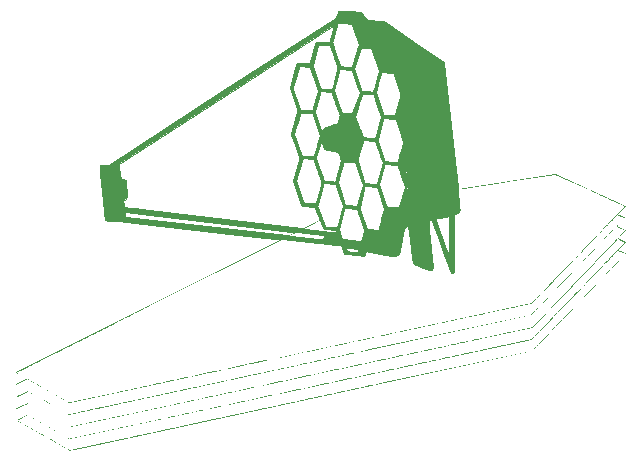
<source format=gbr>
G04 #@! TF.GenerationSoftware,KiCad,Pcbnew,(6.99.0-2452-gdb4f2d9dd8)*
G04 #@! TF.CreationDate,2022-07-21T07:00:24-08:00*
G04 #@! TF.ProjectId,jwtelescope,6a777465-6c65-4736-936f-70652e6b6963,rev?*
G04 #@! TF.SameCoordinates,Original*
G04 #@! TF.FileFunction,Legend,Top*
G04 #@! TF.FilePolarity,Positive*
%FSLAX46Y46*%
G04 Gerber Fmt 4.6, Leading zero omitted, Abs format (unit mm)*
G04 Created by KiCad (PCBNEW (6.99.0-2452-gdb4f2d9dd8)) date 2022-07-21 07:00:24*
%MOMM*%
%LPD*%
G01*
G04 APERTURE LIST*
%ADD10C,0.324999*%
%ADD11C,0.066249*%
%ADD12C,0.050000*%
%ADD13R,1.700000X1.700000*%
%ADD14O,1.700000X1.700000*%
G04 APERTURE END LIST*
D10*
X92740604Y-42099580D02*
X92740604Y-42099580D01*
X91120552Y-51787147D02*
X91120552Y-51787147D01*
X83430952Y-49442126D02*
X83430952Y-49442126D01*
X84876619Y-39677703D02*
X84876619Y-39677703D01*
X89279400Y-37895191D02*
X89279400Y-37895191D01*
X85950283Y-53431064D02*
X85950283Y-53431064D01*
X83287256Y-45448611D02*
X83287256Y-45448611D01*
X84150759Y-51451591D02*
X85260464Y-51511573D01*
X85633459Y-45751345D02*
X85141512Y-47454235D01*
D11*
X105430588Y-48825890D02*
X105430588Y-48825890D01*
D10*
X90836733Y-43972771D02*
X90836733Y-43972771D01*
X90174501Y-42004986D02*
X89058161Y-41948223D01*
X85141514Y-47510999D02*
X85690224Y-45543215D01*
X83287256Y-45448611D02*
X83911648Y-47435315D01*
D11*
X59838038Y-68687976D02*
X59838038Y-68687976D01*
D10*
X92158634Y-40114601D02*
X91048931Y-39934649D01*
X90193418Y-42023908D02*
X90666447Y-40131807D01*
X84119779Y-51408727D02*
X83476465Y-49459864D01*
X90609682Y-53679246D02*
X91158392Y-51711461D01*
X91953071Y-44086297D02*
X91953071Y-44086297D01*
X91007026Y-47889420D02*
X90344791Y-45902714D01*
X86901167Y-45675661D02*
X85709143Y-45637819D01*
X87014694Y-35950265D02*
X87014694Y-35950265D01*
X87260664Y-39866913D02*
X87260664Y-39866913D01*
X91120552Y-51787147D02*
X90496160Y-49800441D01*
X90893497Y-43953849D02*
X90893497Y-43953849D01*
X90874578Y-43934929D02*
X90874578Y-43934929D01*
D11*
X64370423Y-72175174D02*
X64370423Y-72175174D01*
D10*
X92236889Y-47984024D02*
X92880203Y-49895045D01*
X91007026Y-47889419D02*
X92236889Y-47984024D01*
X88887873Y-55590268D02*
X89436580Y-53622483D01*
X83476465Y-49459864D02*
X84025175Y-47435315D01*
X88377004Y-39923676D02*
X88377004Y-39923676D01*
X92066601Y-44029535D02*
X92066601Y-44029535D01*
X87468796Y-47719131D02*
X86976850Y-49573388D01*
X88906793Y-38050497D02*
X90004211Y-38107259D01*
X92695667Y-47447121D02*
X93234913Y-45964190D01*
X91007026Y-47889419D02*
X90477239Y-49800440D01*
X85841593Y-49535547D02*
X85841593Y-49535547D01*
X90666447Y-40131807D02*
X91896309Y-40207491D01*
X89123155Y-55558305D02*
X89572529Y-53783281D01*
X83798122Y-43556510D02*
X83798122Y-43556510D01*
X89309391Y-55680465D02*
X89729282Y-53910938D01*
X88358084Y-39961518D02*
X88906793Y-38050497D01*
X92448513Y-51985790D02*
X92763077Y-51019637D01*
X89436580Y-53622483D02*
X88793268Y-51654699D01*
D11*
X103453041Y-62790494D02*
X103453041Y-62790494D01*
X59838038Y-68687976D02*
X64326577Y-71221050D01*
D10*
X88679741Y-47756973D02*
X87468796Y-47719131D01*
X90193418Y-42023908D02*
X90193418Y-42023908D01*
X86844402Y-45827029D02*
X86844402Y-45827029D01*
D11*
X64326577Y-71221050D02*
X64326577Y-71221050D01*
D10*
X89058161Y-41948223D02*
X89058161Y-41948223D01*
X87203903Y-39885834D02*
X87203903Y-39885834D01*
X92398571Y-44043556D02*
X92398571Y-44043556D01*
X90898178Y-40122338D02*
X90179180Y-38122628D01*
X91007026Y-47889420D02*
X91007026Y-47889420D01*
X88377006Y-39961518D02*
X87184980Y-39829071D01*
D12*
G36*
X88453028Y-43986863D02*
G01*
X89053284Y-45873378D01*
X88581655Y-47602683D01*
X87524063Y-47559808D01*
X87295393Y-47045304D01*
X85909090Y-46716592D01*
X85694711Y-46216380D01*
X85608961Y-45816211D01*
X85694711Y-45401748D01*
X85866215Y-44915828D01*
X87252518Y-44472783D01*
X87395435Y-43915403D01*
X88453028Y-43986863D01*
G37*
X88453028Y-43986863D02*
X89053284Y-45873378D01*
X88581655Y-47602683D01*
X87524063Y-47559808D01*
X87295393Y-47045304D01*
X85909090Y-46716592D01*
X85694711Y-46216380D01*
X85608961Y-45816211D01*
X85694711Y-45401748D01*
X85866215Y-44915828D01*
X87252518Y-44472783D01*
X87395435Y-43915403D01*
X88453028Y-43986863D01*
D10*
X92158634Y-40114601D02*
X92158634Y-40114601D01*
X89474422Y-53622483D02*
X90609682Y-53679246D01*
D11*
X64272407Y-69155647D02*
X59794334Y-66626025D01*
D10*
X90004211Y-38107259D02*
X90004211Y-38107259D01*
X92398571Y-44043556D02*
X92908436Y-42094076D01*
D11*
X111405666Y-55536792D02*
X110733417Y-55245155D01*
D10*
X84150759Y-51451591D02*
X84150759Y-51451591D01*
X87714769Y-55514585D02*
X87714769Y-55514585D01*
X87355270Y-43764640D02*
X87355270Y-43764640D01*
X89436580Y-53622483D02*
X89436580Y-53622483D01*
X92668499Y-51901466D02*
X92668499Y-51901466D01*
X92908436Y-42094076D02*
X92158634Y-40114601D01*
X87374189Y-43821403D02*
X87374189Y-43821403D01*
X88358084Y-36025949D02*
X89001398Y-37955892D01*
X89096002Y-41967144D02*
X88395925Y-43821403D01*
X83154808Y-41550882D02*
X83835964Y-43556509D01*
X86976850Y-49573388D02*
X87658008Y-51635778D01*
X88358084Y-36025949D02*
X88358084Y-36025949D01*
X85065828Y-43613273D02*
X85065828Y-43613273D01*
X89058161Y-41948223D02*
X88377006Y-39961518D01*
X84876619Y-39677703D02*
X83760280Y-39639861D01*
X90389107Y-38015160D02*
X90389107Y-38015160D01*
X89729282Y-53910938D02*
X90898971Y-53850951D01*
X90704288Y-40150728D02*
X90174501Y-42004986D01*
D11*
X111394527Y-53566270D02*
X111394527Y-53566270D01*
X59886450Y-67674598D02*
X59886450Y-67674598D01*
D10*
X87109297Y-53546800D02*
X87109297Y-53546800D01*
X92201359Y-43964479D02*
X92740604Y-42099580D01*
X83835964Y-43556509D02*
X85027988Y-43594351D01*
X89323055Y-49781518D02*
X88679741Y-47756973D01*
X83280992Y-45513170D02*
X83280992Y-45513170D01*
X83730873Y-39604742D02*
X83161022Y-41584215D01*
X90344791Y-45902714D02*
X90874578Y-43934929D01*
X90389107Y-38015160D02*
X89279400Y-37895191D01*
X90496160Y-49800441D02*
X91007026Y-47889419D01*
D11*
X64368353Y-70213298D02*
X64368353Y-70213298D01*
D10*
X92998409Y-46083014D02*
X92398571Y-44043556D01*
D11*
X85740433Y-52613635D02*
X59839521Y-65611507D01*
X111353409Y-54581535D02*
X110711574Y-54286386D01*
D10*
X88906793Y-38050497D02*
X88906793Y-38050497D01*
X89304134Y-49743676D02*
X89304134Y-49743676D01*
X88528374Y-43821403D02*
X88528374Y-43821403D01*
X90363710Y-45921634D02*
X90893497Y-43953849D01*
X92908436Y-42094076D02*
X92908436Y-42094076D01*
X85690224Y-45543215D02*
X85065828Y-43613273D01*
X85122595Y-47492078D02*
X85841593Y-49535547D01*
X85027988Y-43594351D02*
X85027988Y-43594351D01*
X83476465Y-49459864D02*
X83476465Y-49459864D01*
X86693035Y-41853619D02*
X87355270Y-43764640D01*
D11*
X64324922Y-68155544D02*
X103462780Y-59729209D01*
X105430588Y-48825890D02*
X97276066Y-50104580D01*
D10*
X83154808Y-41550882D02*
X83154808Y-41550882D01*
D11*
X60812761Y-68200614D02*
X59838038Y-68687976D01*
D10*
X87587047Y-54963966D02*
X89764812Y-55266959D01*
X92740604Y-42099580D02*
X92313698Y-40998616D01*
X88528374Y-43821403D02*
X89058161Y-41948223D01*
X87487716Y-47700209D02*
X86844402Y-45827029D01*
X83850839Y-43563688D02*
X83850839Y-43563688D01*
X87000004Y-53491046D02*
X87000004Y-53491046D01*
X90609682Y-53679246D02*
X90609682Y-53679246D01*
X90477239Y-49800440D02*
X90477239Y-49800440D01*
X92236889Y-47984024D02*
X92236889Y-47984024D01*
X86541668Y-37861286D02*
X86541668Y-37861286D01*
X92066601Y-44029535D02*
X92747757Y-46129766D01*
X90898971Y-53850951D02*
X90898971Y-53850951D01*
X84000799Y-47492644D02*
X84000799Y-47492644D01*
X91048931Y-39934649D02*
X90389107Y-38015160D01*
X92350414Y-51768226D02*
X91120552Y-51787147D01*
D11*
X103511246Y-63756734D02*
X103511246Y-63756734D01*
X59794334Y-66626025D02*
X60737905Y-66143907D01*
X60740636Y-69206554D02*
X59888941Y-69647533D01*
D10*
X90704288Y-40150728D02*
X90704288Y-40150728D01*
X84870571Y-39634733D02*
X84870571Y-39634733D01*
X90898971Y-53850951D02*
X91438827Y-51931461D01*
X87000004Y-53491046D02*
X87779796Y-55470523D01*
X91438827Y-51931461D02*
X92668499Y-51901466D01*
X85260464Y-51511573D02*
X85950283Y-53431064D01*
X85027988Y-43594351D02*
X85027988Y-43594351D01*
X86693035Y-41853619D02*
X86693035Y-41853619D01*
X86901167Y-45675661D02*
X86901167Y-45675661D01*
X85519934Y-41796855D02*
X85519934Y-41796855D01*
X92217968Y-47946182D02*
X92217968Y-47946182D01*
X88589580Y-36005694D02*
X87000007Y-35945716D01*
X85065828Y-43613273D02*
X83798122Y-43556510D01*
X92350414Y-51768226D02*
X92350414Y-51768226D01*
X88793268Y-51654699D02*
X87620165Y-51579015D01*
X83760280Y-39639861D02*
X83154808Y-41550882D01*
X90496160Y-49800441D02*
X90496160Y-49800441D01*
X87037874Y-54395854D02*
X90219301Y-54793533D01*
X87468796Y-47719131D02*
X87468796Y-47719131D01*
X90874578Y-43934929D02*
X92066601Y-44029535D01*
X92458553Y-47972511D02*
X92998409Y-46083014D01*
X87658008Y-51635778D02*
X88831108Y-51711461D01*
X89001398Y-37955892D02*
X88377004Y-39923676D01*
X88377006Y-39961518D02*
X88377006Y-39961518D01*
D11*
X110653755Y-52241477D02*
X111315704Y-52521175D01*
D10*
X84000799Y-47492644D02*
X83430952Y-49442126D01*
X86520134Y-37835213D02*
X86520134Y-37835213D01*
X92998409Y-46083014D02*
X92998409Y-46083014D01*
X88793268Y-51654699D02*
X88793268Y-51654699D01*
X92668499Y-51901466D02*
X93178364Y-49951987D01*
X88377004Y-39923676D02*
X87260664Y-39866913D01*
X85122595Y-47492078D02*
X85122595Y-47492078D01*
D11*
X59839521Y-65611507D02*
X64324922Y-68155544D01*
D10*
X86520134Y-37835213D02*
X85350445Y-37805220D01*
X84870571Y-39634733D02*
X83730873Y-39604742D01*
X89323055Y-49743677D02*
X88641897Y-47700209D01*
D11*
X103413791Y-60733043D02*
X103413791Y-60733043D01*
D10*
X86693035Y-41796856D02*
X87203903Y-39885834D01*
X87260664Y-39866913D02*
X86503826Y-37861287D01*
X86976850Y-49573388D02*
X86976850Y-49573388D01*
X84819855Y-39696624D02*
X85557775Y-41740092D01*
D11*
X111315704Y-52521175D02*
X103413791Y-60733043D01*
D10*
X85141512Y-47454235D02*
X85860510Y-49554467D01*
X86693035Y-41796856D02*
X86693035Y-41796856D01*
X83430952Y-49442126D02*
X84150759Y-51451591D01*
X88641897Y-47700209D02*
X88641897Y-47700209D01*
X85027988Y-43594351D02*
X85519934Y-41796855D01*
X84819855Y-39696624D02*
X84819855Y-39696624D01*
X86957929Y-49611230D02*
X87487716Y-47700209D01*
X91896309Y-40207491D02*
X91896309Y-40207491D01*
X83161022Y-41584215D02*
X83850839Y-43563688D01*
X90004211Y-38107259D02*
X90704288Y-40150728D01*
X90477239Y-49800440D02*
X89323055Y-49743677D01*
X92747757Y-46129766D02*
X92747757Y-46129766D01*
X83280992Y-45513170D02*
X84000799Y-47492644D01*
X89001398Y-37955892D02*
X89001398Y-37955892D01*
X85519934Y-41796855D02*
X84876619Y-39677703D01*
D11*
X103462780Y-59729209D02*
X111356968Y-51517265D01*
D10*
X87487716Y-47700209D02*
X87487716Y-47700209D01*
D11*
X59839521Y-65611507D02*
X59839521Y-65611507D01*
D10*
X91007026Y-47889419D02*
X91007026Y-47889419D01*
X85311804Y-51484410D02*
X84119779Y-51408727D01*
X84025175Y-47435315D02*
X85122595Y-47492078D01*
X93178364Y-49951987D02*
X93178364Y-49951987D01*
X85141514Y-47510999D02*
X85141514Y-47510999D01*
X88641897Y-47700209D02*
X89171688Y-45845950D01*
X85709143Y-45637819D02*
X85709143Y-45637819D01*
D12*
G36*
X67114695Y-50389554D02*
G01*
X66961993Y-48836434D01*
X66899448Y-48125897D01*
X66900884Y-48124855D01*
X66903247Y-48123759D01*
X66910656Y-48121418D01*
X66921478Y-48118896D01*
X66935517Y-48116216D01*
X66972458Y-48110478D01*
X67019904Y-48104392D01*
X67076280Y-48098143D01*
X67140013Y-48091919D01*
X67209529Y-48085908D01*
X67283252Y-48080296D01*
X67648360Y-48054358D01*
X67655934Y-48049483D01*
X68541718Y-48049483D01*
X68542111Y-48076195D01*
X68543420Y-48107418D01*
X68545619Y-48142851D01*
X68548683Y-48182192D01*
X68557303Y-48271384D01*
X68569075Y-48372577D01*
X68583794Y-48483351D01*
X68601254Y-48601288D01*
X68665111Y-49017785D01*
X68691670Y-49202345D01*
X68691933Y-49203413D01*
X68692713Y-49204612D01*
X68693996Y-49205939D01*
X68695771Y-49207389D01*
X68700743Y-49210636D01*
X68707525Y-49214314D01*
X68716014Y-49218385D01*
X68726107Y-49222810D01*
X68737701Y-49227550D01*
X68750693Y-49232567D01*
X68764980Y-49237821D01*
X68780459Y-49243274D01*
X68797027Y-49248887D01*
X68814582Y-49254621D01*
X68833019Y-49260437D01*
X68852236Y-49266298D01*
X68872130Y-49272163D01*
X68892598Y-49277994D01*
X68933293Y-49289850D01*
X68971901Y-49301985D01*
X69007532Y-49314055D01*
X69039294Y-49325718D01*
X69066296Y-49336632D01*
X69087647Y-49346455D01*
X69095926Y-49350851D01*
X69102457Y-49354845D01*
X69107130Y-49358395D01*
X69109834Y-49361458D01*
X69111755Y-49366763D01*
X69114134Y-49376891D01*
X69120124Y-49410557D01*
X69127533Y-49460341D01*
X69136087Y-49524129D01*
X69145513Y-49599806D01*
X69155540Y-49685258D01*
X69165894Y-49778369D01*
X69176303Y-49877026D01*
X69219259Y-50276225D01*
X69238190Y-50439918D01*
X69252106Y-50550221D01*
X69256067Y-50580457D01*
X69259017Y-50607867D01*
X69260791Y-50632868D01*
X69261221Y-50655873D01*
X69260881Y-50666757D01*
X69260143Y-50677299D01*
X69258986Y-50687550D01*
X69257390Y-50697561D01*
X69255333Y-50707386D01*
X69252795Y-50717075D01*
X69249755Y-50726681D01*
X69246192Y-50736256D01*
X69242086Y-50745852D01*
X69237415Y-50755520D01*
X69232160Y-50765313D01*
X69226299Y-50775283D01*
X69212676Y-50795959D01*
X69196380Y-50817964D01*
X69177246Y-50841714D01*
X69155106Y-50867625D01*
X69129796Y-50896111D01*
X69101147Y-50927589D01*
X68924544Y-51120124D01*
X68960227Y-51379535D01*
X68975215Y-51481125D01*
X68982603Y-51526195D01*
X68989647Y-51565970D01*
X68996142Y-51599340D01*
X69001882Y-51625197D01*
X69006661Y-51642430D01*
X69008627Y-51647467D01*
X69010276Y-51649932D01*
X69041706Y-51655438D01*
X69126204Y-51666948D01*
X69431229Y-51705152D01*
X69878991Y-51758882D01*
X70423131Y-51822479D01*
X86853935Y-53741595D01*
X86881239Y-53746160D01*
X86905471Y-53750887D01*
X86916543Y-53753460D01*
X86926979Y-53756252D01*
X86936821Y-53759322D01*
X86946114Y-53762730D01*
X86954901Y-53766534D01*
X86963226Y-53770795D01*
X86971132Y-53775572D01*
X86978663Y-53780923D01*
X86985863Y-53786909D01*
X86992776Y-53793589D01*
X86999445Y-53801022D01*
X87005914Y-53809268D01*
X87012227Y-53818385D01*
X87018427Y-53828434D01*
X87024559Y-53839474D01*
X87030665Y-53851563D01*
X87036790Y-53864762D01*
X87042978Y-53879130D01*
X87049271Y-53894726D01*
X87055714Y-53911609D01*
X87069224Y-53949477D01*
X87083857Y-53993206D01*
X87099964Y-54043274D01*
X87117893Y-54100154D01*
X87139818Y-54167630D01*
X87162102Y-54231709D01*
X87184126Y-54290910D01*
X87205272Y-54343749D01*
X87224922Y-54388741D01*
X87242456Y-54424405D01*
X87250237Y-54438274D01*
X87257258Y-54449256D01*
X87263440Y-54457163D01*
X87268707Y-54461810D01*
X87383819Y-54484098D01*
X87656521Y-54523509D01*
X88463219Y-54627619D01*
X89265842Y-54721979D01*
X89533451Y-54749202D01*
X89641430Y-54754428D01*
X89643781Y-54750995D01*
X89647310Y-54743460D01*
X89657620Y-54716961D01*
X89671788Y-54676672D01*
X89689243Y-54624338D01*
X89709416Y-54561701D01*
X89731735Y-54490506D01*
X89755631Y-54412494D01*
X89780533Y-54329410D01*
X89780533Y-54329402D01*
X89902778Y-53917091D01*
X91059234Y-53917091D01*
X91248081Y-53184551D01*
X91385080Y-52660323D01*
X95426815Y-52660323D01*
X95551319Y-53022327D01*
X96351482Y-55304477D01*
X96357010Y-55319176D01*
X96362791Y-55333462D01*
X96368777Y-55347263D01*
X96374921Y-55360503D01*
X96381176Y-55373109D01*
X96387495Y-55385007D01*
X96393829Y-55396123D01*
X96400133Y-55406383D01*
X96406358Y-55415713D01*
X96412457Y-55424039D01*
X96418383Y-55431287D01*
X96424089Y-55437383D01*
X96429526Y-55442253D01*
X96434649Y-55445823D01*
X96439409Y-55448019D01*
X96441639Y-55448579D01*
X96443760Y-55448768D01*
X96445899Y-55446926D01*
X96448002Y-55441452D01*
X96452087Y-55419905D01*
X96456001Y-55384731D01*
X96459726Y-55336532D01*
X96466545Y-55203467D01*
X96472416Y-55025532D01*
X96477208Y-54807546D01*
X96480791Y-54554331D01*
X96483037Y-54270705D01*
X96483814Y-53961490D01*
X96483814Y-53961486D01*
X96481513Y-53384005D01*
X96475248Y-52911097D01*
X96465976Y-52591564D01*
X96460512Y-52504564D01*
X96454655Y-52474208D01*
X96438608Y-52476107D01*
X96403935Y-52481551D01*
X96287384Y-52501543D01*
X96122344Y-52531132D01*
X95926159Y-52567264D01*
X95426815Y-52660323D01*
X91385080Y-52660323D01*
X91399849Y-52603809D01*
X91499550Y-52236224D01*
X91562164Y-52020442D01*
X92168102Y-52036441D01*
X92774036Y-52052444D01*
X93045200Y-51009128D01*
X93316364Y-49965815D01*
X93097080Y-49344263D01*
X92904154Y-48793485D01*
X92748226Y-48342085D01*
X92618648Y-47961455D01*
X92886364Y-47065960D01*
X92990408Y-46713857D01*
X93075788Y-46417137D01*
X93133683Y-46207013D01*
X93149566Y-46144179D01*
X93155269Y-46114699D01*
X93153733Y-46103781D01*
X93148986Y-46082894D01*
X93130507Y-46013396D01*
X93101142Y-45910575D01*
X93062196Y-45778799D01*
X92960789Y-45445858D01*
X92836742Y-45049525D01*
X92517017Y-44040117D01*
X92770122Y-43118281D01*
X92868305Y-42754729D01*
X92948534Y-42446312D01*
X93002541Y-42225615D01*
X93017128Y-42158344D01*
X93022060Y-42125221D01*
X92991725Y-42016151D01*
X92912176Y-41774792D01*
X92668690Y-41073822D01*
X92418102Y-40379542D01*
X92329677Y-40146546D01*
X92286915Y-40049183D01*
X92281810Y-40046522D01*
X92271345Y-40043229D01*
X92255810Y-40039351D01*
X92235492Y-40034936D01*
X92181665Y-40024683D01*
X92112174Y-40012847D01*
X92029329Y-39999804D01*
X91935439Y-39985933D01*
X91832815Y-39971610D01*
X91723766Y-39957213D01*
X91183216Y-39887833D01*
X90853863Y-38933310D01*
X90616763Y-38254274D01*
X90541138Y-38043892D01*
X90509208Y-37962090D01*
X90504777Y-37960148D01*
X90494833Y-37957786D01*
X90459573Y-37951934D01*
X90405764Y-37944794D01*
X90335738Y-37936625D01*
X90251831Y-37927686D01*
X90156376Y-37918237D01*
X90051707Y-37908538D01*
X89940159Y-37898848D01*
X89386413Y-37852301D01*
X89040466Y-36867268D01*
X88694515Y-35882236D01*
X88049633Y-35839836D01*
X87404754Y-35797436D01*
X77996773Y-41882708D01*
X68549817Y-47993801D01*
X68547925Y-47995888D01*
X68546290Y-47999442D01*
X68543782Y-48010804D01*
X68542266Y-48027585D01*
X68541718Y-48049483D01*
X67655934Y-48049483D01*
X77286888Y-41850846D01*
X86925419Y-35647335D01*
X87010418Y-35334061D01*
X87028166Y-35271047D01*
X87046026Y-35212100D01*
X87063513Y-35158521D01*
X87080144Y-35111611D01*
X87095435Y-35072673D01*
X87108900Y-35043007D01*
X87114798Y-35032059D01*
X87120057Y-35023917D01*
X87124619Y-35018743D01*
X87128422Y-35016702D01*
X87154111Y-35017050D01*
X87214921Y-35019636D01*
X87426040Y-35030647D01*
X87730054Y-35047988D01*
X88095241Y-35069914D01*
X89029056Y-35127211D01*
X89260223Y-35452281D01*
X89316809Y-35529811D01*
X89343516Y-35564804D01*
X89369186Y-35597306D01*
X89393838Y-35627331D01*
X89417485Y-35654897D01*
X89440147Y-35680021D01*
X89461837Y-35702718D01*
X89482573Y-35723006D01*
X89502372Y-35740901D01*
X89521249Y-35756420D01*
X89539221Y-35769579D01*
X89556304Y-35780394D01*
X89572514Y-35788883D01*
X89587868Y-35795061D01*
X89602382Y-35798946D01*
X89637263Y-35803888D01*
X89694131Y-35809665D01*
X89770004Y-35816068D01*
X89861896Y-35822888D01*
X90081802Y-35836934D01*
X90329975Y-35850125D01*
X90946575Y-35879708D01*
X93487095Y-37629978D01*
X96027622Y-39380249D01*
X96127247Y-40233391D01*
X97343757Y-50735339D01*
X97449394Y-51881834D01*
X97438735Y-52001306D01*
X97409443Y-52036296D01*
X97400273Y-52048588D01*
X97389547Y-52061261D01*
X97377397Y-52074218D01*
X97363956Y-52087364D01*
X97349357Y-52100601D01*
X97333733Y-52113832D01*
X97317217Y-52126962D01*
X97299941Y-52139894D01*
X97282038Y-52152530D01*
X97263642Y-52164776D01*
X97244885Y-52176533D01*
X97225899Y-52187706D01*
X97206818Y-52198197D01*
X97187775Y-52207911D01*
X97168903Y-52216751D01*
X97150333Y-52224620D01*
X96972179Y-52295905D01*
X96972179Y-54729186D01*
X96969499Y-55885515D01*
X96960593Y-56644922D01*
X96953399Y-56894747D01*
X96944161Y-57068101D01*
X96932716Y-57172571D01*
X96926116Y-57201345D01*
X96918903Y-57215743D01*
X96912858Y-57221170D01*
X96905770Y-57226445D01*
X96897728Y-57231540D01*
X96888821Y-57236429D01*
X96879135Y-57241083D01*
X96868761Y-57245476D01*
X96857786Y-57249581D01*
X96846299Y-57253369D01*
X96834388Y-57256814D01*
X96822140Y-57259888D01*
X96809646Y-57262564D01*
X96796992Y-57264815D01*
X96784268Y-57266614D01*
X96771562Y-57267932D01*
X96758961Y-57268743D01*
X96746555Y-57269019D01*
X96736185Y-57268906D01*
X96726320Y-57268491D01*
X96716904Y-57267665D01*
X96707877Y-57266317D01*
X96699181Y-57264338D01*
X96690759Y-57261618D01*
X96682552Y-57258046D01*
X96674502Y-57253512D01*
X96666550Y-57247906D01*
X96658639Y-57241118D01*
X96650710Y-57233037D01*
X96642705Y-57223554D01*
X96634566Y-57212559D01*
X96626235Y-57199941D01*
X96617653Y-57185590D01*
X96608763Y-57169396D01*
X96599505Y-57151249D01*
X96589822Y-57131039D01*
X96579656Y-57108655D01*
X96568948Y-57083988D01*
X96557641Y-57056927D01*
X96545675Y-57027363D01*
X96532993Y-56995184D01*
X96519537Y-56960282D01*
X96490069Y-56881864D01*
X96456805Y-56791228D01*
X96419279Y-56687493D01*
X96377025Y-56569778D01*
X95581196Y-54338973D01*
X95344281Y-53684813D01*
X95160801Y-53202192D01*
X95090476Y-53028699D01*
X95035164Y-52902281D01*
X94995416Y-52824333D01*
X94981550Y-52803972D01*
X94971783Y-52796252D01*
X94964927Y-52795329D01*
X94957614Y-52794848D01*
X94949908Y-52794797D01*
X94941876Y-52795158D01*
X94933583Y-52795917D01*
X94925094Y-52797058D01*
X94916474Y-52798566D01*
X94907791Y-52800427D01*
X94899109Y-52802623D01*
X94890493Y-52805141D01*
X94882009Y-52807965D01*
X94873723Y-52811079D01*
X94865700Y-52814468D01*
X94858007Y-52818117D01*
X94850707Y-52822010D01*
X94843868Y-52826133D01*
X94838953Y-52830189D01*
X94834495Y-52835892D01*
X94830511Y-52843450D01*
X94827015Y-52853073D01*
X94824023Y-52864968D01*
X94821550Y-52879344D01*
X94819613Y-52896409D01*
X94818225Y-52916372D01*
X94817402Y-52939441D01*
X94817160Y-52965825D01*
X94818481Y-53029372D01*
X94822308Y-53108680D01*
X94828767Y-53205416D01*
X94837978Y-53321249D01*
X94850067Y-53457846D01*
X94865154Y-53616875D01*
X94883364Y-53800004D01*
X94929643Y-54245234D01*
X94989887Y-54806876D01*
X95103041Y-55872202D01*
X95136832Y-56219458D01*
X95157138Y-56468203D01*
X95165238Y-56637254D01*
X95162412Y-56745430D01*
X95149940Y-56811551D01*
X95129101Y-56854434D01*
X95115515Y-56874805D01*
X95102248Y-56893829D01*
X95089171Y-56911497D01*
X95076155Y-56927802D01*
X95063074Y-56942737D01*
X95049798Y-56956294D01*
X95036201Y-56968466D01*
X95022153Y-56979244D01*
X95007526Y-56988621D01*
X94992193Y-56996589D01*
X94976026Y-57003141D01*
X94958896Y-57008270D01*
X94940675Y-57011966D01*
X94921236Y-57014224D01*
X94900449Y-57015035D01*
X94878188Y-57014392D01*
X94854324Y-57012286D01*
X94828728Y-57008711D01*
X94801274Y-57003658D01*
X94771832Y-56997121D01*
X94740275Y-56989091D01*
X94706475Y-56979561D01*
X94670303Y-56968523D01*
X94631631Y-56955969D01*
X94590332Y-56941893D01*
X94546278Y-56926285D01*
X94449389Y-56890447D01*
X94339940Y-56848395D01*
X94216907Y-56800067D01*
X94086164Y-56747218D01*
X93960390Y-56694212D01*
X93842609Y-56642476D01*
X93735845Y-56593434D01*
X93643125Y-56548510D01*
X93567472Y-56509130D01*
X93511910Y-56476719D01*
X93492609Y-56463572D01*
X93479465Y-56452701D01*
X93471487Y-56444510D01*
X93463819Y-56435650D01*
X93456423Y-56425909D01*
X93449264Y-56415074D01*
X93442304Y-56402933D01*
X93435508Y-56389274D01*
X93428838Y-56373883D01*
X93422259Y-56356549D01*
X93415735Y-56337059D01*
X93409228Y-56315200D01*
X93402701Y-56290760D01*
X93396120Y-56263527D01*
X93389447Y-56233288D01*
X93382645Y-56199830D01*
X93368512Y-56122410D01*
X93353428Y-56029566D01*
X93337102Y-55919599D01*
X93319242Y-55790809D01*
X93299557Y-55641496D01*
X93277754Y-55469961D01*
X93253543Y-55274504D01*
X93196728Y-54805022D01*
X93059722Y-53701746D01*
X93013847Y-53361572D01*
X92992016Y-53231227D01*
X92990904Y-53230377D01*
X92989471Y-53229877D01*
X92987724Y-53229720D01*
X92985674Y-53229898D01*
X92983331Y-53230404D01*
X92980703Y-53231232D01*
X92977800Y-53232373D01*
X92974632Y-53233822D01*
X92967538Y-53237613D01*
X92959496Y-53242546D01*
X92950584Y-53248566D01*
X92940876Y-53255614D01*
X92930449Y-53263635D01*
X92919379Y-53272570D01*
X92907741Y-53282365D01*
X92895613Y-53292960D01*
X92883069Y-53304301D01*
X92870186Y-53316328D01*
X92857041Y-53328987D01*
X92843708Y-53342220D01*
X92821872Y-53364949D01*
X92811770Y-53376238D01*
X92802151Y-53387713D01*
X92792969Y-53399551D01*
X92784177Y-53411931D01*
X92775729Y-53425030D01*
X92767579Y-53439027D01*
X92759681Y-53454098D01*
X92751988Y-53470421D01*
X92744455Y-53488175D01*
X92737035Y-53507537D01*
X92729682Y-53528685D01*
X92722350Y-53551796D01*
X92714993Y-53577049D01*
X92707564Y-53604621D01*
X92700018Y-53634689D01*
X92692307Y-53667432D01*
X92684387Y-53703027D01*
X92676210Y-53741652D01*
X92658904Y-53828704D01*
X92640018Y-53930008D01*
X92619183Y-54046987D01*
X92596031Y-54181063D01*
X92541294Y-54506194D01*
X92475990Y-54890500D01*
X92421067Y-55183823D01*
X92395602Y-55300680D01*
X92370455Y-55399968D01*
X92344868Y-55483413D01*
X92318083Y-55552741D01*
X92289339Y-55609676D01*
X92257879Y-55655944D01*
X92222943Y-55693272D01*
X92183773Y-55723383D01*
X92139609Y-55748005D01*
X92089693Y-55768863D01*
X92033267Y-55787681D01*
X91969570Y-55806186D01*
X91935443Y-55815170D01*
X91901858Y-55822467D01*
X91867340Y-55827896D01*
X91849270Y-55829855D01*
X91830415Y-55831279D01*
X91810589Y-55832147D01*
X91789609Y-55832435D01*
X91767290Y-55832122D01*
X91743448Y-55831184D01*
X91690459Y-55827346D01*
X91629166Y-55820742D01*
X91558096Y-55811191D01*
X91475775Y-55798513D01*
X91380728Y-55782529D01*
X91271483Y-55763059D01*
X91146564Y-55739923D01*
X91004497Y-55712940D01*
X90663025Y-55646716D01*
X89557983Y-55430831D01*
X89557983Y-55306609D01*
X89557696Y-55293916D01*
X89556853Y-55281561D01*
X89555483Y-55269607D01*
X89553614Y-55258118D01*
X89551274Y-55247160D01*
X89548491Y-55236796D01*
X89545293Y-55227090D01*
X89541708Y-55218106D01*
X89537765Y-55209910D01*
X89533491Y-55202564D01*
X89528915Y-55196134D01*
X89524065Y-55190683D01*
X89518969Y-55186276D01*
X89516338Y-55184484D01*
X89513655Y-55182976D01*
X89510926Y-55181762D01*
X89508152Y-55180849D01*
X89505338Y-55180245D01*
X89502487Y-55179958D01*
X78658666Y-53966579D01*
X70544891Y-53068276D01*
X68476377Y-52851594D01*
X67742978Y-52790916D01*
X67726818Y-52795010D01*
X67710749Y-52798309D01*
X67694757Y-52800811D01*
X67678829Y-52802515D01*
X67662951Y-52803418D01*
X67647109Y-52803519D01*
X67631290Y-52802816D01*
X67615480Y-52801308D01*
X67599666Y-52798993D01*
X67583834Y-52795870D01*
X67567970Y-52791936D01*
X67552060Y-52787191D01*
X67536092Y-52781632D01*
X67520052Y-52775258D01*
X67503925Y-52768067D01*
X67487699Y-52760059D01*
X67461927Y-52746568D01*
X67437736Y-52733589D01*
X67415666Y-52721435D01*
X67396258Y-52710417D01*
X67380051Y-52700847D01*
X67367585Y-52693038D01*
X67359400Y-52687302D01*
X67357082Y-52685309D01*
X67356036Y-52683952D01*
X67294874Y-52137555D01*
X69053701Y-52137555D01*
X69054021Y-52150762D01*
X69054666Y-52165276D01*
X69055628Y-52180983D01*
X69056901Y-52197769D01*
X69060360Y-52234121D01*
X69064992Y-52273421D01*
X69070750Y-52314754D01*
X69074928Y-52340969D01*
X69079313Y-52365216D01*
X69083925Y-52387535D01*
X69088786Y-52407967D01*
X69093916Y-52426554D01*
X69099336Y-52443336D01*
X69105065Y-52458355D01*
X69111125Y-52471652D01*
X69117536Y-52483267D01*
X69124319Y-52493242D01*
X69131494Y-52501619D01*
X69139082Y-52508437D01*
X69147103Y-52513738D01*
X69155578Y-52517563D01*
X69164527Y-52519953D01*
X69173972Y-52520950D01*
X85789833Y-54333465D01*
X85791292Y-54333558D01*
X85792805Y-54333286D01*
X85794369Y-54332659D01*
X85795980Y-54331684D01*
X85797634Y-54330372D01*
X85799328Y-54328729D01*
X85801058Y-54326765D01*
X85802821Y-54324489D01*
X85804614Y-54321909D01*
X85806431Y-54319034D01*
X85810129Y-54312432D01*
X85813885Y-54304753D01*
X85817673Y-54296066D01*
X85821462Y-54286440D01*
X85825224Y-54275944D01*
X85828932Y-54264648D01*
X85832555Y-54252620D01*
X85836066Y-54239930D01*
X85839436Y-54226647D01*
X85842636Y-54212839D01*
X85845638Y-54198577D01*
X85851041Y-54170189D01*
X85855631Y-54143302D01*
X85859341Y-54118532D01*
X85862101Y-54096497D01*
X85863844Y-54077815D01*
X85864502Y-54063103D01*
X85864402Y-54057429D01*
X85864005Y-54052979D01*
X85863302Y-54049831D01*
X85862285Y-54048061D01*
X69058919Y-52092159D01*
X69057998Y-52093386D01*
X69057169Y-52095125D01*
X69055779Y-52100084D01*
X69054743Y-52106920D01*
X69054056Y-52115520D01*
X69053710Y-52125770D01*
X69053701Y-52137555D01*
X67294874Y-52137555D01*
X67273920Y-51950359D01*
X67114695Y-50389554D01*
G37*
X67114695Y-50389554D02*
X66961993Y-48836434D01*
X66899448Y-48125897D01*
X66900884Y-48124855D01*
X66903247Y-48123759D01*
X66910656Y-48121418D01*
X66921478Y-48118896D01*
X66935517Y-48116216D01*
X66972458Y-48110478D01*
X67019904Y-48104392D01*
X67076280Y-48098143D01*
X67140013Y-48091919D01*
X67209529Y-48085908D01*
X67283252Y-48080296D01*
X67648360Y-48054358D01*
X67655934Y-48049483D01*
X68541718Y-48049483D01*
X68542111Y-48076195D01*
X68543420Y-48107418D01*
X68545619Y-48142851D01*
X68548683Y-48182192D01*
X68557303Y-48271384D01*
X68569075Y-48372577D01*
X68583794Y-48483351D01*
X68601254Y-48601288D01*
X68665111Y-49017785D01*
X68691670Y-49202345D01*
X68691933Y-49203413D01*
X68692713Y-49204612D01*
X68693996Y-49205939D01*
X68695771Y-49207389D01*
X68700743Y-49210636D01*
X68707525Y-49214314D01*
X68716014Y-49218385D01*
X68726107Y-49222810D01*
X68737701Y-49227550D01*
X68750693Y-49232567D01*
X68764980Y-49237821D01*
X68780459Y-49243274D01*
X68797027Y-49248887D01*
X68814582Y-49254621D01*
X68833019Y-49260437D01*
X68852236Y-49266298D01*
X68872130Y-49272163D01*
X68892598Y-49277994D01*
X68933293Y-49289850D01*
X68971901Y-49301985D01*
X69007532Y-49314055D01*
X69039294Y-49325718D01*
X69066296Y-49336632D01*
X69087647Y-49346455D01*
X69095926Y-49350851D01*
X69102457Y-49354845D01*
X69107130Y-49358395D01*
X69109834Y-49361458D01*
X69111755Y-49366763D01*
X69114134Y-49376891D01*
X69120124Y-49410557D01*
X69127533Y-49460341D01*
X69136087Y-49524129D01*
X69145513Y-49599806D01*
X69155540Y-49685258D01*
X69165894Y-49778369D01*
X69176303Y-49877026D01*
X69219259Y-50276225D01*
X69238190Y-50439918D01*
X69252106Y-50550221D01*
X69256067Y-50580457D01*
X69259017Y-50607867D01*
X69260791Y-50632868D01*
X69261221Y-50655873D01*
X69260881Y-50666757D01*
X69260143Y-50677299D01*
X69258986Y-50687550D01*
X69257390Y-50697561D01*
X69255333Y-50707386D01*
X69252795Y-50717075D01*
X69249755Y-50726681D01*
X69246192Y-50736256D01*
X69242086Y-50745852D01*
X69237415Y-50755520D01*
X69232160Y-50765313D01*
X69226299Y-50775283D01*
X69212676Y-50795959D01*
X69196380Y-50817964D01*
X69177246Y-50841714D01*
X69155106Y-50867625D01*
X69129796Y-50896111D01*
X69101147Y-50927589D01*
X68924544Y-51120124D01*
X68960227Y-51379535D01*
X68975215Y-51481125D01*
X68982603Y-51526195D01*
X68989647Y-51565970D01*
X68996142Y-51599340D01*
X69001882Y-51625197D01*
X69006661Y-51642430D01*
X69008627Y-51647467D01*
X69010276Y-51649932D01*
X69041706Y-51655438D01*
X69126204Y-51666948D01*
X69431229Y-51705152D01*
X69878991Y-51758882D01*
X70423131Y-51822479D01*
X86853935Y-53741595D01*
X86881239Y-53746160D01*
X86905471Y-53750887D01*
X86916543Y-53753460D01*
X86926979Y-53756252D01*
X86936821Y-53759322D01*
X86946114Y-53762730D01*
X86954901Y-53766534D01*
X86963226Y-53770795D01*
X86971132Y-53775572D01*
X86978663Y-53780923D01*
X86985863Y-53786909D01*
X86992776Y-53793589D01*
X86999445Y-53801022D01*
X87005914Y-53809268D01*
X87012227Y-53818385D01*
X87018427Y-53828434D01*
X87024559Y-53839474D01*
X87030665Y-53851563D01*
X87036790Y-53864762D01*
X87042978Y-53879130D01*
X87049271Y-53894726D01*
X87055714Y-53911609D01*
X87069224Y-53949477D01*
X87083857Y-53993206D01*
X87099964Y-54043274D01*
X87117893Y-54100154D01*
X87139818Y-54167630D01*
X87162102Y-54231709D01*
X87184126Y-54290910D01*
X87205272Y-54343749D01*
X87224922Y-54388741D01*
X87242456Y-54424405D01*
X87250237Y-54438274D01*
X87257258Y-54449256D01*
X87263440Y-54457163D01*
X87268707Y-54461810D01*
X87383819Y-54484098D01*
X87656521Y-54523509D01*
X88463219Y-54627619D01*
X89265842Y-54721979D01*
X89533451Y-54749202D01*
X89641430Y-54754428D01*
X89643781Y-54750995D01*
X89647310Y-54743460D01*
X89657620Y-54716961D01*
X89671788Y-54676672D01*
X89689243Y-54624338D01*
X89709416Y-54561701D01*
X89731735Y-54490506D01*
X89755631Y-54412494D01*
X89780533Y-54329410D01*
X89780533Y-54329402D01*
X89902778Y-53917091D01*
X91059234Y-53917091D01*
X91248081Y-53184551D01*
X91385080Y-52660323D01*
X95426815Y-52660323D01*
X95551319Y-53022327D01*
X96351482Y-55304477D01*
X96357010Y-55319176D01*
X96362791Y-55333462D01*
X96368777Y-55347263D01*
X96374921Y-55360503D01*
X96381176Y-55373109D01*
X96387495Y-55385007D01*
X96393829Y-55396123D01*
X96400133Y-55406383D01*
X96406358Y-55415713D01*
X96412457Y-55424039D01*
X96418383Y-55431287D01*
X96424089Y-55437383D01*
X96429526Y-55442253D01*
X96434649Y-55445823D01*
X96439409Y-55448019D01*
X96441639Y-55448579D01*
X96443760Y-55448768D01*
X96445899Y-55446926D01*
X96448002Y-55441452D01*
X96452087Y-55419905D01*
X96456001Y-55384731D01*
X96459726Y-55336532D01*
X96466545Y-55203467D01*
X96472416Y-55025532D01*
X96477208Y-54807546D01*
X96480791Y-54554331D01*
X96483037Y-54270705D01*
X96483814Y-53961490D01*
X96483814Y-53961486D01*
X96481513Y-53384005D01*
X96475248Y-52911097D01*
X96465976Y-52591564D01*
X96460512Y-52504564D01*
X96454655Y-52474208D01*
X96438608Y-52476107D01*
X96403935Y-52481551D01*
X96287384Y-52501543D01*
X96122344Y-52531132D01*
X95926159Y-52567264D01*
X95426815Y-52660323D01*
X91385080Y-52660323D01*
X91399849Y-52603809D01*
X91499550Y-52236224D01*
X91562164Y-52020442D01*
X92168102Y-52036441D01*
X92774036Y-52052444D01*
X93045200Y-51009128D01*
X93316364Y-49965815D01*
X93097080Y-49344263D01*
X92904154Y-48793485D01*
X92748226Y-48342085D01*
X92618648Y-47961455D01*
X92886364Y-47065960D01*
X92990408Y-46713857D01*
X93075788Y-46417137D01*
X93133683Y-46207013D01*
X93149566Y-46144179D01*
X93155269Y-46114699D01*
X93153733Y-46103781D01*
X93148986Y-46082894D01*
X93130507Y-46013396D01*
X93101142Y-45910575D01*
X93062196Y-45778799D01*
X92960789Y-45445858D01*
X92836742Y-45049525D01*
X92517017Y-44040117D01*
X92770122Y-43118281D01*
X92868305Y-42754729D01*
X92948534Y-42446312D01*
X93002541Y-42225615D01*
X93017128Y-42158344D01*
X93022060Y-42125221D01*
X92991725Y-42016151D01*
X92912176Y-41774792D01*
X92668690Y-41073822D01*
X92418102Y-40379542D01*
X92329677Y-40146546D01*
X92286915Y-40049183D01*
X92281810Y-40046522D01*
X92271345Y-40043229D01*
X92255810Y-40039351D01*
X92235492Y-40034936D01*
X92181665Y-40024683D01*
X92112174Y-40012847D01*
X92029329Y-39999804D01*
X91935439Y-39985933D01*
X91832815Y-39971610D01*
X91723766Y-39957213D01*
X91183216Y-39887833D01*
X90853863Y-38933310D01*
X90616763Y-38254274D01*
X90541138Y-38043892D01*
X90509208Y-37962090D01*
X90504777Y-37960148D01*
X90494833Y-37957786D01*
X90459573Y-37951934D01*
X90405764Y-37944794D01*
X90335738Y-37936625D01*
X90251831Y-37927686D01*
X90156376Y-37918237D01*
X90051707Y-37908538D01*
X89940159Y-37898848D01*
X89386413Y-37852301D01*
X89040466Y-36867268D01*
X88694515Y-35882236D01*
X88049633Y-35839836D01*
X87404754Y-35797436D01*
X77996773Y-41882708D01*
X68549817Y-47993801D01*
X68547925Y-47995888D01*
X68546290Y-47999442D01*
X68543782Y-48010804D01*
X68542266Y-48027585D01*
X68541718Y-48049483D01*
X67655934Y-48049483D01*
X77286888Y-41850846D01*
X86925419Y-35647335D01*
X87010418Y-35334061D01*
X87028166Y-35271047D01*
X87046026Y-35212100D01*
X87063513Y-35158521D01*
X87080144Y-35111611D01*
X87095435Y-35072673D01*
X87108900Y-35043007D01*
X87114798Y-35032059D01*
X87120057Y-35023917D01*
X87124619Y-35018743D01*
X87128422Y-35016702D01*
X87154111Y-35017050D01*
X87214921Y-35019636D01*
X87426040Y-35030647D01*
X87730054Y-35047988D01*
X88095241Y-35069914D01*
X89029056Y-35127211D01*
X89260223Y-35452281D01*
X89316809Y-35529811D01*
X89343516Y-35564804D01*
X89369186Y-35597306D01*
X89393838Y-35627331D01*
X89417485Y-35654897D01*
X89440147Y-35680021D01*
X89461837Y-35702718D01*
X89482573Y-35723006D01*
X89502372Y-35740901D01*
X89521249Y-35756420D01*
X89539221Y-35769579D01*
X89556304Y-35780394D01*
X89572514Y-35788883D01*
X89587868Y-35795061D01*
X89602382Y-35798946D01*
X89637263Y-35803888D01*
X89694131Y-35809665D01*
X89770004Y-35816068D01*
X89861896Y-35822888D01*
X90081802Y-35836934D01*
X90329975Y-35850125D01*
X90946575Y-35879708D01*
X93487095Y-37629978D01*
X96027622Y-39380249D01*
X96127247Y-40233391D01*
X97343757Y-50735339D01*
X97449394Y-51881834D01*
X97438735Y-52001306D01*
X97409443Y-52036296D01*
X97400273Y-52048588D01*
X97389547Y-52061261D01*
X97377397Y-52074218D01*
X97363956Y-52087364D01*
X97349357Y-52100601D01*
X97333733Y-52113832D01*
X97317217Y-52126962D01*
X97299941Y-52139894D01*
X97282038Y-52152530D01*
X97263642Y-52164776D01*
X97244885Y-52176533D01*
X97225899Y-52187706D01*
X97206818Y-52198197D01*
X97187775Y-52207911D01*
X97168903Y-52216751D01*
X97150333Y-52224620D01*
X96972179Y-52295905D01*
X96972179Y-54729186D01*
X96969499Y-55885515D01*
X96960593Y-56644922D01*
X96953399Y-56894747D01*
X96944161Y-57068101D01*
X96932716Y-57172571D01*
X96926116Y-57201345D01*
X96918903Y-57215743D01*
X96912858Y-57221170D01*
X96905770Y-57226445D01*
X96897728Y-57231540D01*
X96888821Y-57236429D01*
X96879135Y-57241083D01*
X96868761Y-57245476D01*
X96857786Y-57249581D01*
X96846299Y-57253369D01*
X96834388Y-57256814D01*
X96822140Y-57259888D01*
X96809646Y-57262564D01*
X96796992Y-57264815D01*
X96784268Y-57266614D01*
X96771562Y-57267932D01*
X96758961Y-57268743D01*
X96746555Y-57269019D01*
X96736185Y-57268906D01*
X96726320Y-57268491D01*
X96716904Y-57267665D01*
X96707877Y-57266317D01*
X96699181Y-57264338D01*
X96690759Y-57261618D01*
X96682552Y-57258046D01*
X96674502Y-57253512D01*
X96666550Y-57247906D01*
X96658639Y-57241118D01*
X96650710Y-57233037D01*
X96642705Y-57223554D01*
X96634566Y-57212559D01*
X96626235Y-57199941D01*
X96617653Y-57185590D01*
X96608763Y-57169396D01*
X96599505Y-57151249D01*
X96589822Y-57131039D01*
X96579656Y-57108655D01*
X96568948Y-57083988D01*
X96557641Y-57056927D01*
X96545675Y-57027363D01*
X96532993Y-56995184D01*
X96519537Y-56960282D01*
X96490069Y-56881864D01*
X96456805Y-56791228D01*
X96419279Y-56687493D01*
X96377025Y-56569778D01*
X95581196Y-54338973D01*
X95344281Y-53684813D01*
X95160801Y-53202192D01*
X95090476Y-53028699D01*
X95035164Y-52902281D01*
X94995416Y-52824333D01*
X94981550Y-52803972D01*
X94971783Y-52796252D01*
X94964927Y-52795329D01*
X94957614Y-52794848D01*
X94949908Y-52794797D01*
X94941876Y-52795158D01*
X94933583Y-52795917D01*
X94925094Y-52797058D01*
X94916474Y-52798566D01*
X94907791Y-52800427D01*
X94899109Y-52802623D01*
X94890493Y-52805141D01*
X94882009Y-52807965D01*
X94873723Y-52811079D01*
X94865700Y-52814468D01*
X94858007Y-52818117D01*
X94850707Y-52822010D01*
X94843868Y-52826133D01*
X94838953Y-52830189D01*
X94834495Y-52835892D01*
X94830511Y-52843450D01*
X94827015Y-52853073D01*
X94824023Y-52864968D01*
X94821550Y-52879344D01*
X94819613Y-52896409D01*
X94818225Y-52916372D01*
X94817402Y-52939441D01*
X94817160Y-52965825D01*
X94818481Y-53029372D01*
X94822308Y-53108680D01*
X94828767Y-53205416D01*
X94837978Y-53321249D01*
X94850067Y-53457846D01*
X94865154Y-53616875D01*
X94883364Y-53800004D01*
X94929643Y-54245234D01*
X94989887Y-54806876D01*
X95103041Y-55872202D01*
X95136832Y-56219458D01*
X95157138Y-56468203D01*
X95165238Y-56637254D01*
X95162412Y-56745430D01*
X95149940Y-56811551D01*
X95129101Y-56854434D01*
X95115515Y-56874805D01*
X95102248Y-56893829D01*
X95089171Y-56911497D01*
X95076155Y-56927802D01*
X95063074Y-56942737D01*
X95049798Y-56956294D01*
X95036201Y-56968466D01*
X95022153Y-56979244D01*
X95007526Y-56988621D01*
X94992193Y-56996589D01*
X94976026Y-57003141D01*
X94958896Y-57008270D01*
X94940675Y-57011966D01*
X94921236Y-57014224D01*
X94900449Y-57015035D01*
X94878188Y-57014392D01*
X94854324Y-57012286D01*
X94828728Y-57008711D01*
X94801274Y-57003658D01*
X94771832Y-56997121D01*
X94740275Y-56989091D01*
X94706475Y-56979561D01*
X94670303Y-56968523D01*
X94631631Y-56955969D01*
X94590332Y-56941893D01*
X94546278Y-56926285D01*
X94449389Y-56890447D01*
X94339940Y-56848395D01*
X94216907Y-56800067D01*
X94086164Y-56747218D01*
X93960390Y-56694212D01*
X93842609Y-56642476D01*
X93735845Y-56593434D01*
X93643125Y-56548510D01*
X93567472Y-56509130D01*
X93511910Y-56476719D01*
X93492609Y-56463572D01*
X93479465Y-56452701D01*
X93471487Y-56444510D01*
X93463819Y-56435650D01*
X93456423Y-56425909D01*
X93449264Y-56415074D01*
X93442304Y-56402933D01*
X93435508Y-56389274D01*
X93428838Y-56373883D01*
X93422259Y-56356549D01*
X93415735Y-56337059D01*
X93409228Y-56315200D01*
X93402701Y-56290760D01*
X93396120Y-56263527D01*
X93389447Y-56233288D01*
X93382645Y-56199830D01*
X93368512Y-56122410D01*
X93353428Y-56029566D01*
X93337102Y-55919599D01*
X93319242Y-55790809D01*
X93299557Y-55641496D01*
X93277754Y-55469961D01*
X93253543Y-55274504D01*
X93196728Y-54805022D01*
X93059722Y-53701746D01*
X93013847Y-53361572D01*
X92992016Y-53231227D01*
X92990904Y-53230377D01*
X92989471Y-53229877D01*
X92987724Y-53229720D01*
X92985674Y-53229898D01*
X92983331Y-53230404D01*
X92980703Y-53231232D01*
X92977800Y-53232373D01*
X92974632Y-53233822D01*
X92967538Y-53237613D01*
X92959496Y-53242546D01*
X92950584Y-53248566D01*
X92940876Y-53255614D01*
X92930449Y-53263635D01*
X92919379Y-53272570D01*
X92907741Y-53282365D01*
X92895613Y-53292960D01*
X92883069Y-53304301D01*
X92870186Y-53316328D01*
X92857041Y-53328987D01*
X92843708Y-53342220D01*
X92821872Y-53364949D01*
X92811770Y-53376238D01*
X92802151Y-53387713D01*
X92792969Y-53399551D01*
X92784177Y-53411931D01*
X92775729Y-53425030D01*
X92767579Y-53439027D01*
X92759681Y-53454098D01*
X92751988Y-53470421D01*
X92744455Y-53488175D01*
X92737035Y-53507537D01*
X92729682Y-53528685D01*
X92722350Y-53551796D01*
X92714993Y-53577049D01*
X92707564Y-53604621D01*
X92700018Y-53634689D01*
X92692307Y-53667432D01*
X92684387Y-53703027D01*
X92676210Y-53741652D01*
X92658904Y-53828704D01*
X92640018Y-53930008D01*
X92619183Y-54046987D01*
X92596031Y-54181063D01*
X92541294Y-54506194D01*
X92475990Y-54890500D01*
X92421067Y-55183823D01*
X92395602Y-55300680D01*
X92370455Y-55399968D01*
X92344868Y-55483413D01*
X92318083Y-55552741D01*
X92289339Y-55609676D01*
X92257879Y-55655944D01*
X92222943Y-55693272D01*
X92183773Y-55723383D01*
X92139609Y-55748005D01*
X92089693Y-55768863D01*
X92033267Y-55787681D01*
X91969570Y-55806186D01*
X91935443Y-55815170D01*
X91901858Y-55822467D01*
X91867340Y-55827896D01*
X91849270Y-55829855D01*
X91830415Y-55831279D01*
X91810589Y-55832147D01*
X91789609Y-55832435D01*
X91767290Y-55832122D01*
X91743448Y-55831184D01*
X91690459Y-55827346D01*
X91629166Y-55820742D01*
X91558096Y-55811191D01*
X91475775Y-55798513D01*
X91380728Y-55782529D01*
X91271483Y-55763059D01*
X91146564Y-55739923D01*
X91004497Y-55712940D01*
X90663025Y-55646716D01*
X89557983Y-55430831D01*
X89557983Y-55306609D01*
X89557696Y-55293916D01*
X89556853Y-55281561D01*
X89555483Y-55269607D01*
X89553614Y-55258118D01*
X89551274Y-55247160D01*
X89548491Y-55236796D01*
X89545293Y-55227090D01*
X89541708Y-55218106D01*
X89537765Y-55209910D01*
X89533491Y-55202564D01*
X89528915Y-55196134D01*
X89524065Y-55190683D01*
X89518969Y-55186276D01*
X89516338Y-55184484D01*
X89513655Y-55182976D01*
X89510926Y-55181762D01*
X89508152Y-55180849D01*
X89505338Y-55180245D01*
X89502487Y-55179958D01*
X78658666Y-53966579D01*
X70544891Y-53068276D01*
X68476377Y-52851594D01*
X67742978Y-52790916D01*
X67726818Y-52795010D01*
X67710749Y-52798309D01*
X67694757Y-52800811D01*
X67678829Y-52802515D01*
X67662951Y-52803418D01*
X67647109Y-52803519D01*
X67631290Y-52802816D01*
X67615480Y-52801308D01*
X67599666Y-52798993D01*
X67583834Y-52795870D01*
X67567970Y-52791936D01*
X67552060Y-52787191D01*
X67536092Y-52781632D01*
X67520052Y-52775258D01*
X67503925Y-52768067D01*
X67487699Y-52760059D01*
X67461927Y-52746568D01*
X67437736Y-52733589D01*
X67415666Y-52721435D01*
X67396258Y-52710417D01*
X67380051Y-52700847D01*
X67367585Y-52693038D01*
X67359400Y-52687302D01*
X67357082Y-52685309D01*
X67356036Y-52683952D01*
X67294874Y-52137555D01*
X69053701Y-52137555D01*
X69054021Y-52150762D01*
X69054666Y-52165276D01*
X69055628Y-52180983D01*
X69056901Y-52197769D01*
X69060360Y-52234121D01*
X69064992Y-52273421D01*
X69070750Y-52314754D01*
X69074928Y-52340969D01*
X69079313Y-52365216D01*
X69083925Y-52387535D01*
X69088786Y-52407967D01*
X69093916Y-52426554D01*
X69099336Y-52443336D01*
X69105065Y-52458355D01*
X69111125Y-52471652D01*
X69117536Y-52483267D01*
X69124319Y-52493242D01*
X69131494Y-52501619D01*
X69139082Y-52508437D01*
X69147103Y-52513738D01*
X69155578Y-52517563D01*
X69164527Y-52519953D01*
X69173972Y-52520950D01*
X85789833Y-54333465D01*
X85791292Y-54333558D01*
X85792805Y-54333286D01*
X85794369Y-54332659D01*
X85795980Y-54331684D01*
X85797634Y-54330372D01*
X85799328Y-54328729D01*
X85801058Y-54326765D01*
X85802821Y-54324489D01*
X85804614Y-54321909D01*
X85806431Y-54319034D01*
X85810129Y-54312432D01*
X85813885Y-54304753D01*
X85817673Y-54296066D01*
X85821462Y-54286440D01*
X85825224Y-54275944D01*
X85828932Y-54264648D01*
X85832555Y-54252620D01*
X85836066Y-54239930D01*
X85839436Y-54226647D01*
X85842636Y-54212839D01*
X85845638Y-54198577D01*
X85851041Y-54170189D01*
X85855631Y-54143302D01*
X85859341Y-54118532D01*
X85862101Y-54096497D01*
X85863844Y-54077815D01*
X85864502Y-54063103D01*
X85864402Y-54057429D01*
X85864005Y-54052979D01*
X85863302Y-54049831D01*
X85862285Y-54048061D01*
X69058919Y-52092159D01*
X69057998Y-52093386D01*
X69057169Y-52095125D01*
X69055779Y-52100084D01*
X69054743Y-52106920D01*
X69054056Y-52115520D01*
X69053710Y-52125770D01*
X69053701Y-52137555D01*
X67294874Y-52137555D01*
X67273920Y-51950359D01*
X67114695Y-50389554D01*
D10*
X88812187Y-51635778D02*
X88812187Y-51635778D01*
X87779796Y-55470523D02*
X89309391Y-55680465D01*
D11*
X111356968Y-51517265D02*
X111356968Y-51517265D01*
X59888941Y-69647533D02*
X59888941Y-69647533D01*
D10*
X90496157Y-49819360D02*
X89304134Y-49743676D01*
X87184980Y-39829071D02*
X86693035Y-41853619D01*
X90893497Y-43953849D02*
X90231262Y-42023907D01*
X87355270Y-43764640D02*
X88528374Y-43821403D01*
D11*
X111405666Y-55536792D02*
X111405666Y-55536792D01*
D10*
X88395925Y-43821403D02*
X89171688Y-45864871D01*
X87014694Y-35950265D02*
X88358084Y-36025949D01*
X92880203Y-49895045D02*
X92880203Y-49895045D01*
X90344791Y-45940556D02*
X90344791Y-45940556D01*
X89058161Y-41948223D02*
X89058161Y-41948223D01*
D11*
X103453041Y-62790494D02*
X111353409Y-54581535D01*
D10*
X90344791Y-45940556D02*
X91007026Y-47889419D01*
X86844402Y-45827029D02*
X85633459Y-45751345D01*
X85557775Y-41740092D02*
X85557775Y-41740092D01*
X83760280Y-39639861D02*
X83760280Y-39639861D01*
D11*
X111315704Y-52521175D02*
X111315704Y-52521175D01*
D10*
X92520702Y-42118513D02*
X92520702Y-42118513D01*
X87000007Y-35945716D02*
X86520134Y-37835213D01*
X84119779Y-51408727D02*
X84119779Y-51408727D01*
X88812187Y-51635778D02*
X89474422Y-53622483D01*
X89058161Y-41948223D02*
X88358084Y-39961518D01*
D11*
X59888941Y-69647533D02*
X64370423Y-72175174D01*
X111356968Y-51517265D02*
X105430588Y-48825890D01*
D10*
X92583328Y-44391383D02*
X92133953Y-43897072D01*
X90363710Y-45921634D02*
X90363710Y-45921634D01*
X85141512Y-47454235D02*
X85141512Y-47454235D01*
D11*
X64272407Y-69155647D02*
X64272407Y-69155647D01*
D10*
X93178364Y-49951987D02*
X92458553Y-47972511D01*
X89323055Y-49781518D02*
X89323055Y-49781518D01*
X83730873Y-39604742D02*
X83730873Y-39604742D01*
X87620165Y-51579015D02*
X87620165Y-51579015D01*
X92520702Y-42118513D02*
X91953071Y-44086297D01*
X85260464Y-51511573D02*
X85260464Y-51511573D01*
X87658008Y-51635778D02*
X87658008Y-51635778D01*
X87109297Y-53546800D02*
X87714769Y-55514585D01*
X91953071Y-44086297D02*
X90836733Y-43972771D01*
X91158392Y-51711461D02*
X90496157Y-49819360D01*
X91048931Y-39934649D02*
X91048931Y-39934649D01*
X84025175Y-47435315D02*
X84025175Y-47435315D01*
X89096002Y-41967144D02*
X89096002Y-41967144D01*
D11*
X111353409Y-54581535D02*
X111353409Y-54581535D01*
X64324922Y-68155544D02*
X64324922Y-68155544D01*
D10*
X90496157Y-49819360D02*
X90496157Y-49819360D01*
X86503826Y-37861287D02*
X87014694Y-35950265D01*
X89171688Y-45864871D02*
X90363710Y-45921634D01*
X87779796Y-55470523D02*
X87779796Y-55470523D01*
X85330723Y-37861287D02*
X84819855Y-39696624D01*
X87203903Y-39885834D02*
X86541668Y-37861286D01*
X89304134Y-49743676D02*
X88812187Y-51635778D01*
X85557775Y-41740092D02*
X86693035Y-41796856D01*
X88589580Y-36005694D02*
X88589580Y-36005694D01*
X85557775Y-41721171D02*
X85557775Y-41721171D01*
X90844225Y-54642036D02*
X91336588Y-52899825D01*
X83161022Y-41584215D02*
X83161022Y-41584215D01*
X89171688Y-45845950D02*
X90344791Y-45940556D01*
X89171688Y-45864871D02*
X89171688Y-45864871D01*
D11*
X103512520Y-61781785D02*
X103512520Y-61781785D01*
X64370423Y-72175174D02*
X103511246Y-63756734D01*
D10*
X85860510Y-49554467D02*
X86957929Y-49611230D01*
X85350445Y-37805220D02*
X85350445Y-37805220D01*
X92458553Y-47972511D02*
X92458553Y-47972511D01*
X91896309Y-40207491D02*
X92520702Y-42118513D01*
X85690224Y-45543215D02*
X85690224Y-45543215D01*
X83850839Y-43563688D02*
X83280992Y-45513170D01*
X90231262Y-42023907D02*
X89096002Y-41967144D01*
D11*
X103462780Y-59729209D02*
X103462780Y-59729209D01*
D10*
X85557775Y-41721171D02*
X86636272Y-41796856D01*
X91158392Y-51711461D02*
X91158392Y-51711461D01*
X92880203Y-49895045D02*
X92350414Y-51768226D01*
D11*
X64368353Y-70213298D02*
X103512520Y-61781785D01*
X60802220Y-67213218D02*
X59886450Y-67674598D01*
D10*
X90231262Y-42023907D02*
X90231262Y-42023907D01*
X92217968Y-47946182D02*
X91007026Y-47889420D01*
D11*
X103511246Y-63756734D02*
X111405666Y-55536792D01*
D10*
X89729282Y-53910938D02*
X89729282Y-53910938D01*
X87620165Y-51579015D02*
X87109297Y-53546800D01*
X85709143Y-45637819D02*
X85027988Y-43594351D01*
X85027988Y-43594351D02*
X85557775Y-41721171D01*
X90836733Y-43972771D02*
X90193418Y-42023908D01*
X89309391Y-55680465D02*
X89309391Y-55680465D01*
X85950283Y-53431064D02*
X87000004Y-53491046D01*
X85841593Y-49535547D02*
X85311804Y-51484410D01*
X92747757Y-46129766D02*
X92217968Y-47946182D01*
D11*
X64326577Y-71221050D02*
X103453041Y-62790494D01*
D10*
X88831108Y-51711461D02*
X88831108Y-51711461D01*
X83911648Y-47435315D02*
X85141514Y-47510999D01*
D11*
X59886450Y-67674598D02*
X64368353Y-70213298D01*
D10*
X86541668Y-37861286D02*
X85330723Y-37861287D01*
X87374189Y-43821403D02*
X86901167Y-45675661D01*
X85350445Y-37805220D02*
X84870571Y-39634733D01*
X89279400Y-37895191D02*
X88589580Y-36005694D01*
X90174501Y-42004986D02*
X90174501Y-42004986D01*
X86957929Y-49611230D02*
X86957929Y-49611230D01*
X88831108Y-51711461D02*
X89323055Y-49781518D01*
X90695961Y-53626001D02*
X91235208Y-51940852D01*
X87714769Y-55514585D02*
X88887873Y-55590268D01*
D11*
X111394527Y-53566270D02*
X110648937Y-53235839D01*
D10*
X86636272Y-41796856D02*
X87374189Y-43821403D01*
X91438827Y-51931461D02*
X91438827Y-51931461D01*
D11*
X59794334Y-66626025D02*
X59794334Y-66626025D01*
X103413791Y-60733043D02*
X64272407Y-69155647D01*
D10*
X89171688Y-45845950D02*
X89171688Y-45845950D01*
D11*
X103512520Y-61781785D02*
X111394527Y-53566270D01*
D10*
X83798122Y-43556510D02*
X83287256Y-45448611D01*
X85633459Y-45751345D02*
X85633459Y-45751345D01*
%LPC*%
G36*
X89872403Y-54146386D02*
G01*
X89870416Y-54148373D01*
X89868429Y-54146386D01*
X89870416Y-54144400D01*
X89872403Y-54146386D01*
G37*
G36*
X92801032Y-50899860D02*
G01*
X92799045Y-50901846D01*
X92797058Y-50899860D01*
X92799045Y-50897873D01*
X92801032Y-50899860D01*
G37*
G36*
X92805006Y-50883965D02*
G01*
X92803019Y-50885952D01*
X92801032Y-50883965D01*
X92803019Y-50881978D01*
X92805006Y-50883965D01*
G37*
G36*
X89875117Y-54127760D02*
G01*
X89875591Y-54133970D01*
X89874803Y-54135376D01*
X89872997Y-54134191D01*
X89872716Y-54130160D01*
X89873687Y-54125920D01*
X89875117Y-54127760D01*
G37*
G36*
X89879091Y-54111865D02*
G01*
X89879564Y-54118075D01*
X89878777Y-54119481D01*
X89876971Y-54118296D01*
X89876690Y-54114266D01*
X89877660Y-54110026D01*
X89879091Y-54111865D01*
G37*
G36*
X91289695Y-51987996D02*
G01*
X91289149Y-51990358D01*
X91287046Y-51990645D01*
X91283775Y-51989191D01*
X91284397Y-51987996D01*
X91289113Y-51987520D01*
X91289695Y-51987996D01*
G37*
G36*
X92779904Y-50968655D02*
G01*
X92780378Y-50974865D01*
X92779591Y-50976271D01*
X92777784Y-50975086D01*
X92777503Y-50971055D01*
X92778474Y-50966815D01*
X92779904Y-50968655D01*
G37*
G36*
X92783813Y-50954829D02*
G01*
X92784288Y-50959545D01*
X92783813Y-50960128D01*
X92781450Y-50959582D01*
X92781163Y-50957478D01*
X92782617Y-50954208D01*
X92783813Y-50954829D01*
G37*
G36*
X92787852Y-50940839D02*
G01*
X92788325Y-50947049D01*
X92787538Y-50948455D01*
X92785732Y-50947270D01*
X92785451Y-50943239D01*
X92786421Y-50938999D01*
X92787852Y-50940839D01*
G37*
G36*
X92791760Y-50927013D02*
G01*
X92792236Y-50931729D01*
X92791760Y-50932312D01*
X92789398Y-50931766D01*
X92789111Y-50929662D01*
X92790565Y-50926392D01*
X92791760Y-50927013D01*
G37*
G36*
X92795734Y-50911118D02*
G01*
X92796209Y-50915834D01*
X92795734Y-50916417D01*
X92793371Y-50915871D01*
X92793085Y-50913768D01*
X92794539Y-50910497D01*
X92795734Y-50911118D01*
G37*
G36*
X111704005Y-72276471D02*
G01*
X59743679Y-72276471D01*
X59743679Y-72224813D01*
X64269793Y-72224813D01*
X64312485Y-72249133D01*
X64355178Y-72273454D01*
X64470416Y-72249064D01*
X64585653Y-72224673D01*
X88119000Y-72224743D01*
X111652346Y-72224813D01*
X111652346Y-34975188D01*
X111704005Y-34975188D01*
X111704005Y-72276471D01*
G37*
G36*
X90809105Y-53698799D02*
G01*
X90807950Y-53705304D01*
X90805130Y-53715192D01*
X90801518Y-53725347D01*
X90797987Y-53733659D01*
X90795407Y-53738022D01*
X90794629Y-53737555D01*
X90795437Y-53731821D01*
X90797850Y-53721691D01*
X90798948Y-53717686D01*
X90802558Y-53706838D01*
X90805957Y-53699382D01*
X90808391Y-53696357D01*
X90809105Y-53698799D01*
G37*
G36*
X92776019Y-50982800D02*
G01*
X92775814Y-50987091D01*
X92773915Y-50997201D01*
X92770693Y-51011271D01*
X92769109Y-51017617D01*
X92763905Y-51037177D01*
X92760226Y-51049070D01*
X92758028Y-51053420D01*
X92757267Y-51050530D01*
X92758178Y-51044591D01*
X92760620Y-51033999D01*
X92764026Y-51020798D01*
X92767831Y-51007030D01*
X92771470Y-50994742D01*
X92774375Y-50985975D01*
X92775982Y-50982775D01*
X92776019Y-50982800D01*
G37*
G36*
X87855823Y-55206370D02*
G01*
X87867214Y-55207678D01*
X87885311Y-55209938D01*
X87909534Y-55213069D01*
X87939301Y-55216989D01*
X87974031Y-55221619D01*
X88013142Y-55226879D01*
X88056053Y-55232686D01*
X88102183Y-55238962D01*
X88150950Y-55245626D01*
X88201773Y-55252596D01*
X88254071Y-55259793D01*
X88307263Y-55267137D01*
X88360766Y-55274545D01*
X88414001Y-55281939D01*
X88466385Y-55289238D01*
X88517337Y-55296360D01*
X88566276Y-55303226D01*
X88612620Y-55309755D01*
X88655789Y-55315867D01*
X88695201Y-55321481D01*
X88730274Y-55326516D01*
X88760428Y-55330892D01*
X88785080Y-55334529D01*
X88803650Y-55337346D01*
X88815557Y-55339262D01*
X88820219Y-55340198D01*
X88820253Y-55340218D01*
X88820036Y-55344470D01*
X88818012Y-55354766D01*
X88814599Y-55369521D01*
X88810216Y-55387148D01*
X88805282Y-55406063D01*
X88800216Y-55424680D01*
X88795437Y-55441414D01*
X88791363Y-55454680D01*
X88788413Y-55462892D01*
X88787361Y-55464731D01*
X88783142Y-55464752D01*
X88771841Y-55464274D01*
X88754301Y-55463348D01*
X88731369Y-55462021D01*
X88703889Y-55460345D01*
X88672706Y-55458368D01*
X88638667Y-55456140D01*
X88624655Y-55455204D01*
X88592144Y-55452987D01*
X88562850Y-55450893D01*
X88535848Y-55448817D01*
X88510212Y-55446656D01*
X88485015Y-55444306D01*
X88459331Y-55441664D01*
X88432235Y-55438626D01*
X88402799Y-55435088D01*
X88370097Y-55430946D01*
X88333204Y-55426097D01*
X88291193Y-55420437D01*
X88243139Y-55413862D01*
X88189899Y-55406516D01*
X88144159Y-55400150D01*
X88100733Y-55394031D01*
X88060260Y-55388254D01*
X88023383Y-55382914D01*
X87990742Y-55378106D01*
X87962977Y-55373926D01*
X87940730Y-55370467D01*
X87924642Y-55367826D01*
X87915352Y-55366096D01*
X87913247Y-55365491D01*
X87910702Y-55360656D01*
X87906021Y-55349936D01*
X87899712Y-55334650D01*
X87892284Y-55316116D01*
X87884246Y-55295651D01*
X87876106Y-55274574D01*
X87868374Y-55254203D01*
X87861558Y-55235855D01*
X87856167Y-55220849D01*
X87852709Y-55210502D01*
X87851694Y-55206133D01*
X87851719Y-55206092D01*
X87855823Y-55206370D01*
G37*
G36*
X84031038Y-53869873D02*
G01*
X84105026Y-53878602D01*
X84185619Y-53888104D01*
X84271530Y-53898228D01*
X84361471Y-53908822D01*
X84454154Y-53919734D01*
X84548291Y-53930813D01*
X84642595Y-53941908D01*
X84735778Y-53952867D01*
X84826552Y-53963538D01*
X84913628Y-53973770D01*
X84995720Y-53983412D01*
X85064205Y-53991450D01*
X85163355Y-54003088D01*
X85254847Y-54013835D01*
X85338918Y-54023719D01*
X85415803Y-54032768D01*
X85485738Y-54041011D01*
X85548961Y-54048476D01*
X85605707Y-54055190D01*
X85656213Y-54061183D01*
X85700714Y-54066481D01*
X85739447Y-54071113D01*
X85772648Y-54075107D01*
X85800554Y-54078491D01*
X85823400Y-54081294D01*
X85841423Y-54083543D01*
X85854859Y-54085267D01*
X85863945Y-54086493D01*
X85867889Y-54087078D01*
X85877115Y-54089002D01*
X85881436Y-54092493D01*
X85882713Y-54100036D01*
X85882790Y-54107025D01*
X85881687Y-54129112D01*
X85878607Y-54156271D01*
X85873897Y-54186877D01*
X85867900Y-54219303D01*
X85860964Y-54251924D01*
X85853432Y-54283112D01*
X85845651Y-54311244D01*
X85837966Y-54334692D01*
X85830834Y-54351612D01*
X85824304Y-54363766D01*
X85818310Y-54371743D01*
X85811145Y-54376160D01*
X85801098Y-54377636D01*
X85786462Y-54376790D01*
X85767553Y-54374500D01*
X85761448Y-54373763D01*
X85750298Y-54372481D01*
X85733965Y-54370638D01*
X85712314Y-54368220D01*
X85685208Y-54365211D01*
X85652511Y-54361598D01*
X85614087Y-54357365D01*
X85569800Y-54352497D01*
X85519514Y-54346979D01*
X85463091Y-54340796D01*
X85400397Y-54333934D01*
X85331295Y-54326378D01*
X85255648Y-54318112D01*
X85173321Y-54309122D01*
X85084177Y-54299393D01*
X84988080Y-54288909D01*
X84884895Y-54277657D01*
X84774483Y-54265621D01*
X84656711Y-54252786D01*
X84531440Y-54239138D01*
X84398536Y-54224661D01*
X84263501Y-54209955D01*
X84141852Y-54196706D01*
X84027878Y-54184291D01*
X83921352Y-54172685D01*
X83822046Y-54161862D01*
X83729736Y-54151798D01*
X83644194Y-54142469D01*
X83565193Y-54133848D01*
X83492508Y-54125911D01*
X83425911Y-54118634D01*
X83365176Y-54111991D01*
X83310076Y-54105958D01*
X83260385Y-54100510D01*
X83215876Y-54095621D01*
X83176323Y-54091268D01*
X83141499Y-54087424D01*
X83111178Y-54084066D01*
X83085133Y-54081168D01*
X83063137Y-54078706D01*
X83044965Y-54076654D01*
X83030388Y-54074988D01*
X83019182Y-54073683D01*
X83011118Y-54072714D01*
X83005972Y-54072057D01*
X83003515Y-54071685D01*
X83003228Y-54071606D01*
X83006532Y-54069720D01*
X83016397Y-54064573D01*
X83032271Y-54056441D01*
X83053600Y-54045606D01*
X83079831Y-54032346D01*
X83110411Y-54016940D01*
X83144786Y-53999667D01*
X83182403Y-53980807D01*
X83222710Y-53960639D01*
X83263322Y-53940354D01*
X83524389Y-53810076D01*
X84031038Y-53869873D01*
G37*
G36*
X85851671Y-38042928D02*
G01*
X85907107Y-38043029D01*
X85956319Y-38043215D01*
X86000168Y-38043502D01*
X86039517Y-38043904D01*
X86075227Y-38044437D01*
X86108160Y-38045115D01*
X86139176Y-38045953D01*
X86169139Y-38046967D01*
X86198909Y-38048171D01*
X86229349Y-38049580D01*
X86258143Y-38051042D01*
X86292485Y-38052910D01*
X86324322Y-38054768D01*
X86352785Y-38056556D01*
X86377005Y-38058213D01*
X86396111Y-38059679D01*
X86409236Y-38060895D01*
X86415510Y-38061799D01*
X86415906Y-38061969D01*
X86418175Y-38066600D01*
X86422938Y-38078074D01*
X86429963Y-38095772D01*
X86439019Y-38119071D01*
X86449877Y-38147351D01*
X86462303Y-38179989D01*
X86476068Y-38216365D01*
X86490940Y-38255857D01*
X86506688Y-38297844D01*
X86523082Y-38341704D01*
X86539889Y-38386817D01*
X86556880Y-38432559D01*
X86573822Y-38478311D01*
X86590486Y-38523451D01*
X86606639Y-38567358D01*
X86622052Y-38609409D01*
X86636492Y-38648984D01*
X86649729Y-38685462D01*
X86661531Y-38718220D01*
X86671668Y-38746638D01*
X86679909Y-38770094D01*
X86686022Y-38787967D01*
X86687340Y-38791943D01*
X86693275Y-38810046D01*
X86701485Y-38835102D01*
X86711773Y-38866510D01*
X86723943Y-38903672D01*
X86737799Y-38945986D01*
X86753143Y-38992853D01*
X86769779Y-39043672D01*
X86787512Y-39097844D01*
X86806143Y-39154767D01*
X86825478Y-39213842D01*
X86845319Y-39274468D01*
X86865470Y-39336046D01*
X86880187Y-39381024D01*
X87036534Y-39858840D01*
X86961934Y-40165833D01*
X86949133Y-40218505D01*
X86934769Y-40277603D01*
X86919157Y-40341832D01*
X86902611Y-40409896D01*
X86885447Y-40480500D01*
X86867980Y-40552346D01*
X86850524Y-40624141D01*
X86833395Y-40694587D01*
X86816908Y-40762390D01*
X86801377Y-40826253D01*
X86796488Y-40846355D01*
X86782027Y-40905572D01*
X86766931Y-40966936D01*
X86751457Y-41029425D01*
X86735863Y-41092016D01*
X86720407Y-41153689D01*
X86705345Y-41213421D01*
X86690936Y-41270190D01*
X86677436Y-41322973D01*
X86665103Y-41370749D01*
X86654195Y-41412496D01*
X86647878Y-41436336D01*
X86637205Y-41476347D01*
X86627171Y-41513999D01*
X86617959Y-41548605D01*
X86609752Y-41579474D01*
X86602733Y-41605917D01*
X86597084Y-41627246D01*
X86592990Y-41642771D01*
X86590632Y-41651802D01*
X86590112Y-41653898D01*
X86588291Y-41654547D01*
X86582614Y-41654840D01*
X86572761Y-41654758D01*
X86558414Y-41654280D01*
X86539251Y-41653387D01*
X86514954Y-41652059D01*
X86485203Y-41650277D01*
X86449677Y-41648021D01*
X86408058Y-41645272D01*
X86360026Y-41642009D01*
X86305261Y-41638214D01*
X86243442Y-41633866D01*
X86174251Y-41628946D01*
X86119227Y-41625005D01*
X86062883Y-41620968D01*
X86008555Y-41617092D01*
X85956796Y-41613415D01*
X85908157Y-41609975D01*
X85863192Y-41606812D01*
X85822453Y-41603963D01*
X85786492Y-41601468D01*
X85755862Y-41599365D01*
X85731115Y-41597692D01*
X85712804Y-41596488D01*
X85701481Y-41595791D01*
X85698013Y-41595626D01*
X85682118Y-41595348D01*
X85531283Y-41177331D01*
X85380448Y-40759315D01*
X85214773Y-40213676D01*
X85049098Y-39668038D01*
X85475290Y-38042898D01*
X85789150Y-38042898D01*
X85851671Y-38042928D01*
G37*
G36*
X85681557Y-46274774D02*
G01*
X85685954Y-46284730D01*
X85692716Y-46300919D01*
X85701603Y-46322746D01*
X85712380Y-46349616D01*
X85724807Y-46380934D01*
X85738647Y-46416104D01*
X85753662Y-46454533D01*
X85769615Y-46495626D01*
X85779062Y-46520081D01*
X85875956Y-46771323D01*
X87112204Y-47081117D01*
X87220714Y-47397004D01*
X87237229Y-47445143D01*
X87252980Y-47491168D01*
X87267776Y-47534520D01*
X87281428Y-47574638D01*
X87293747Y-47610960D01*
X87304543Y-47642927D01*
X87313626Y-47669979D01*
X87320808Y-47691555D01*
X87325899Y-47707094D01*
X87328709Y-47716035D01*
X87329224Y-47718033D01*
X87328200Y-47723322D01*
X87325205Y-47735863D01*
X87320350Y-47755236D01*
X87313748Y-47781024D01*
X87305511Y-47812809D01*
X87295751Y-47850173D01*
X87284581Y-47892698D01*
X87272113Y-47939965D01*
X87258459Y-47991556D01*
X87243731Y-48047054D01*
X87228042Y-48106041D01*
X87211505Y-48168097D01*
X87194230Y-48232806D01*
X87176332Y-48299748D01*
X87157921Y-48368507D01*
X87139111Y-48438663D01*
X87120014Y-48509799D01*
X87100741Y-48581496D01*
X87081406Y-48653337D01*
X87062120Y-48724903D01*
X87042995Y-48795777D01*
X87024145Y-48865539D01*
X87005682Y-48933773D01*
X86987717Y-49000060D01*
X86970363Y-49063982D01*
X86953732Y-49125120D01*
X86937937Y-49183057D01*
X86923090Y-49237375D01*
X86909303Y-49287655D01*
X86896688Y-49333479D01*
X86885358Y-49374430D01*
X86875426Y-49410089D01*
X86867003Y-49440038D01*
X86861774Y-49458394D01*
X86855787Y-49479256D01*
X86821299Y-49478521D01*
X86802079Y-49477990D01*
X86782757Y-49477259D01*
X86767037Y-49476471D01*
X86764956Y-49476339D01*
X86757863Y-49475926D01*
X86743426Y-49475135D01*
X86722235Y-49473995D01*
X86694882Y-49472540D01*
X86661959Y-49470799D01*
X86624057Y-49468804D01*
X86581768Y-49466586D01*
X86535685Y-49464176D01*
X86486397Y-49461605D01*
X86434497Y-49458905D01*
X86380578Y-49456106D01*
X86370114Y-49455564D01*
X86316368Y-49452746D01*
X86264876Y-49449981D01*
X86216192Y-49447305D01*
X86170871Y-49444749D01*
X86129467Y-49442347D01*
X86092535Y-49440133D01*
X86060628Y-49438140D01*
X86034302Y-49436401D01*
X86014110Y-49434950D01*
X86000606Y-49433821D01*
X85994345Y-49433045D01*
X85993975Y-49432909D01*
X85992428Y-49428906D01*
X85988420Y-49417699D01*
X85982059Y-49399605D01*
X85973456Y-49374939D01*
X85962718Y-49344019D01*
X85949955Y-49307161D01*
X85935276Y-49264682D01*
X85918789Y-49216897D01*
X85900604Y-49164123D01*
X85880829Y-49106678D01*
X85859574Y-49044876D01*
X85836948Y-48979035D01*
X85813059Y-48909472D01*
X85788016Y-48836502D01*
X85761929Y-48760442D01*
X85734907Y-48681609D01*
X85707057Y-48600319D01*
X85678490Y-48516888D01*
X85662186Y-48469253D01*
X85333550Y-47508922D01*
X85505453Y-46891687D01*
X85524447Y-46823520D01*
X85542884Y-46757428D01*
X85560647Y-46693817D01*
X85577623Y-46633092D01*
X85593698Y-46575660D01*
X85608757Y-46521928D01*
X85622687Y-46472301D01*
X85635374Y-46427185D01*
X85646702Y-46386988D01*
X85656558Y-46352113D01*
X85664828Y-46322969D01*
X85671398Y-46299961D01*
X85676152Y-46283495D01*
X85678978Y-46273978D01*
X85679762Y-46271646D01*
X85681557Y-46274774D01*
G37*
G36*
X85989840Y-49760416D02*
G01*
X86008034Y-49761046D01*
X86032348Y-49762007D01*
X86062175Y-49763267D01*
X86096911Y-49764797D01*
X86135949Y-49766566D01*
X86178685Y-49768545D01*
X86224511Y-49770703D01*
X86272824Y-49773010D01*
X86323016Y-49775437D01*
X86374484Y-49777952D01*
X86426620Y-49780527D01*
X86478819Y-49783131D01*
X86530476Y-49785733D01*
X86580986Y-49788305D01*
X86629741Y-49790814D01*
X86676138Y-49793233D01*
X86719570Y-49795530D01*
X86759431Y-49797675D01*
X86795117Y-49799639D01*
X86826020Y-49801391D01*
X86851537Y-49802901D01*
X86871061Y-49804139D01*
X86883986Y-49805075D01*
X86889707Y-49805679D01*
X86889935Y-49805759D01*
X86891267Y-49809601D01*
X86894980Y-49820660D01*
X86900965Y-49838609D01*
X86909113Y-49863117D01*
X86919315Y-49893855D01*
X86931461Y-49930495D01*
X86945445Y-49972707D01*
X86961155Y-50020161D01*
X86978484Y-50072529D01*
X86997322Y-50129481D01*
X87017560Y-50190687D01*
X87039090Y-50255820D01*
X87061803Y-50324549D01*
X87085589Y-50396545D01*
X87110341Y-50471479D01*
X87135948Y-50549022D01*
X87162302Y-50628844D01*
X87185527Y-50699205D01*
X87479979Y-51591322D01*
X87253467Y-52463535D01*
X87232280Y-52545122D01*
X87211591Y-52624790D01*
X87191492Y-52702189D01*
X87172074Y-52776969D01*
X87153428Y-52848778D01*
X87135645Y-52917266D01*
X87118816Y-52982082D01*
X87103033Y-53042875D01*
X87088385Y-53099294D01*
X87074965Y-53150989D01*
X87062863Y-53197608D01*
X87052171Y-53238802D01*
X87042979Y-53274218D01*
X87035379Y-53303506D01*
X87029462Y-53326316D01*
X87025318Y-53342297D01*
X87023040Y-53351097D01*
X87022643Y-53352636D01*
X87018330Y-53369525D01*
X86982045Y-53369027D01*
X86973181Y-53368729D01*
X86956952Y-53367994D01*
X86933926Y-53366853D01*
X86904672Y-53365336D01*
X86869758Y-53363475D01*
X86829754Y-53361301D01*
X86785226Y-53358846D01*
X86736745Y-53356139D01*
X86684878Y-53353214D01*
X86630195Y-53350099D01*
X86573262Y-53346828D01*
X86515067Y-53343454D01*
X86457266Y-53340061D01*
X86401693Y-53336745D01*
X86348864Y-53333539D01*
X86299292Y-53330477D01*
X86253491Y-53327592D01*
X86211975Y-53324918D01*
X86175259Y-53322489D01*
X86143857Y-53320338D01*
X86118283Y-53318499D01*
X86099051Y-53317005D01*
X86086676Y-53315890D01*
X86081670Y-53315188D01*
X86081596Y-53315142D01*
X86080013Y-53311153D01*
X86075867Y-53300016D01*
X86069280Y-53282066D01*
X86060371Y-53257638D01*
X86049262Y-53227066D01*
X86036072Y-53190683D01*
X86020923Y-53148824D01*
X86003936Y-53101822D01*
X85985230Y-53050012D01*
X85964926Y-52993729D01*
X85943146Y-52933305D01*
X85920008Y-52869075D01*
X85895635Y-52801374D01*
X85870147Y-52730534D01*
X85843664Y-52656892D01*
X85816307Y-52580779D01*
X85788197Y-52502531D01*
X85773977Y-52462934D01*
X85469135Y-51613963D01*
X85720384Y-50688670D01*
X85743127Y-50604936D01*
X85765338Y-50523215D01*
X85786926Y-50443838D01*
X85807800Y-50367138D01*
X85827870Y-50293445D01*
X85847043Y-50223093D01*
X85865230Y-50156413D01*
X85882341Y-50093738D01*
X85898283Y-50035399D01*
X85912966Y-49981729D01*
X85926300Y-49933059D01*
X85938193Y-49889722D01*
X85948555Y-49852050D01*
X85957296Y-49820375D01*
X85964323Y-49795028D01*
X85969547Y-49776342D01*
X85972877Y-49764650D01*
X85974222Y-49760282D01*
X85974233Y-49760265D01*
X85978371Y-49760145D01*
X85989840Y-49760416D01*
G37*
G36*
X83905172Y-39828742D02*
G01*
X83923055Y-39829215D01*
X83946777Y-39829967D01*
X83975637Y-39830969D01*
X84008935Y-39832192D01*
X84045972Y-39833609D01*
X84086046Y-39835190D01*
X84128458Y-39836908D01*
X84172508Y-39838734D01*
X84217495Y-39840639D01*
X84262719Y-39842596D01*
X84307480Y-39844575D01*
X84351077Y-39846549D01*
X84392812Y-39848489D01*
X84431983Y-39850367D01*
X84467890Y-39852154D01*
X84470134Y-39852269D01*
X84716505Y-39864847D01*
X84894549Y-40357588D01*
X85072594Y-40850329D01*
X85220805Y-41338053D01*
X85369017Y-41825778D01*
X85145780Y-42641433D01*
X84922544Y-43457087D01*
X84898998Y-43457624D01*
X84891950Y-43457566D01*
X84877494Y-43457257D01*
X84856168Y-43456714D01*
X84828508Y-43455954D01*
X84795051Y-43454991D01*
X84756332Y-43453843D01*
X84712887Y-43452525D01*
X84665254Y-43451054D01*
X84613969Y-43449446D01*
X84559567Y-43447716D01*
X84502585Y-43445882D01*
X84443560Y-43443958D01*
X84427462Y-43443430D01*
X84368488Y-43441476D01*
X84311754Y-43439569D01*
X84257763Y-43437727D01*
X84207020Y-43435967D01*
X84160025Y-43434309D01*
X84117284Y-43432771D01*
X84079299Y-43431371D01*
X84046573Y-43430128D01*
X84019609Y-43429060D01*
X83998910Y-43428185D01*
X83984980Y-43427522D01*
X83978322Y-43427089D01*
X83977805Y-43426998D01*
X83976310Y-43423096D01*
X83972364Y-43412131D01*
X83966123Y-43394549D01*
X83957740Y-43370794D01*
X83947372Y-43341313D01*
X83935174Y-43306550D01*
X83921300Y-43266951D01*
X83905906Y-43222961D01*
X83889146Y-43175025D01*
X83871177Y-43123588D01*
X83852152Y-43069097D01*
X83832228Y-43011996D01*
X83811559Y-42952730D01*
X83790300Y-42891746D01*
X83768606Y-42829487D01*
X83746633Y-42766400D01*
X83724535Y-42702929D01*
X83702469Y-42639520D01*
X83680587Y-42576619D01*
X83659047Y-42514670D01*
X83638003Y-42454119D01*
X83617610Y-42395411D01*
X83598023Y-42338992D01*
X83579397Y-42285306D01*
X83561888Y-42234800D01*
X83545650Y-42187917D01*
X83530839Y-42145105D01*
X83517609Y-42106807D01*
X83506117Y-42073469D01*
X83496516Y-42045537D01*
X83490017Y-42026549D01*
X83475949Y-41985311D01*
X83460680Y-41940513D01*
X83444846Y-41894026D01*
X83429083Y-41847722D01*
X83414029Y-41803472D01*
X83400322Y-41763145D01*
X83389424Y-41731053D01*
X83344435Y-41598480D01*
X83417863Y-41343690D01*
X83431192Y-41297546D01*
X83444529Y-41251579D01*
X83457605Y-41206704D01*
X83470149Y-41163837D01*
X83481894Y-41123892D01*
X83492569Y-41087785D01*
X83501906Y-41056431D01*
X83509636Y-41030747D01*
X83515488Y-41011647D01*
X83516204Y-41009352D01*
X83519870Y-40997683D01*
X83525604Y-40979487D01*
X83533248Y-40955257D01*
X83542645Y-40925490D01*
X83553640Y-40890679D01*
X83566076Y-40851321D01*
X83579795Y-40807910D01*
X83594642Y-40760942D01*
X83610459Y-40710912D01*
X83627091Y-40658314D01*
X83644379Y-40603644D01*
X83662169Y-40547397D01*
X83680303Y-40490068D01*
X83698624Y-40432152D01*
X83716975Y-40374145D01*
X83735201Y-40316541D01*
X83753145Y-40259835D01*
X83770649Y-40204523D01*
X83787558Y-40151100D01*
X83803714Y-40100061D01*
X83818961Y-40051900D01*
X83833142Y-40007114D01*
X83846101Y-39966197D01*
X83857681Y-39929645D01*
X83867726Y-39897951D01*
X83876078Y-39871613D01*
X83882581Y-39851124D01*
X83887079Y-39836979D01*
X83889414Y-39829675D01*
X83889722Y-39828743D01*
X83893827Y-39828575D01*
X83905172Y-39828742D01*
G37*
G36*
X91070638Y-44188747D02*
G01*
X91078041Y-44189167D01*
X91092507Y-44190304D01*
X91113433Y-44192099D01*
X91140218Y-44194494D01*
X91172260Y-44197428D01*
X91208955Y-44200844D01*
X91249703Y-44204681D01*
X91293900Y-44208882D01*
X91340945Y-44213386D01*
X91390236Y-44218135D01*
X91441171Y-44223070D01*
X91493147Y-44228131D01*
X91545562Y-44233260D01*
X91597815Y-44238398D01*
X91649302Y-44243486D01*
X91699423Y-44248464D01*
X91747574Y-44253273D01*
X91793154Y-44257855D01*
X91835560Y-44262151D01*
X91874191Y-44266100D01*
X91908444Y-44269645D01*
X91937717Y-44272727D01*
X91961408Y-44275285D01*
X91978915Y-44277262D01*
X91989636Y-44278598D01*
X91992974Y-44279192D01*
X91994349Y-44283045D01*
X91998038Y-44294070D01*
X92003912Y-44311874D01*
X92011845Y-44336068D01*
X92021710Y-44366258D01*
X92033381Y-44402053D01*
X92046731Y-44443062D01*
X92061633Y-44488892D01*
X92077961Y-44539151D01*
X92095587Y-44593448D01*
X92114386Y-44651392D01*
X92134230Y-44712589D01*
X92154993Y-44776649D01*
X92176548Y-44843180D01*
X92198769Y-44911790D01*
X92221528Y-44982087D01*
X92244699Y-45053679D01*
X92268156Y-45126175D01*
X92291771Y-45199183D01*
X92315417Y-45272310D01*
X92338970Y-45345166D01*
X92362300Y-45417359D01*
X92385283Y-45488496D01*
X92407790Y-45558186D01*
X92429696Y-45626037D01*
X92450874Y-45691658D01*
X92471197Y-45754656D01*
X92490538Y-45814639D01*
X92508770Y-45871217D01*
X92525768Y-45923997D01*
X92541404Y-45972587D01*
X92555551Y-46016596D01*
X92568083Y-46055632D01*
X92578874Y-46089303D01*
X92587795Y-46117217D01*
X92594722Y-46138983D01*
X92599527Y-46154209D01*
X92602083Y-46162502D01*
X92602485Y-46163979D01*
X92601401Y-46168428D01*
X92598191Y-46180153D01*
X92592956Y-46198803D01*
X92585798Y-46224026D01*
X92576818Y-46255470D01*
X92566118Y-46292782D01*
X92553800Y-46335611D01*
X92539965Y-46383604D01*
X92524716Y-46436410D01*
X92508153Y-46493677D01*
X92490379Y-46555052D01*
X92471495Y-46620184D01*
X92451602Y-46688720D01*
X92430803Y-46760309D01*
X92409199Y-46834599D01*
X92386891Y-46911236D01*
X92363982Y-46989871D01*
X92363157Y-46992702D01*
X92123690Y-47814268D01*
X92103733Y-47813749D01*
X92097226Y-47813495D01*
X92083300Y-47812884D01*
X92062470Y-47811940D01*
X92035256Y-47810689D01*
X92002174Y-47809154D01*
X91963744Y-47807360D01*
X91920483Y-47805331D01*
X91872908Y-47803090D01*
X91821537Y-47800663D01*
X91766889Y-47798074D01*
X91709481Y-47795347D01*
X91649831Y-47792505D01*
X91616201Y-47790900D01*
X91555946Y-47788007D01*
X91497919Y-47785190D01*
X91442611Y-47782474D01*
X91390515Y-47779885D01*
X91342123Y-47777449D01*
X91297928Y-47775191D01*
X91258420Y-47773136D01*
X91224093Y-47771310D01*
X91195438Y-47769739D01*
X91172948Y-47768448D01*
X91157114Y-47767463D01*
X91148429Y-47766808D01*
X91146853Y-47766584D01*
X91145453Y-47762685D01*
X91141652Y-47751574D01*
X91135560Y-47733579D01*
X91127287Y-47709028D01*
X91116943Y-47678250D01*
X91104637Y-47641571D01*
X91090479Y-47599322D01*
X91074579Y-47551829D01*
X91057047Y-47499421D01*
X91037992Y-47442426D01*
X91017524Y-47381173D01*
X90995753Y-47315989D01*
X90972789Y-47247203D01*
X90948741Y-47175143D01*
X90923719Y-47100137D01*
X90897833Y-47022513D01*
X90871193Y-46942600D01*
X90846147Y-46867444D01*
X90547215Y-45970292D01*
X90787151Y-45079271D01*
X91027087Y-44188251D01*
X91070638Y-44188747D01*
G37*
G36*
X96486378Y-52517639D02*
G01*
X96489056Y-52526613D01*
X96489159Y-52527097D01*
X96491084Y-52540149D01*
X96492969Y-52560762D01*
X96494809Y-52588548D01*
X96496601Y-52623120D01*
X96498339Y-52664091D01*
X96500019Y-52711074D01*
X96501635Y-52763682D01*
X96503184Y-52821527D01*
X96504659Y-52884223D01*
X96506057Y-52951383D01*
X96507373Y-53022619D01*
X96508601Y-53097545D01*
X96509738Y-53175772D01*
X96510777Y-53256915D01*
X96511715Y-53340586D01*
X96512547Y-53426398D01*
X96513268Y-53513964D01*
X96513873Y-53602897D01*
X96514357Y-53692809D01*
X96514716Y-53783314D01*
X96514944Y-53874025D01*
X96515038Y-53964554D01*
X96514991Y-54054514D01*
X96514800Y-54143519D01*
X96514460Y-54231181D01*
X96513966Y-54317113D01*
X96513312Y-54400927D01*
X96512879Y-54446433D01*
X96511713Y-54555509D01*
X96510509Y-54656947D01*
X96509259Y-54751056D01*
X96507956Y-54838145D01*
X96506591Y-54918523D01*
X96505157Y-54992500D01*
X96503647Y-55060385D01*
X96502051Y-55122487D01*
X96500363Y-55179115D01*
X96498574Y-55230579D01*
X96496677Y-55277187D01*
X96494663Y-55319249D01*
X96492526Y-55357073D01*
X96490257Y-55390970D01*
X96488297Y-55415989D01*
X96485530Y-55445526D01*
X96482633Y-55467653D01*
X96479283Y-55482906D01*
X96475153Y-55491821D01*
X96469919Y-55494933D01*
X96463255Y-55492777D01*
X96454835Y-55485890D01*
X96449283Y-55480220D01*
X96430656Y-55456430D01*
X96411997Y-55424763D01*
X96393378Y-55385400D01*
X96389941Y-55376731D01*
X96384086Y-55361104D01*
X96375925Y-55338841D01*
X96365572Y-55310268D01*
X96353141Y-55275708D01*
X96338744Y-55235484D01*
X96322495Y-55189920D01*
X96304508Y-55139341D01*
X96284896Y-55084070D01*
X96263772Y-55024430D01*
X96241250Y-54960747D01*
X96217443Y-54893342D01*
X96192464Y-54822541D01*
X96166428Y-54748668D01*
X96139447Y-54672045D01*
X96111634Y-54592997D01*
X96083103Y-54511847D01*
X96053968Y-54428920D01*
X96024342Y-54344539D01*
X95994338Y-54259027D01*
X95964070Y-54172710D01*
X95933651Y-54085910D01*
X95903194Y-53998952D01*
X95872813Y-53912159D01*
X95842621Y-53825855D01*
X95812732Y-53740364D01*
X95783259Y-53656009D01*
X95754315Y-53573115D01*
X95726014Y-53492006D01*
X95698469Y-53413004D01*
X95671794Y-53336435D01*
X95646102Y-53262621D01*
X95621506Y-53191886D01*
X95598120Y-53124555D01*
X95576057Y-53060952D01*
X95555431Y-53001399D01*
X95536354Y-52946221D01*
X95518941Y-52895742D01*
X95503305Y-52850285D01*
X95489558Y-52810174D01*
X95477816Y-52775733D01*
X95468190Y-52747287D01*
X95460794Y-52725158D01*
X95455742Y-52709670D01*
X95453148Y-52701148D01*
X95452828Y-52699499D01*
X95456792Y-52698686D01*
X95467951Y-52696542D01*
X95485683Y-52693185D01*
X95509369Y-52688728D01*
X95538387Y-52683289D01*
X95572117Y-52676981D01*
X95609939Y-52669922D01*
X95651232Y-52662227D01*
X95695375Y-52654011D01*
X95741747Y-52645389D01*
X95789729Y-52636477D01*
X95838700Y-52627392D01*
X95888038Y-52618248D01*
X95937124Y-52609161D01*
X95985337Y-52600246D01*
X96032056Y-52591619D01*
X96039612Y-52590226D01*
X96091824Y-52580635D01*
X96143294Y-52571256D01*
X96193370Y-52562205D01*
X96241397Y-52553594D01*
X96286722Y-52545540D01*
X96328691Y-52538156D01*
X96366649Y-52531557D01*
X96399945Y-52525857D01*
X96427923Y-52521171D01*
X96449931Y-52517613D01*
X96465313Y-52515298D01*
X96472522Y-52514407D01*
X96481813Y-52514293D01*
X96486378Y-52517639D01*
G37*
G36*
X87638147Y-47921009D02*
G01*
X87656337Y-47921367D01*
X87680678Y-47921925D01*
X87710572Y-47922666D01*
X87745420Y-47923571D01*
X87784625Y-47924622D01*
X87827590Y-47925802D01*
X87873716Y-47927094D01*
X87922406Y-47928478D01*
X87973062Y-47929938D01*
X88025086Y-47931456D01*
X88077881Y-47933014D01*
X88130849Y-47934594D01*
X88183392Y-47936178D01*
X88234912Y-47937748D01*
X88284813Y-47939288D01*
X88332495Y-47940778D01*
X88377361Y-47942202D01*
X88418814Y-47943541D01*
X88456256Y-47944777D01*
X88489089Y-47945894D01*
X88516715Y-47946872D01*
X88538537Y-47947695D01*
X88553957Y-47948344D01*
X88562376Y-47948802D01*
X88563808Y-47948966D01*
X88565400Y-47952881D01*
X88569318Y-47963917D01*
X88575419Y-47981643D01*
X88583562Y-48005627D01*
X88593604Y-48035436D01*
X88605402Y-48070639D01*
X88618815Y-48110803D01*
X88633699Y-48155496D01*
X88649913Y-48204286D01*
X88667314Y-48256740D01*
X88685760Y-48312426D01*
X88705109Y-48370912D01*
X88725217Y-48431767D01*
X88745943Y-48494556D01*
X88767145Y-48558850D01*
X88788680Y-48624214D01*
X88810405Y-48690218D01*
X88832178Y-48756428D01*
X88853858Y-48822413D01*
X88875301Y-48887740D01*
X88896365Y-48951977D01*
X88916908Y-49014692D01*
X88936788Y-49075453D01*
X88955862Y-49133828D01*
X88973987Y-49189384D01*
X88991023Y-49241689D01*
X89006825Y-49290310D01*
X89021252Y-49334817D01*
X89034161Y-49374775D01*
X89045410Y-49409754D01*
X89054857Y-49439322D01*
X89059330Y-49453427D01*
X89161036Y-49775298D01*
X88933411Y-50649515D01*
X88705785Y-51523733D01*
X88690056Y-51524357D01*
X88684070Y-51524182D01*
X88670677Y-51523512D01*
X88650399Y-51522380D01*
X88623759Y-51520817D01*
X88591280Y-51518856D01*
X88553483Y-51516531D01*
X88510891Y-51513872D01*
X88464027Y-51510913D01*
X88413414Y-51507686D01*
X88359574Y-51504224D01*
X88303030Y-51500559D01*
X88244303Y-51496723D01*
X88225574Y-51495494D01*
X88166618Y-51491612D01*
X88109913Y-51487863D01*
X88055959Y-51484282D01*
X88005256Y-51480901D01*
X87958303Y-51477754D01*
X87915602Y-51474877D01*
X87877652Y-51472301D01*
X87844953Y-51470062D01*
X87818005Y-51468193D01*
X87797308Y-51466728D01*
X87783363Y-51465700D01*
X87776668Y-51465145D01*
X87776130Y-51465067D01*
X87774840Y-51461262D01*
X87771166Y-51450232D01*
X87765214Y-51432300D01*
X87757091Y-51407788D01*
X87746904Y-51377019D01*
X87734759Y-51340313D01*
X87720762Y-51297995D01*
X87705020Y-51250386D01*
X87687640Y-51197809D01*
X87668728Y-51140585D01*
X87648391Y-51079038D01*
X87626735Y-51013489D01*
X87603867Y-50944262D01*
X87579893Y-50871677D01*
X87554920Y-50796058D01*
X87529054Y-50717727D01*
X87502403Y-50637007D01*
X87475071Y-50554219D01*
X87468609Y-50534641D01*
X87161778Y-49605155D01*
X87231979Y-49340539D01*
X87244966Y-49291726D01*
X87259060Y-49239011D01*
X87274142Y-49182828D01*
X87290092Y-49123611D01*
X87306791Y-49061795D01*
X87324119Y-48997813D01*
X87341957Y-48932099D01*
X87360186Y-48865089D01*
X87378685Y-48797216D01*
X87397335Y-48728914D01*
X87416017Y-48660618D01*
X87434612Y-48592762D01*
X87452999Y-48525780D01*
X87471060Y-48460106D01*
X87488674Y-48396175D01*
X87505723Y-48334421D01*
X87522087Y-48275277D01*
X87537646Y-48219179D01*
X87552281Y-48166561D01*
X87565873Y-48117856D01*
X87578301Y-48073499D01*
X87589447Y-48033924D01*
X87599191Y-47999565D01*
X87607414Y-47970857D01*
X87613995Y-47948234D01*
X87618817Y-47932130D01*
X87621758Y-47922979D01*
X87622607Y-47920963D01*
X87626704Y-47920868D01*
X87638147Y-47921009D01*
G37*
G36*
X83988802Y-43754566D02*
G01*
X84000167Y-43754944D01*
X84018281Y-43755646D01*
X84042549Y-43756642D01*
X84072376Y-43757907D01*
X84107169Y-43759413D01*
X84146331Y-43761131D01*
X84189269Y-43763036D01*
X84235387Y-43765100D01*
X84284091Y-43767294D01*
X84334785Y-43769593D01*
X84386877Y-43771967D01*
X84439770Y-43774391D01*
X84492869Y-43776837D01*
X84545581Y-43779277D01*
X84597310Y-43781684D01*
X84647462Y-43784031D01*
X84695441Y-43786290D01*
X84740654Y-43788434D01*
X84782505Y-43790435D01*
X84820399Y-43792267D01*
X84853743Y-43793901D01*
X84881940Y-43795310D01*
X84904397Y-43796468D01*
X84920519Y-43797346D01*
X84929711Y-43797917D01*
X84931702Y-43798119D01*
X84933095Y-43801990D01*
X84936890Y-43813074D01*
X84942976Y-43831043D01*
X84951246Y-43855569D01*
X84961588Y-43886325D01*
X84973894Y-43922983D01*
X84988053Y-43965216D01*
X85003956Y-44012696D01*
X85021494Y-44065095D01*
X85040557Y-44122087D01*
X85061035Y-44183342D01*
X85082819Y-44248534D01*
X85105798Y-44317336D01*
X85129864Y-44389419D01*
X85154907Y-44464456D01*
X85180818Y-44542119D01*
X85207485Y-44622081D01*
X85233238Y-44699326D01*
X85533083Y-45598841D01*
X85510891Y-45678355D01*
X85505893Y-45696142D01*
X85498906Y-45720816D01*
X85490065Y-45751908D01*
X85479504Y-45788954D01*
X85467358Y-45831486D01*
X85453761Y-45879038D01*
X85438847Y-45931143D01*
X85422749Y-45987335D01*
X85405603Y-46047147D01*
X85387542Y-46110113D01*
X85368701Y-46175766D01*
X85349213Y-46243640D01*
X85329214Y-46313267D01*
X85308836Y-46384182D01*
X85288215Y-46455919D01*
X85267485Y-46528009D01*
X85246779Y-46599988D01*
X85226232Y-46671388D01*
X85205978Y-46741743D01*
X85186151Y-46810586D01*
X85166886Y-46877451D01*
X85148317Y-46941871D01*
X85130577Y-47003380D01*
X85113801Y-47061511D01*
X85098124Y-47115798D01*
X85083679Y-47165774D01*
X85070600Y-47210972D01*
X85059022Y-47250926D01*
X85049080Y-47285170D01*
X85040906Y-47313236D01*
X85034635Y-47334659D01*
X85030402Y-47348972D01*
X85029994Y-47350337D01*
X85029424Y-47351784D01*
X85028359Y-47353052D01*
X85026387Y-47354130D01*
X85023098Y-47355002D01*
X85018080Y-47355657D01*
X85010922Y-47356079D01*
X85001212Y-47356257D01*
X84988538Y-47356176D01*
X84972490Y-47355824D01*
X84952656Y-47355186D01*
X84928625Y-47354250D01*
X84899984Y-47353002D01*
X84866324Y-47351429D01*
X84827231Y-47349517D01*
X84782296Y-47347254D01*
X84731106Y-47344625D01*
X84673251Y-47341617D01*
X84608318Y-47338217D01*
X84535897Y-47334412D01*
X84529131Y-47334056D01*
X84107308Y-47311873D01*
X83919376Y-46795150D01*
X83891189Y-46717602D01*
X83865491Y-46646771D01*
X83842021Y-46581915D01*
X83820521Y-46522293D01*
X83800735Y-46467163D01*
X83782403Y-46415783D01*
X83765267Y-46367414D01*
X83749069Y-46321311D01*
X83733552Y-46276735D01*
X83718456Y-46232944D01*
X83703524Y-46189196D01*
X83688498Y-46144750D01*
X83673118Y-46098864D01*
X83657128Y-46050797D01*
X83640270Y-45999807D01*
X83622284Y-45945153D01*
X83603393Y-45887560D01*
X83475343Y-45496693D01*
X83729782Y-44625904D01*
X83753436Y-44544957D01*
X83776501Y-44466038D01*
X83798877Y-44389486D01*
X83820465Y-44315639D01*
X83841168Y-44244836D01*
X83860884Y-44177415D01*
X83879516Y-44113714D01*
X83896965Y-44054071D01*
X83913131Y-43998825D01*
X83927916Y-43948314D01*
X83941220Y-43902876D01*
X83952945Y-43862850D01*
X83962991Y-43828573D01*
X83971260Y-43800385D01*
X83977653Y-43778622D01*
X83982070Y-43763625D01*
X83984412Y-43755730D01*
X83984781Y-43754538D01*
X83988802Y-43754566D01*
G37*
G36*
X89480495Y-49953425D02*
G01*
X89491924Y-49953904D01*
X89510077Y-49954817D01*
X89534350Y-49956124D01*
X89564140Y-49957789D01*
X89598842Y-49959776D01*
X89637854Y-49962046D01*
X89680571Y-49964563D01*
X89726390Y-49967289D01*
X89774707Y-49970189D01*
X89824918Y-49973224D01*
X89876420Y-49976357D01*
X89928609Y-49979552D01*
X89980882Y-49982771D01*
X90032634Y-49985978D01*
X90083262Y-49989135D01*
X90132162Y-49992205D01*
X90178731Y-49995151D01*
X90222364Y-49997936D01*
X90262459Y-50000522D01*
X90298412Y-50002874D01*
X90329618Y-50004953D01*
X90355474Y-50006723D01*
X90375377Y-50008147D01*
X90388722Y-50009187D01*
X90394907Y-50009807D01*
X90395067Y-50009835D01*
X90396088Y-50009972D01*
X90397046Y-50010127D01*
X90398028Y-50010573D01*
X90399121Y-50011579D01*
X90400413Y-50013414D01*
X90401991Y-50016349D01*
X90403942Y-50020654D01*
X90406355Y-50026598D01*
X90409315Y-50034452D01*
X90412911Y-50044486D01*
X90417231Y-50056970D01*
X90422360Y-50072173D01*
X90428387Y-50090366D01*
X90435399Y-50111819D01*
X90443484Y-50136801D01*
X90452728Y-50165583D01*
X90463220Y-50198434D01*
X90475046Y-50235625D01*
X90488294Y-50277425D01*
X90503051Y-50324106D01*
X90519404Y-50375935D01*
X90537442Y-50433184D01*
X90557251Y-50496123D01*
X90578919Y-50565021D01*
X90602533Y-50640149D01*
X90628180Y-50721776D01*
X90655949Y-50810172D01*
X90685925Y-50905608D01*
X90718197Y-51008353D01*
X90718466Y-51009210D01*
X90984970Y-51857671D01*
X90752416Y-52692079D01*
X90730244Y-52771623D01*
X90708609Y-52849224D01*
X90687609Y-52924528D01*
X90667344Y-52997181D01*
X90647912Y-53066828D01*
X90629413Y-53133115D01*
X90611945Y-53195688D01*
X90595608Y-53254193D01*
X90580500Y-53308275D01*
X90566720Y-53357579D01*
X90554368Y-53401752D01*
X90543542Y-53440439D01*
X90534342Y-53473286D01*
X90526866Y-53499939D01*
X90521214Y-53520043D01*
X90517483Y-53533243D01*
X90515774Y-53539187D01*
X90515708Y-53539401D01*
X90511555Y-53552316D01*
X90473119Y-53551785D01*
X90463827Y-53551509D01*
X90447187Y-53550847D01*
X90423790Y-53549829D01*
X90394224Y-53548482D01*
X90359080Y-53546836D01*
X90318945Y-53544918D01*
X90274411Y-53542757D01*
X90226066Y-53540381D01*
X90174499Y-53537818D01*
X90120301Y-53535097D01*
X90064060Y-53532246D01*
X90024004Y-53530199D01*
X89967616Y-53527297D01*
X89913497Y-53524489D01*
X89862171Y-53521803D01*
X89814161Y-53519270D01*
X89769993Y-53516915D01*
X89730189Y-53514769D01*
X89695274Y-53512860D01*
X89665773Y-53511215D01*
X89642208Y-53509864D01*
X89625106Y-53508835D01*
X89614988Y-53508156D01*
X89612273Y-53507881D01*
X89610938Y-53504048D01*
X89607203Y-53493006D01*
X89601177Y-53475082D01*
X89592971Y-53450608D01*
X89582694Y-53419913D01*
X89570457Y-53383327D01*
X89556370Y-53341180D01*
X89540543Y-53293801D01*
X89523086Y-53241521D01*
X89504109Y-53184670D01*
X89483723Y-53123577D01*
X89462037Y-53058571D01*
X89439162Y-52989984D01*
X89415208Y-52918145D01*
X89390285Y-52843383D01*
X89364503Y-52766030D01*
X89337972Y-52686413D01*
X89316004Y-52620479D01*
X89020787Y-51734340D01*
X89247546Y-50844922D01*
X89268516Y-50762694D01*
X89288981Y-50682502D01*
X89308853Y-50604684D01*
X89328044Y-50529581D01*
X89346467Y-50457534D01*
X89364035Y-50388882D01*
X89380661Y-50323967D01*
X89396256Y-50263128D01*
X89410734Y-50206706D01*
X89424007Y-50155041D01*
X89435989Y-50108474D01*
X89446591Y-50067344D01*
X89455726Y-50031991D01*
X89463307Y-50002758D01*
X89469247Y-49979983D01*
X89473458Y-49964006D01*
X89475852Y-49955169D01*
X89476394Y-49953414D01*
X89480495Y-49953425D01*
G37*
G36*
X89309736Y-46063394D02*
G01*
X89320895Y-46063846D01*
X89338606Y-46064626D01*
X89362177Y-46065702D01*
X89390915Y-46067042D01*
X89424128Y-46068613D01*
X89461123Y-46070384D01*
X89501207Y-46072321D01*
X89540597Y-46074243D01*
X89576351Y-46076089D01*
X89615959Y-46078305D01*
X89658770Y-46080842D01*
X89704132Y-46083653D01*
X89751394Y-46086690D01*
X89799906Y-46089905D01*
X89849015Y-46093250D01*
X89898071Y-46096677D01*
X89946422Y-46100139D01*
X89993417Y-46103587D01*
X90038405Y-46106974D01*
X90080735Y-46110252D01*
X90119755Y-46113373D01*
X90154815Y-46116289D01*
X90185262Y-46118952D01*
X90210446Y-46121315D01*
X90229716Y-46123330D01*
X90242419Y-46124949D01*
X90247906Y-46126124D01*
X90248031Y-46126213D01*
X90249511Y-46130141D01*
X90253422Y-46141239D01*
X90259643Y-46159149D01*
X90268051Y-46183516D01*
X90278525Y-46213982D01*
X90290944Y-46250190D01*
X90305187Y-46291783D01*
X90321130Y-46338405D01*
X90338654Y-46389700D01*
X90357637Y-46445309D01*
X90377956Y-46504876D01*
X90399491Y-46568045D01*
X90422120Y-46634458D01*
X90445721Y-46703759D01*
X90470174Y-46775591D01*
X90495355Y-46849598D01*
X90521144Y-46925421D01*
X90547420Y-47002705D01*
X90574061Y-47081093D01*
X90600944Y-47160227D01*
X90627950Y-47239752D01*
X90654955Y-47319309D01*
X90681839Y-47398544D01*
X90708480Y-47477097D01*
X90734757Y-47554614D01*
X90760548Y-47630736D01*
X90774542Y-47672058D01*
X90861614Y-47929206D01*
X90800802Y-48148904D01*
X90792879Y-48177520D01*
X90782997Y-48213204D01*
X90771320Y-48255364D01*
X90758012Y-48303408D01*
X90743236Y-48356745D01*
X90727156Y-48414784D01*
X90709936Y-48476934D01*
X90691740Y-48542602D01*
X90672732Y-48611199D01*
X90653076Y-48682131D01*
X90632936Y-48754809D01*
X90612474Y-48828640D01*
X90591856Y-48903033D01*
X90571246Y-48977397D01*
X90559632Y-49019298D01*
X90379275Y-49669994D01*
X90353334Y-49669358D01*
X90337664Y-49668826D01*
X90323465Y-49668093D01*
X90315472Y-49667472D01*
X90309944Y-49667113D01*
X90297012Y-49666398D01*
X90277214Y-49665355D01*
X90251084Y-49664011D01*
X90219157Y-49662391D01*
X90181969Y-49660524D01*
X90140056Y-49658435D01*
X90093954Y-49656152D01*
X90044196Y-49653700D01*
X89991320Y-49651109D01*
X89935860Y-49648403D01*
X89882337Y-49645802D01*
X89825227Y-49643029D01*
X89770390Y-49640356D01*
X89718340Y-49637811D01*
X89669596Y-49635417D01*
X89624673Y-49633202D01*
X89584088Y-49631190D01*
X89548358Y-49629408D01*
X89517999Y-49627881D01*
X89493529Y-49626635D01*
X89475464Y-49625695D01*
X89464320Y-49625087D01*
X89460613Y-49624839D01*
X89458781Y-49620448D01*
X89454659Y-49608921D01*
X89448384Y-49590689D01*
X89440099Y-49566181D01*
X89429942Y-49535828D01*
X89418054Y-49500061D01*
X89404575Y-49459310D01*
X89389645Y-49414005D01*
X89373404Y-49364577D01*
X89355993Y-49311456D01*
X89337551Y-49255072D01*
X89318219Y-49195856D01*
X89298137Y-49134238D01*
X89277444Y-49070648D01*
X89256282Y-49005517D01*
X89234789Y-48939275D01*
X89213107Y-48872353D01*
X89191375Y-48805180D01*
X89169734Y-48738188D01*
X89148323Y-48671806D01*
X89127283Y-48606465D01*
X89106753Y-48542596D01*
X89086875Y-48480628D01*
X89067787Y-48420992D01*
X89049631Y-48364119D01*
X89032546Y-48310439D01*
X89028035Y-48296233D01*
X88838586Y-47699334D01*
X89072042Y-46881590D01*
X89094448Y-46803108D01*
X89116273Y-46726669D01*
X89137416Y-46652623D01*
X89157777Y-46581321D01*
X89177256Y-46513113D01*
X89195753Y-46448348D01*
X89213168Y-46387376D01*
X89229402Y-46330548D01*
X89244354Y-46278213D01*
X89257924Y-46230722D01*
X89270012Y-46188425D01*
X89280518Y-46151671D01*
X89289343Y-46120810D01*
X89296385Y-46096193D01*
X89301546Y-46078170D01*
X89304725Y-46067090D01*
X89305823Y-46063303D01*
X89309736Y-46063394D01*
G37*
G36*
X85551424Y-52794437D02*
G01*
X85553000Y-52798361D01*
X85557087Y-52809287D01*
X85563509Y-52826736D01*
X85572096Y-52850231D01*
X85582671Y-52879291D01*
X85595063Y-52913439D01*
X85609098Y-52952195D01*
X85624602Y-52995082D01*
X85641402Y-53041621D01*
X85659324Y-53091332D01*
X85678196Y-53143738D01*
X85697842Y-53198359D01*
X85702372Y-53210962D01*
X85722153Y-53265987D01*
X85741179Y-53318888D01*
X85759277Y-53369185D01*
X85776277Y-53416405D01*
X85792006Y-53460068D01*
X85806292Y-53499699D01*
X85818964Y-53534821D01*
X85829849Y-53564956D01*
X85838775Y-53589629D01*
X85845570Y-53608363D01*
X85850063Y-53620680D01*
X85852082Y-53626104D01*
X85852178Y-53626327D01*
X85856169Y-53626647D01*
X85867619Y-53627387D01*
X85886052Y-53628519D01*
X85910993Y-53630015D01*
X85941966Y-53631849D01*
X85978495Y-53633992D01*
X86020104Y-53636416D01*
X86066318Y-53639094D01*
X86116661Y-53641998D01*
X86170656Y-53645100D01*
X86227830Y-53648373D01*
X86287705Y-53651789D01*
X86349702Y-53655314D01*
X86412444Y-53658881D01*
X86473378Y-53662356D01*
X86531988Y-53665710D01*
X86587761Y-53668912D01*
X86640183Y-53671932D01*
X86688739Y-53674741D01*
X86732914Y-53677309D01*
X86772196Y-53679606D01*
X86806068Y-53681601D01*
X86834018Y-53683266D01*
X86855530Y-53684569D01*
X86870091Y-53685482D01*
X86876873Y-53685949D01*
X86907330Y-53688389D01*
X86921229Y-53724662D01*
X86928396Y-53743299D01*
X86935581Y-53761864D01*
X86941591Y-53777284D01*
X86943366Y-53781798D01*
X86947566Y-53794290D01*
X86948500Y-53801672D01*
X86946164Y-53803112D01*
X86943442Y-53801027D01*
X86942180Y-53800052D01*
X86940172Y-53799052D01*
X86937118Y-53797991D01*
X86932718Y-53796831D01*
X86926671Y-53795534D01*
X86918677Y-53794063D01*
X86908437Y-53792381D01*
X86895648Y-53790450D01*
X86880012Y-53788233D01*
X86861228Y-53785692D01*
X86838996Y-53782791D01*
X86813015Y-53779490D01*
X86782985Y-53775754D01*
X86748605Y-53771545D01*
X86709577Y-53766824D01*
X86665598Y-53761556D01*
X86616369Y-53755702D01*
X86561590Y-53749224D01*
X86500960Y-53742087D01*
X86434179Y-53734251D01*
X86360947Y-53725680D01*
X86280963Y-53716336D01*
X86193927Y-53706182D01*
X86099539Y-53695181D01*
X86017897Y-53685670D01*
X85950758Y-53677849D01*
X85879512Y-53669548D01*
X85804672Y-53660826D01*
X85726751Y-53651744D01*
X85646260Y-53642362D01*
X85563714Y-53632738D01*
X85479624Y-53622934D01*
X85394504Y-53613008D01*
X85308865Y-53603020D01*
X85223222Y-53593032D01*
X85138086Y-53583101D01*
X85053971Y-53573288D01*
X84971389Y-53563653D01*
X84890852Y-53554256D01*
X84812874Y-53545156D01*
X84737967Y-53536414D01*
X84666644Y-53528088D01*
X84599418Y-53520240D01*
X84536801Y-53512928D01*
X84479307Y-53506213D01*
X84427447Y-53500154D01*
X84381735Y-53494812D01*
X84342683Y-53490245D01*
X84310805Y-53486515D01*
X84300026Y-53485252D01*
X84272966Y-53482033D01*
X84248630Y-53479044D01*
X84228096Y-53476427D01*
X84212441Y-53474320D01*
X84202745Y-53472863D01*
X84200005Y-53472262D01*
X84203351Y-53470362D01*
X84213458Y-53465073D01*
X84229982Y-53456570D01*
X84252578Y-53445025D01*
X84280903Y-53430613D01*
X84314613Y-53413508D01*
X84353364Y-53393884D01*
X84396812Y-53371913D01*
X84444614Y-53347771D01*
X84496424Y-53321630D01*
X84551900Y-53293665D01*
X84610697Y-53264049D01*
X84672472Y-53232956D01*
X84736881Y-53200561D01*
X84803579Y-53167036D01*
X84872223Y-53132555D01*
X84874018Y-53131654D01*
X84942741Y-53097161D01*
X85009560Y-53063653D01*
X85074128Y-53031304D01*
X85136101Y-53000283D01*
X85195133Y-52970765D01*
X85250877Y-52942921D01*
X85302987Y-52916923D01*
X85351119Y-52892944D01*
X85394925Y-52871155D01*
X85434061Y-52851729D01*
X85468179Y-52834838D01*
X85496936Y-52820654D01*
X85519983Y-52809350D01*
X85536977Y-52801096D01*
X85547570Y-52796067D01*
X85551418Y-52794433D01*
X85551424Y-52794437D01*
G37*
G36*
X91174435Y-48096891D02*
G01*
X91188335Y-48097786D01*
X91208780Y-48099204D01*
X91235185Y-48101099D01*
X91266966Y-48103427D01*
X91303537Y-48106142D01*
X91344315Y-48109199D01*
X91388713Y-48112551D01*
X91436149Y-48116155D01*
X91486036Y-48119964D01*
X91537790Y-48123934D01*
X91590826Y-48128018D01*
X91644561Y-48132172D01*
X91698407Y-48136350D01*
X91751782Y-48140507D01*
X91804100Y-48144598D01*
X91854777Y-48148576D01*
X91903228Y-48152397D01*
X91948868Y-48156016D01*
X91991112Y-48159387D01*
X92029375Y-48162464D01*
X92063074Y-48165203D01*
X92091622Y-48167558D01*
X92114436Y-48169484D01*
X92130930Y-48170935D01*
X92140521Y-48171866D01*
X92142830Y-48172194D01*
X92144218Y-48176063D01*
X92148028Y-48187134D01*
X92154148Y-48205078D01*
X92162465Y-48229562D01*
X92172869Y-48260258D01*
X92185249Y-48296834D01*
X92199491Y-48338960D01*
X92215486Y-48386305D01*
X92233120Y-48438539D01*
X92252284Y-48495332D01*
X92272865Y-48556352D01*
X92294751Y-48621269D01*
X92317831Y-48689753D01*
X92341994Y-48761473D01*
X92367128Y-48836098D01*
X92393121Y-48913299D01*
X92419862Y-48992745D01*
X92440834Y-49055067D01*
X92737324Y-49936245D01*
X92495743Y-50790499D01*
X92473031Y-50870788D01*
X92450881Y-50949049D01*
X92429389Y-51024941D01*
X92408654Y-51098119D01*
X92388774Y-51168240D01*
X92369845Y-51234959D01*
X92351966Y-51297934D01*
X92335234Y-51356822D01*
X92319748Y-51411277D01*
X92305604Y-51460957D01*
X92292902Y-51505518D01*
X92281737Y-51544617D01*
X92272209Y-51577909D01*
X92264415Y-51605052D01*
X92258452Y-51625702D01*
X92254419Y-51639514D01*
X92252412Y-51646146D01*
X92252205Y-51646710D01*
X92248042Y-51647043D01*
X92236470Y-51647478D01*
X92218025Y-51648002D01*
X92193244Y-51648607D01*
X92162664Y-51649280D01*
X92126822Y-51650011D01*
X92086255Y-51650790D01*
X92041500Y-51651606D01*
X91993093Y-51652447D01*
X91941573Y-51653304D01*
X91887475Y-51654165D01*
X91855075Y-51654663D01*
X91797968Y-51655532D01*
X91741905Y-51656389D01*
X91687554Y-51657223D01*
X91635580Y-51658024D01*
X91586650Y-51658783D01*
X91541430Y-51659488D01*
X91500586Y-51660129D01*
X91464785Y-51660696D01*
X91434694Y-51661178D01*
X91410977Y-51661565D01*
X91394303Y-51661846D01*
X91390172Y-51661919D01*
X91320442Y-51663179D01*
X91021534Y-50808647D01*
X90993437Y-50728296D01*
X90965896Y-50649487D01*
X90939039Y-50572583D01*
X90912991Y-50497948D01*
X90887879Y-50425943D01*
X90863828Y-50356934D01*
X90840965Y-50291282D01*
X90819417Y-50229351D01*
X90799308Y-50171504D01*
X90780767Y-50118104D01*
X90763918Y-50069515D01*
X90748888Y-50026099D01*
X90735803Y-49988220D01*
X90724790Y-49956241D01*
X90715974Y-49930525D01*
X90709483Y-49911436D01*
X90705441Y-49899336D01*
X90704527Y-49896496D01*
X90696731Y-49870366D01*
X90691338Y-49849397D01*
X90688530Y-49834375D01*
X90688300Y-49826956D01*
X90689492Y-49822032D01*
X90692645Y-49809784D01*
X90697665Y-49790566D01*
X90704458Y-49764731D01*
X90712930Y-49732633D01*
X90722988Y-49694625D01*
X90734537Y-49651061D01*
X90747484Y-49602295D01*
X90761734Y-49548679D01*
X90777193Y-49490567D01*
X90793768Y-49428312D01*
X90811365Y-49362269D01*
X90829889Y-49292790D01*
X90849247Y-49220230D01*
X90869344Y-49144941D01*
X90890088Y-49067277D01*
X90911383Y-48987591D01*
X90915389Y-48972607D01*
X90936803Y-48892507D01*
X90957705Y-48814323D01*
X90977999Y-48738410D01*
X90997591Y-48665126D01*
X91016385Y-48594826D01*
X91034285Y-48527866D01*
X91051197Y-48464604D01*
X91067026Y-48405394D01*
X91081676Y-48350594D01*
X91095051Y-48300560D01*
X91107057Y-48255648D01*
X91117599Y-48216214D01*
X91126581Y-48182614D01*
X91133907Y-48155206D01*
X91139484Y-48134344D01*
X91143214Y-48120386D01*
X91145004Y-48113687D01*
X91145110Y-48113290D01*
X91148259Y-48102945D01*
X91152176Y-48098049D01*
X91159558Y-48096601D01*
X91167665Y-48096565D01*
X91174435Y-48096891D01*
G37*
G36*
X87762989Y-51842125D02*
G01*
X87781261Y-51843102D01*
X87805693Y-51844513D01*
X87835695Y-51846317D01*
X87870679Y-51848476D01*
X87910055Y-51850950D01*
X87953233Y-51853699D01*
X87999625Y-51856686D01*
X88048640Y-51859869D01*
X88099690Y-51863210D01*
X88152185Y-51866669D01*
X88205535Y-51870208D01*
X88259152Y-51873787D01*
X88312446Y-51877366D01*
X88364827Y-51880906D01*
X88415706Y-51884368D01*
X88464494Y-51887712D01*
X88510601Y-51890900D01*
X88553438Y-51893892D01*
X88592416Y-51896648D01*
X88626944Y-51899129D01*
X88656435Y-51901296D01*
X88680298Y-51903110D01*
X88697944Y-51904531D01*
X88708783Y-51905520D01*
X88712234Y-51906010D01*
X88713721Y-51910028D01*
X88717564Y-51921268D01*
X88723652Y-51939397D01*
X88731877Y-51964081D01*
X88742128Y-51994987D01*
X88754296Y-52031782D01*
X88768271Y-52074132D01*
X88783943Y-52121704D01*
X88801204Y-52174164D01*
X88819943Y-52231179D01*
X88840051Y-52292417D01*
X88861417Y-52357542D01*
X88883933Y-52426223D01*
X88907489Y-52498125D01*
X88931975Y-52572916D01*
X88957281Y-52650261D01*
X88983298Y-52729828D01*
X89002019Y-52787111D01*
X89034873Y-52887695D01*
X89065314Y-52980967D01*
X89093417Y-53067161D01*
X89119257Y-53146512D01*
X89142910Y-53219257D01*
X89164450Y-53285630D01*
X89183953Y-53345867D01*
X89201494Y-53400203D01*
X89217148Y-53448872D01*
X89230990Y-53492111D01*
X89243096Y-53530154D01*
X89253541Y-53563237D01*
X89262399Y-53591595D01*
X89269746Y-53615463D01*
X89275658Y-53635076D01*
X89280209Y-53650670D01*
X89283474Y-53662480D01*
X89285529Y-53670741D01*
X89286449Y-53675689D01*
X89286477Y-53677224D01*
X89285103Y-53682629D01*
X89281731Y-53695177D01*
X89276501Y-53714360D01*
X89269554Y-53739666D01*
X89261032Y-53770587D01*
X89251075Y-53806611D01*
X89239825Y-53847230D01*
X89227424Y-53891933D01*
X89214011Y-53940209D01*
X89199728Y-53991550D01*
X89184717Y-54045446D01*
X89169118Y-54101385D01*
X89167649Y-54106649D01*
X89149152Y-54172891D01*
X89132648Y-54231879D01*
X89118016Y-54284022D01*
X89105135Y-54329727D01*
X89093884Y-54369402D01*
X89084143Y-54403454D01*
X89075789Y-54432292D01*
X89068702Y-54456324D01*
X89062760Y-54475956D01*
X89057844Y-54491597D01*
X89053831Y-54503655D01*
X89050601Y-54512537D01*
X89048032Y-54518651D01*
X89046003Y-54522404D01*
X89044394Y-54524205D01*
X89043578Y-54524519D01*
X89038914Y-54524094D01*
X89026753Y-54522723D01*
X89007479Y-54520452D01*
X88981481Y-54517330D01*
X88949145Y-54513405D01*
X88910858Y-54508724D01*
X88867006Y-54503335D01*
X88817976Y-54497286D01*
X88764154Y-54490625D01*
X88705928Y-54483400D01*
X88643685Y-54475658D01*
X88577810Y-54467446D01*
X88508691Y-54458814D01*
X88436714Y-54449808D01*
X88362266Y-54440477D01*
X88285735Y-54430869D01*
X88281447Y-54430330D01*
X88204904Y-54420703D01*
X88130480Y-54411328D01*
X88058558Y-54402254D01*
X87989520Y-54393530D01*
X87923749Y-54385204D01*
X87861627Y-54377325D01*
X87803538Y-54369942D01*
X87749863Y-54363104D01*
X87700987Y-54356860D01*
X87657291Y-54351258D01*
X87619158Y-54346348D01*
X87586971Y-54342177D01*
X87561113Y-54338796D01*
X87541966Y-54336253D01*
X87529914Y-54334596D01*
X87525338Y-54333875D01*
X87525308Y-54333861D01*
X87523932Y-54329912D01*
X87520383Y-54318881D01*
X87514822Y-54301285D01*
X87507409Y-54277640D01*
X87498305Y-54248461D01*
X87487669Y-54214264D01*
X87475663Y-54175565D01*
X87462446Y-54132881D01*
X87448180Y-54086727D01*
X87433023Y-54037619D01*
X87417137Y-53986073D01*
X87408724Y-53958746D01*
X87293791Y-53585282D01*
X87519954Y-52713961D01*
X87541065Y-52632645D01*
X87561652Y-52553373D01*
X87581628Y-52476488D01*
X87600902Y-52402332D01*
X87619385Y-52331247D01*
X87636988Y-52263577D01*
X87653622Y-52199665D01*
X87669197Y-52139852D01*
X87683624Y-52084481D01*
X87696814Y-52033896D01*
X87708677Y-51988439D01*
X87719125Y-51948452D01*
X87728067Y-51914278D01*
X87735414Y-51886261D01*
X87741078Y-51864742D01*
X87744969Y-51850065D01*
X87746998Y-51842571D01*
X87747284Y-51841626D01*
X87751467Y-51841619D01*
X87762989Y-51842125D01*
G37*
G36*
X87380560Y-40058606D02*
G01*
X87400390Y-40059319D01*
X87425712Y-40060360D01*
X87455713Y-40061691D01*
X87489578Y-40063279D01*
X87526492Y-40065087D01*
X87565641Y-40067082D01*
X87572833Y-40067456D01*
X87617535Y-40069837D01*
X87657395Y-40072084D01*
X87693665Y-40074303D01*
X87727602Y-40076598D01*
X87760460Y-40079077D01*
X87793494Y-40081846D01*
X87827958Y-40085009D01*
X87865108Y-40088674D01*
X87906199Y-40092946D01*
X87952485Y-40097932D01*
X88005220Y-40103736D01*
X88013692Y-40104675D01*
X88056677Y-40109502D01*
X88097323Y-40114170D01*
X88134941Y-40118595D01*
X88168841Y-40122691D01*
X88198333Y-40126370D01*
X88222729Y-40129547D01*
X88241338Y-40132136D01*
X88253472Y-40134051D01*
X88258440Y-40135205D01*
X88258500Y-40135254D01*
X88260170Y-40139354D01*
X88264334Y-40150560D01*
X88270853Y-40168480D01*
X88279589Y-40192721D01*
X88290401Y-40222892D01*
X88303150Y-40258599D01*
X88317697Y-40299451D01*
X88333902Y-40345056D01*
X88351626Y-40395020D01*
X88370730Y-40448953D01*
X88391075Y-40506462D01*
X88412520Y-40567154D01*
X88434926Y-40630637D01*
X88458155Y-40696519D01*
X88481538Y-40762907D01*
X88507437Y-40836476D01*
X88533846Y-40911493D01*
X88560525Y-40987279D01*
X88587237Y-41063154D01*
X88613741Y-41138441D01*
X88639798Y-41212459D01*
X88665171Y-41284531D01*
X88689619Y-41353978D01*
X88712904Y-41420120D01*
X88734786Y-41482279D01*
X88755028Y-41539776D01*
X88773389Y-41591932D01*
X88789631Y-41638068D01*
X88803515Y-41677506D01*
X88805687Y-41683676D01*
X88910209Y-41980571D01*
X88791665Y-42400079D01*
X88309453Y-43677629D01*
X88285257Y-43677150D01*
X88277871Y-43676887D01*
X88263134Y-43676256D01*
X88241631Y-43675284D01*
X88213947Y-43673999D01*
X88180670Y-43672431D01*
X88142384Y-43670605D01*
X88099675Y-43668551D01*
X88053129Y-43666297D01*
X88003332Y-43663870D01*
X87950869Y-43661299D01*
X87896327Y-43658610D01*
X87876278Y-43657619D01*
X87821711Y-43654901D01*
X87769419Y-43652266D01*
X87719944Y-43649742D01*
X87673828Y-43647359D01*
X87631616Y-43645145D01*
X87593849Y-43643131D01*
X87561070Y-43641344D01*
X87533822Y-43639814D01*
X87512648Y-43638570D01*
X87498091Y-43637641D01*
X87490693Y-43637057D01*
X87489847Y-43636917D01*
X87488273Y-43632924D01*
X87484250Y-43621817D01*
X87477917Y-43604000D01*
X87469413Y-43579873D01*
X87458877Y-43549838D01*
X87446448Y-43514296D01*
X87432263Y-43473650D01*
X87416464Y-43428300D01*
X87399187Y-43378648D01*
X87380572Y-43325097D01*
X87360759Y-43268047D01*
X87339885Y-43207900D01*
X87318089Y-43145058D01*
X87295511Y-43079922D01*
X87272290Y-43012893D01*
X87248563Y-42944375D01*
X87224471Y-42874767D01*
X87200152Y-42804471D01*
X87175744Y-42733890D01*
X87151387Y-42663425D01*
X87127220Y-42593477D01*
X87103381Y-42524448D01*
X87080009Y-42456739D01*
X87057243Y-42390752D01*
X87035222Y-42326889D01*
X87014085Y-42265552D01*
X86993970Y-42207141D01*
X86975017Y-42152058D01*
X86957365Y-42100706D01*
X86941152Y-42053485D01*
X86926516Y-42010797D01*
X86913598Y-41973044D01*
X86902535Y-41940627D01*
X86893468Y-41913948D01*
X86886533Y-41893409D01*
X86881871Y-41879411D01*
X86879621Y-41872355D01*
X86879427Y-41871574D01*
X86880387Y-41864815D01*
X86883212Y-41850900D01*
X86887768Y-41830367D01*
X86893920Y-41803751D01*
X86901534Y-41771590D01*
X86910476Y-41734419D01*
X86920611Y-41692776D01*
X86931805Y-41647196D01*
X86943924Y-41598217D01*
X86956832Y-41546374D01*
X86970397Y-41492205D01*
X86984483Y-41436246D01*
X86998956Y-41379032D01*
X87013682Y-41321102D01*
X87028526Y-41262991D01*
X87043354Y-41205236D01*
X87058032Y-41148374D01*
X87072426Y-41092940D01*
X87086400Y-41039472D01*
X87099821Y-40988506D01*
X87112554Y-40940578D01*
X87112779Y-40939738D01*
X87128763Y-40879890D01*
X87145624Y-40816761D01*
X87163050Y-40751519D01*
X87180729Y-40685332D01*
X87198348Y-40619371D01*
X87215595Y-40554803D01*
X87232158Y-40492797D01*
X87247725Y-40434524D01*
X87261983Y-40381150D01*
X87274620Y-40333846D01*
X87278893Y-40317851D01*
X87347899Y-40059559D01*
X87360636Y-40058298D01*
X87367037Y-40058253D01*
X87380560Y-40058606D01*
G37*
G36*
X89229328Y-42161753D02*
G01*
X89240663Y-42162166D01*
X89258693Y-42162923D01*
X89282799Y-42163991D01*
X89312361Y-42165340D01*
X89346760Y-42166941D01*
X89385376Y-42168761D01*
X89427591Y-42170772D01*
X89472784Y-42172942D01*
X89520338Y-42175241D01*
X89569631Y-42177638D01*
X89620045Y-42180103D01*
X89670960Y-42182606D01*
X89721757Y-42185115D01*
X89771818Y-42187601D01*
X89820521Y-42190033D01*
X89867248Y-42192380D01*
X89911380Y-42194612D01*
X89952297Y-42196699D01*
X89989380Y-42198610D01*
X90022010Y-42200314D01*
X90049567Y-42201781D01*
X90071431Y-42202981D01*
X90086984Y-42203883D01*
X90095606Y-42204456D01*
X90097200Y-42204634D01*
X90098465Y-42208420D01*
X90102113Y-42219431D01*
X90108036Y-42237343D01*
X90116129Y-42261833D01*
X90126284Y-42292577D01*
X90138395Y-42329252D01*
X90152355Y-42371536D01*
X90168058Y-42419104D01*
X90185396Y-42471635D01*
X90204263Y-42528803D01*
X90224552Y-42590287D01*
X90246158Y-42655762D01*
X90268972Y-42724907D01*
X90292888Y-42797396D01*
X90317801Y-42872908D01*
X90343602Y-42951119D01*
X90370185Y-43031705D01*
X90397444Y-43114344D01*
X90402370Y-43129276D01*
X90707116Y-44053186D01*
X90474475Y-44917449D01*
X90452697Y-44998349D01*
X90431462Y-45077217D01*
X90410864Y-45153709D01*
X90390994Y-45227483D01*
X90371946Y-45298195D01*
X90353811Y-45365502D01*
X90336684Y-45429060D01*
X90320655Y-45488526D01*
X90305818Y-45543556D01*
X90292265Y-45593807D01*
X90280089Y-45638936D01*
X90269383Y-45678600D01*
X90260239Y-45712454D01*
X90252749Y-45740156D01*
X90247006Y-45761363D01*
X90243103Y-45775730D01*
X90241133Y-45782915D01*
X90240903Y-45783712D01*
X90236877Y-45783890D01*
X90225612Y-45783702D01*
X90207806Y-45783174D01*
X90184155Y-45782333D01*
X90155359Y-45781207D01*
X90122115Y-45779823D01*
X90085122Y-45778207D01*
X90045077Y-45776388D01*
X90007509Y-45774623D01*
X89967695Y-45772619D01*
X89924575Y-45770259D01*
X89878779Y-45767591D01*
X89830939Y-45764661D01*
X89781687Y-45761516D01*
X89731653Y-45758205D01*
X89681469Y-45754773D01*
X89631766Y-45751268D01*
X89583175Y-45747737D01*
X89536328Y-45744228D01*
X89491856Y-45740787D01*
X89450389Y-45737462D01*
X89412560Y-45734299D01*
X89378999Y-45731346D01*
X89350338Y-45728651D01*
X89327209Y-45726259D01*
X89310241Y-45724219D01*
X89300067Y-45722577D01*
X89297241Y-45721578D01*
X89295732Y-45717594D01*
X89291526Y-45706512D01*
X89284750Y-45688661D01*
X89275528Y-45664372D01*
X89263987Y-45633975D01*
X89250251Y-45597801D01*
X89234447Y-45556181D01*
X89216699Y-45509444D01*
X89197133Y-45457922D01*
X89175875Y-45401944D01*
X89153050Y-45341842D01*
X89128785Y-45277945D01*
X89103203Y-45210585D01*
X89076431Y-45140092D01*
X89048594Y-45066796D01*
X89019818Y-44991027D01*
X88990228Y-44913117D01*
X88973001Y-44867757D01*
X88937370Y-44773935D01*
X88904461Y-44687258D01*
X88874170Y-44607444D01*
X88846392Y-44534211D01*
X88821023Y-44467275D01*
X88797960Y-44406356D01*
X88777097Y-44351169D01*
X88758331Y-44301433D01*
X88741558Y-44256866D01*
X88726673Y-44217183D01*
X88713573Y-44182104D01*
X88702152Y-44151346D01*
X88692308Y-44124625D01*
X88683936Y-44101660D01*
X88676931Y-44082169D01*
X88671189Y-44065868D01*
X88666607Y-44052475D01*
X88663080Y-44041707D01*
X88660504Y-44033283D01*
X88658775Y-44026920D01*
X88657788Y-44022334D01*
X88657440Y-44019245D01*
X88657626Y-44017368D01*
X88658242Y-44016422D01*
X88658987Y-44016144D01*
X88665025Y-44013562D01*
X88669677Y-44006591D01*
X88673922Y-43994289D01*
X88675599Y-43988414D01*
X88679330Y-43975273D01*
X88685007Y-43955250D01*
X88692522Y-43928728D01*
X88701767Y-43896088D01*
X88712633Y-43857714D01*
X88725012Y-43813988D01*
X88738795Y-43765292D01*
X88753875Y-43712009D01*
X88770143Y-43654523D01*
X88787491Y-43593214D01*
X88805810Y-43528467D01*
X88824993Y-43460662D01*
X88844930Y-43390184D01*
X88865514Y-43317415D01*
X88886637Y-43242737D01*
X88888388Y-43236546D01*
X89096875Y-42499422D01*
X89160408Y-42331243D01*
X89173506Y-42296619D01*
X89185752Y-42264340D01*
X89196861Y-42235154D01*
X89206545Y-42209808D01*
X89214519Y-42189051D01*
X89220495Y-42173631D01*
X89224188Y-42164297D01*
X89225307Y-42161711D01*
X89229328Y-42161753D01*
G37*
G36*
X89110385Y-38243521D02*
G01*
X89121749Y-38243934D01*
X89139756Y-38244713D01*
X89163757Y-38245823D01*
X89193109Y-38247232D01*
X89227164Y-38248905D01*
X89265277Y-38250809D01*
X89306802Y-38252908D01*
X89351093Y-38255170D01*
X89397504Y-38257560D01*
X89445389Y-38260045D01*
X89494103Y-38262591D01*
X89542999Y-38265163D01*
X89591431Y-38267727D01*
X89638754Y-38270251D01*
X89684322Y-38272699D01*
X89727488Y-38275039D01*
X89767607Y-38277235D01*
X89804033Y-38279254D01*
X89836120Y-38281063D01*
X89863223Y-38282627D01*
X89884694Y-38283912D01*
X89899889Y-38284884D01*
X89908161Y-38285510D01*
X89909531Y-38285699D01*
X89910910Y-38289549D01*
X89914751Y-38300595D01*
X89920942Y-38318511D01*
X89929373Y-38342975D01*
X89939933Y-38373663D01*
X89952509Y-38410249D01*
X89966991Y-38452411D01*
X89983268Y-38499824D01*
X90001229Y-38552164D01*
X90020762Y-38609107D01*
X90041757Y-38670330D01*
X90064101Y-38735507D01*
X90087685Y-38804315D01*
X90112396Y-38876430D01*
X90138124Y-38951529D01*
X90164757Y-39029286D01*
X90192185Y-39109378D01*
X90220295Y-39191481D01*
X90222773Y-39198719D01*
X90534798Y-40110158D01*
X90382675Y-40718666D01*
X90360694Y-40806514D01*
X90340459Y-40887205D01*
X90321824Y-40961299D01*
X90304643Y-41029358D01*
X90288768Y-41091943D01*
X90274055Y-41149616D01*
X90260356Y-41202938D01*
X90247524Y-41252469D01*
X90235415Y-41298772D01*
X90223881Y-41342408D01*
X90212776Y-41383937D01*
X90201953Y-41423922D01*
X90191267Y-41462923D01*
X90180571Y-41501501D01*
X90169718Y-41540219D01*
X90158562Y-41579637D01*
X90153800Y-41596366D01*
X90077049Y-41865557D01*
X90065128Y-41865057D01*
X90059612Y-41864785D01*
X90046691Y-41864127D01*
X90026895Y-41863109D01*
X90000755Y-41861760D01*
X89968802Y-41860106D01*
X89931566Y-41858175D01*
X89889579Y-41855995D01*
X89843371Y-41853593D01*
X89793473Y-41850997D01*
X89740415Y-41848234D01*
X89684730Y-41845332D01*
X89626947Y-41842319D01*
X89625356Y-41842236D01*
X89567757Y-41839213D01*
X89512400Y-41836272D01*
X89459799Y-41833442D01*
X89410470Y-41830753D01*
X89364928Y-41828234D01*
X89323688Y-41825914D01*
X89287265Y-41823823D01*
X89256174Y-41821989D01*
X89230931Y-41820442D01*
X89212049Y-41819212D01*
X89200045Y-41818327D01*
X89195433Y-41817817D01*
X89195403Y-41817800D01*
X89193865Y-41813825D01*
X89189895Y-41802722D01*
X89183627Y-41784881D01*
X89175195Y-41760697D01*
X89164735Y-41730561D01*
X89152380Y-41694867D01*
X89138266Y-41654005D01*
X89122526Y-41608370D01*
X89105294Y-41558353D01*
X89086706Y-41504347D01*
X89066896Y-41446744D01*
X89045998Y-41385938D01*
X89024146Y-41322320D01*
X89001476Y-41256283D01*
X88978121Y-41188219D01*
X88954215Y-41118522D01*
X88929894Y-41047583D01*
X88905292Y-40975795D01*
X88880543Y-40903550D01*
X88855782Y-40831242D01*
X88831142Y-40759262D01*
X88806760Y-40688004D01*
X88782767Y-40617858D01*
X88759301Y-40549219D01*
X88736494Y-40482479D01*
X88714481Y-40418030D01*
X88693397Y-40356264D01*
X88673376Y-40297575D01*
X88654552Y-40242354D01*
X88637060Y-40190994D01*
X88621034Y-40143888D01*
X88606610Y-40101428D01*
X88593920Y-40064006D01*
X88583100Y-40032016D01*
X88574284Y-40005850D01*
X88567607Y-39985900D01*
X88563202Y-39972558D01*
X88561205Y-39966218D01*
X88561095Y-39965744D01*
X88562273Y-39961552D01*
X88565724Y-39950208D01*
X88571317Y-39932124D01*
X88578923Y-39907709D01*
X88588410Y-39877376D01*
X88599648Y-39841537D01*
X88612508Y-39800602D01*
X88626860Y-39754982D01*
X88642572Y-39705090D01*
X88659515Y-39651337D01*
X88677558Y-39594134D01*
X88696572Y-39533892D01*
X88716425Y-39471023D01*
X88736989Y-39405938D01*
X88758132Y-39339049D01*
X88779724Y-39270766D01*
X88801635Y-39201502D01*
X88823735Y-39131668D01*
X88845894Y-39061675D01*
X88867981Y-38991934D01*
X88889866Y-38922858D01*
X88911419Y-38854856D01*
X88932510Y-38788341D01*
X88953008Y-38723725D01*
X88972783Y-38661417D01*
X88991706Y-38601831D01*
X89009645Y-38545376D01*
X89026470Y-38492466D01*
X89042052Y-38443510D01*
X89056260Y-38398920D01*
X89068964Y-38359109D01*
X89080033Y-38324486D01*
X89089337Y-38295464D01*
X89096747Y-38272454D01*
X89102132Y-38255867D01*
X89105361Y-38246115D01*
X89106307Y-38243508D01*
X89110385Y-38243521D01*
G37*
G36*
X84174571Y-47646014D02*
G01*
X84192809Y-47646898D01*
X84217110Y-47648199D01*
X84246853Y-47649878D01*
X84281416Y-47651893D01*
X84320178Y-47654206D01*
X84362517Y-47656777D01*
X84407811Y-47659565D01*
X84455437Y-47662531D01*
X84504776Y-47665635D01*
X84555203Y-47668837D01*
X84606099Y-47672096D01*
X84656840Y-47675374D01*
X84706805Y-47678630D01*
X84755373Y-47681824D01*
X84801921Y-47684916D01*
X84845828Y-47687867D01*
X84886472Y-47690636D01*
X84923231Y-47693184D01*
X84955484Y-47695471D01*
X84982608Y-47697456D01*
X85003982Y-47699100D01*
X85018984Y-47700363D01*
X85026992Y-47701206D01*
X85028182Y-47701460D01*
X85029805Y-47705508D01*
X85033918Y-47716668D01*
X85040386Y-47734550D01*
X85049070Y-47758766D01*
X85059835Y-47788927D01*
X85072544Y-47824643D01*
X85087059Y-47865526D01*
X85103244Y-47911186D01*
X85120962Y-47961235D01*
X85140076Y-48015284D01*
X85160450Y-48072944D01*
X85181947Y-48133825D01*
X85204429Y-48197539D01*
X85227760Y-48263697D01*
X85251803Y-48331910D01*
X85276422Y-48401788D01*
X85301479Y-48472944D01*
X85326838Y-48544987D01*
X85352362Y-48617530D01*
X85377914Y-48690182D01*
X85403357Y-48762555D01*
X85428555Y-48834260D01*
X85453370Y-48904909D01*
X85477666Y-48974111D01*
X85501306Y-49041478D01*
X85524153Y-49106622D01*
X85546070Y-49169152D01*
X85566922Y-49228681D01*
X85586569Y-49284819D01*
X85604877Y-49337177D01*
X85621708Y-49385366D01*
X85636924Y-49428998D01*
X85650391Y-49467683D01*
X85661970Y-49501032D01*
X85671525Y-49528656D01*
X85678918Y-49550167D01*
X85684014Y-49565175D01*
X85686676Y-49573291D01*
X85687048Y-49574625D01*
X85686157Y-49579346D01*
X85683267Y-49591385D01*
X85678469Y-49610392D01*
X85671858Y-49636020D01*
X85663526Y-49667919D01*
X85653567Y-49705741D01*
X85642074Y-49749136D01*
X85629139Y-49797755D01*
X85614857Y-49851250D01*
X85599321Y-49909272D01*
X85582623Y-49971472D01*
X85564857Y-50037500D01*
X85546116Y-50107009D01*
X85526493Y-50179649D01*
X85506082Y-50255071D01*
X85484976Y-50332927D01*
X85463267Y-50412867D01*
X85455885Y-50440020D01*
X85433975Y-50520589D01*
X85412603Y-50599188D01*
X85391863Y-50675469D01*
X85371850Y-50749083D01*
X85352659Y-50819680D01*
X85334384Y-50886913D01*
X85317121Y-50950431D01*
X85300964Y-51009886D01*
X85286008Y-51064929D01*
X85272348Y-51115211D01*
X85260078Y-51160383D01*
X85249294Y-51200097D01*
X85240090Y-51234002D01*
X85232562Y-51261750D01*
X85226803Y-51282993D01*
X85222909Y-51297381D01*
X85220975Y-51304565D01*
X85220782Y-51305297D01*
X85219274Y-51309914D01*
X85216495Y-51312766D01*
X85210821Y-51314243D01*
X85200631Y-51314734D01*
X85184301Y-51314627D01*
X85181992Y-51314594D01*
X85173198Y-51314309D01*
X85157027Y-51313612D01*
X85134037Y-51312532D01*
X85104785Y-51311099D01*
X85069832Y-51309341D01*
X85029733Y-51307287D01*
X84985048Y-51304966D01*
X84936334Y-51302407D01*
X84884150Y-51299638D01*
X84829054Y-51296688D01*
X84771604Y-51293587D01*
X84712358Y-51290362D01*
X84701318Y-51289759D01*
X84631352Y-51285918D01*
X84568909Y-51282461D01*
X84513577Y-51279361D01*
X84464943Y-51276590D01*
X84422594Y-51274118D01*
X84386117Y-51271918D01*
X84355099Y-51269963D01*
X84329127Y-51268223D01*
X84307788Y-51266671D01*
X84290669Y-51265278D01*
X84277358Y-51264018D01*
X84267441Y-51262860D01*
X84260505Y-51261778D01*
X84256137Y-51260744D01*
X84253925Y-51259729D01*
X84253537Y-51259297D01*
X84249792Y-51251064D01*
X84243689Y-51235647D01*
X84235355Y-51213415D01*
X84224915Y-51184735D01*
X84212495Y-51149973D01*
X84198221Y-51109497D01*
X84182217Y-51063674D01*
X84164609Y-51012871D01*
X84145523Y-50957455D01*
X84125084Y-50897794D01*
X84103418Y-50834254D01*
X84080650Y-50767203D01*
X84056906Y-50697007D01*
X84032311Y-50624035D01*
X84006991Y-50548652D01*
X83981071Y-50471226D01*
X83954677Y-50392125D01*
X83927934Y-50311715D01*
X83900967Y-50230364D01*
X83876429Y-50156098D01*
X83657293Y-49491811D01*
X83907330Y-48569344D01*
X83929989Y-48485764D01*
X83952108Y-48404210D01*
X83973595Y-48325014D01*
X83994361Y-48248509D01*
X84014315Y-48175026D01*
X84033367Y-48104896D01*
X84051427Y-48038452D01*
X84068405Y-47976024D01*
X84084210Y-47917945D01*
X84098751Y-47864547D01*
X84111939Y-47816161D01*
X84123683Y-47773118D01*
X84133893Y-47735752D01*
X84142479Y-47704392D01*
X84149351Y-47679371D01*
X84154417Y-47661021D01*
X84157588Y-47649674D01*
X84158773Y-47645660D01*
X84158776Y-47645657D01*
X84163020Y-47645587D01*
X84174571Y-47646014D01*
G37*
G36*
X90866529Y-40329876D02*
G01*
X90884748Y-40330753D01*
X90909116Y-40332027D01*
X90939037Y-40333661D01*
X90973917Y-40335621D01*
X91013162Y-40337868D01*
X91056178Y-40340368D01*
X91102369Y-40343083D01*
X91151143Y-40345977D01*
X91201903Y-40349015D01*
X91254057Y-40352160D01*
X91307008Y-40355375D01*
X91360164Y-40358624D01*
X91412930Y-40361871D01*
X91464710Y-40365080D01*
X91514912Y-40368214D01*
X91562939Y-40371237D01*
X91608199Y-40374113D01*
X91650096Y-40376805D01*
X91688037Y-40379277D01*
X91721426Y-40381494D01*
X91749669Y-40383418D01*
X91772173Y-40385013D01*
X91788342Y-40386243D01*
X91797582Y-40387072D01*
X91799594Y-40387381D01*
X91801104Y-40391289D01*
X91804969Y-40402421D01*
X91811078Y-40420443D01*
X91819322Y-40445022D01*
X91829591Y-40475826D01*
X91841775Y-40512523D01*
X91855765Y-40554778D01*
X91871451Y-40602259D01*
X91888724Y-40654635D01*
X91907473Y-40711571D01*
X91927589Y-40772735D01*
X91948962Y-40837794D01*
X91971483Y-40906415D01*
X91995042Y-40978267D01*
X92019529Y-41053015D01*
X92044834Y-41130327D01*
X92070849Y-41209870D01*
X92089646Y-41267388D01*
X92124254Y-41373365D01*
X92156407Y-41471936D01*
X92186150Y-41563239D01*
X92213528Y-41647415D01*
X92238584Y-41724601D01*
X92261363Y-41794936D01*
X92281909Y-41858559D01*
X92300268Y-41915609D01*
X92316483Y-41966223D01*
X92330599Y-42010542D01*
X92342660Y-42048703D01*
X92352711Y-42080845D01*
X92360796Y-42107107D01*
X92366959Y-42127628D01*
X92371246Y-42142546D01*
X92373700Y-42152000D01*
X92374365Y-42156129D01*
X92374358Y-42156174D01*
X92373067Y-42160958D01*
X92369672Y-42173031D01*
X92364272Y-42192044D01*
X92356967Y-42217650D01*
X92347857Y-42249503D01*
X92337042Y-42287254D01*
X92324621Y-42330556D01*
X92310695Y-42379063D01*
X92295362Y-42432426D01*
X92278724Y-42490298D01*
X92260879Y-42552332D01*
X92241928Y-42618180D01*
X92221970Y-42687495D01*
X92201106Y-42759930D01*
X92179434Y-42835137D01*
X92157056Y-42912769D01*
X92134070Y-42992478D01*
X92125666Y-43021614D01*
X92102522Y-43101858D01*
X92079965Y-43180079D01*
X92058096Y-43255935D01*
X92037012Y-43329083D01*
X92016813Y-43399181D01*
X91997596Y-43465885D01*
X91979461Y-43528854D01*
X91962506Y-43587743D01*
X91946830Y-43642212D01*
X91932531Y-43691916D01*
X91919708Y-43736513D01*
X91908459Y-43775661D01*
X91898884Y-43809017D01*
X91891081Y-43836238D01*
X91885148Y-43856981D01*
X91881184Y-43870904D01*
X91879288Y-43877664D01*
X91879130Y-43878283D01*
X91878795Y-43878836D01*
X91877506Y-43879249D01*
X91874830Y-43879490D01*
X91870340Y-43879530D01*
X91863603Y-43879336D01*
X91854192Y-43878878D01*
X91841675Y-43878125D01*
X91825622Y-43877046D01*
X91805604Y-43875610D01*
X91781190Y-43873785D01*
X91751951Y-43871542D01*
X91717457Y-43868848D01*
X91677276Y-43865673D01*
X91630981Y-43861985D01*
X91578139Y-43857755D01*
X91518322Y-43852950D01*
X91451100Y-43847540D01*
X91436762Y-43846385D01*
X91380572Y-43841847D01*
X91326646Y-43837469D01*
X91275509Y-43833294D01*
X91227684Y-43829365D01*
X91183696Y-43825727D01*
X91144068Y-43822424D01*
X91109325Y-43819500D01*
X91079990Y-43816997D01*
X91056587Y-43814961D01*
X91039641Y-43813434D01*
X91029676Y-43812462D01*
X91027082Y-43812112D01*
X91025713Y-43808283D01*
X91021878Y-43797259D01*
X91015688Y-43779363D01*
X91007254Y-43754918D01*
X90996687Y-43724248D01*
X90984099Y-43687675D01*
X90969599Y-43645523D01*
X90953299Y-43598114D01*
X90935311Y-43545773D01*
X90915745Y-43488821D01*
X90894712Y-43427583D01*
X90872324Y-43362381D01*
X90848691Y-43293538D01*
X90823924Y-43221377D01*
X90798134Y-43146222D01*
X90771433Y-43068396D01*
X90743931Y-42988221D01*
X90715739Y-42906022D01*
X90712031Y-42895209D01*
X90398069Y-41979670D01*
X90474688Y-41675278D01*
X90487072Y-41626257D01*
X90499009Y-41579406D01*
X90510691Y-41534022D01*
X90522310Y-41489405D01*
X90534058Y-41444854D01*
X90546127Y-41399667D01*
X90558708Y-41353144D01*
X90571993Y-41304582D01*
X90586174Y-41253282D01*
X90601443Y-41198541D01*
X90617991Y-41139658D01*
X90636011Y-41075932D01*
X90655694Y-41006663D01*
X90677231Y-40931148D01*
X90700102Y-40851180D01*
X90717978Y-40788780D01*
X90735269Y-40728491D01*
X90751849Y-40670753D01*
X90767590Y-40616008D01*
X90782363Y-40564697D01*
X90796043Y-40517259D01*
X90808501Y-40474137D01*
X90819610Y-40435772D01*
X90829242Y-40402603D01*
X90837270Y-40375072D01*
X90843567Y-40353620D01*
X90848006Y-40338687D01*
X90850458Y-40330716D01*
X90850912Y-40329459D01*
X90855052Y-40329432D01*
X90866529Y-40329876D01*
G37*
G36*
X85704515Y-41935255D02*
G01*
X85722745Y-41935876D01*
X85747021Y-41936844D01*
X85776712Y-41938125D01*
X85811190Y-41939687D01*
X85849823Y-41941498D01*
X85891983Y-41943524D01*
X85937039Y-41945733D01*
X85984363Y-41948093D01*
X86033323Y-41950569D01*
X86083290Y-41953130D01*
X86133635Y-41955743D01*
X86183728Y-41958376D01*
X86232938Y-41960994D01*
X86280636Y-41963567D01*
X86326193Y-41966060D01*
X86368977Y-41968442D01*
X86408361Y-41970679D01*
X86443713Y-41972739D01*
X86474404Y-41974590D01*
X86499804Y-41976197D01*
X86519284Y-41977529D01*
X86532214Y-41978553D01*
X86537963Y-41979236D01*
X86538195Y-41979329D01*
X86539924Y-41983440D01*
X86544219Y-41994636D01*
X86550939Y-42012531D01*
X86559943Y-42036737D01*
X86571091Y-42066870D01*
X86584243Y-42102543D01*
X86599258Y-42143371D01*
X86615996Y-42188966D01*
X86634315Y-42238943D01*
X86654076Y-42292916D01*
X86675139Y-42350498D01*
X86697361Y-42411304D01*
X86720604Y-42474948D01*
X86744727Y-42541043D01*
X86769589Y-42609204D01*
X86795049Y-42679043D01*
X86820968Y-42750176D01*
X86847204Y-42822216D01*
X86873618Y-42894778D01*
X86900068Y-42967474D01*
X86926414Y-43039919D01*
X86952517Y-43111726D01*
X86978234Y-43182511D01*
X87003426Y-43251886D01*
X87027953Y-43319465D01*
X87051673Y-43384863D01*
X87074447Y-43447693D01*
X87096133Y-43507570D01*
X87116592Y-43564107D01*
X87135683Y-43616917D01*
X87153265Y-43665616D01*
X87169198Y-43709817D01*
X87183341Y-43749133D01*
X87195555Y-43783180D01*
X87205697Y-43811570D01*
X87213629Y-43833917D01*
X87219209Y-43849836D01*
X87222297Y-43858941D01*
X87222902Y-43861044D01*
X87221885Y-43865772D01*
X87219079Y-43877459D01*
X87214657Y-43895424D01*
X87208792Y-43918989D01*
X87201658Y-43947473D01*
X87193427Y-43980197D01*
X87184273Y-44016481D01*
X87174368Y-44055644D01*
X87163886Y-44097008D01*
X87152999Y-44139892D01*
X87141881Y-44183617D01*
X87130705Y-44227503D01*
X87119644Y-44270869D01*
X87108870Y-44313037D01*
X87098558Y-44353327D01*
X87088879Y-44391058D01*
X87080008Y-44425551D01*
X87072116Y-44456126D01*
X87065378Y-44482103D01*
X87059967Y-44502803D01*
X87056054Y-44517545D01*
X87053814Y-44525651D01*
X87053351Y-44527041D01*
X87049474Y-44528352D01*
X87038417Y-44531899D01*
X87020589Y-44537554D01*
X86996396Y-44545189D01*
X86966248Y-44554675D01*
X86930551Y-44565886D01*
X86889715Y-44578694D01*
X86844147Y-44592970D01*
X86794255Y-44608586D01*
X86740446Y-44625415D01*
X86683130Y-44643330D01*
X86622714Y-44662201D01*
X86559606Y-44681902D01*
X86494213Y-44702304D01*
X86460453Y-44712833D01*
X86393936Y-44733581D01*
X86329421Y-44753719D01*
X86267322Y-44773116D01*
X86208053Y-44791642D01*
X86152029Y-44809168D01*
X86099663Y-44825564D01*
X86051370Y-44840699D01*
X86007564Y-44854444D01*
X85968659Y-44866669D01*
X85935069Y-44877243D01*
X85907210Y-44886038D01*
X85885494Y-44892922D01*
X85870336Y-44897767D01*
X85862151Y-44900442D01*
X85860814Y-44900920D01*
X85858059Y-44903540D01*
X85854429Y-44909646D01*
X85849688Y-44919831D01*
X85843603Y-44934689D01*
X85835938Y-44954815D01*
X85826458Y-44980801D01*
X85814929Y-45013242D01*
X85803429Y-45046091D01*
X85792300Y-45077867D01*
X85781933Y-45107153D01*
X85772626Y-45133131D01*
X85764676Y-45154982D01*
X85758384Y-45171886D01*
X85754045Y-45183024D01*
X85751961Y-45187576D01*
X85751870Y-45187641D01*
X85750450Y-45183917D01*
X85746701Y-45172977D01*
X85740737Y-45155165D01*
X85732669Y-45130829D01*
X85722611Y-45100315D01*
X85710676Y-45063968D01*
X85696977Y-45022135D01*
X85681627Y-44975162D01*
X85664738Y-44923395D01*
X85646423Y-44867181D01*
X85626796Y-44806864D01*
X85605970Y-44742793D01*
X85584056Y-44675311D01*
X85561169Y-44604767D01*
X85537421Y-44531506D01*
X85512925Y-44455874D01*
X85487944Y-44378677D01*
X85455314Y-44277751D01*
X85425111Y-44184216D01*
X85397285Y-44097911D01*
X85371784Y-44018675D01*
X85348558Y-43946349D01*
X85327556Y-43880772D01*
X85308728Y-43821783D01*
X85292021Y-43769221D01*
X85277387Y-43722927D01*
X85264773Y-43682739D01*
X85254129Y-43648498D01*
X85245404Y-43620042D01*
X85238548Y-43597212D01*
X85233509Y-43579846D01*
X85230237Y-43567784D01*
X85228681Y-43560865D01*
X85228554Y-43559098D01*
X85229964Y-43553742D01*
X85233402Y-43541252D01*
X85238746Y-43522057D01*
X85245875Y-43496585D01*
X85254668Y-43465267D01*
X85265001Y-43428531D01*
X85276754Y-43386806D01*
X85289806Y-43340522D01*
X85304033Y-43290109D01*
X85319316Y-43235995D01*
X85335532Y-43178609D01*
X85352560Y-43118381D01*
X85370277Y-43055741D01*
X85388563Y-42991116D01*
X85407296Y-42924938D01*
X85426353Y-42857634D01*
X85445614Y-42789634D01*
X85464957Y-42721368D01*
X85484260Y-42653264D01*
X85503401Y-42585752D01*
X85522260Y-42519261D01*
X85540714Y-42454220D01*
X85558641Y-42391059D01*
X85575920Y-42330207D01*
X85592430Y-42272093D01*
X85608048Y-42217146D01*
X85622654Y-42165796D01*
X85636125Y-42118471D01*
X85648340Y-42075602D01*
X85659177Y-42037617D01*
X85668514Y-42004945D01*
X85676231Y-41978017D01*
X85682205Y-41957260D01*
X85686314Y-41943105D01*
X85688438Y-41935980D01*
X85688711Y-41935183D01*
X85692961Y-41935013D01*
X85704515Y-41935255D01*
G37*
G36*
X87178806Y-36141704D02*
G01*
X87197286Y-36142340D01*
X87222037Y-36143355D01*
X87252507Y-36144717D01*
X87288140Y-36146398D01*
X87328384Y-36148365D01*
X87372685Y-36150588D01*
X87420488Y-36153038D01*
X87471240Y-36155683D01*
X87524387Y-36158492D01*
X87579375Y-36161436D01*
X87635650Y-36164483D01*
X87692659Y-36167603D01*
X87749847Y-36170765D01*
X87806660Y-36173939D01*
X87862546Y-36177095D01*
X87916949Y-36180201D01*
X87969317Y-36183227D01*
X88019094Y-36186143D01*
X88065729Y-36188918D01*
X88108665Y-36191521D01*
X88147351Y-36193922D01*
X88181231Y-36196090D01*
X88209752Y-36197995D01*
X88232360Y-36199606D01*
X88248501Y-36200893D01*
X88257622Y-36201825D01*
X88259520Y-36202222D01*
X88261273Y-36206525D01*
X88265354Y-36217927D01*
X88271613Y-36235977D01*
X88279901Y-36260222D01*
X88290068Y-36290211D01*
X88301965Y-36325492D01*
X88315442Y-36365613D01*
X88330349Y-36410121D01*
X88346537Y-36458565D01*
X88363857Y-36510494D01*
X88382158Y-36565454D01*
X88401291Y-36622994D01*
X88421107Y-36682663D01*
X88441456Y-36744008D01*
X88462187Y-36806577D01*
X88483153Y-36869919D01*
X88504203Y-36933581D01*
X88525188Y-36997111D01*
X88545957Y-37060058D01*
X88566362Y-37121970D01*
X88586253Y-37182395D01*
X88605480Y-37240880D01*
X88623893Y-37296974D01*
X88641344Y-37350225D01*
X88657682Y-37400181D01*
X88672758Y-37446390D01*
X88686423Y-37488400D01*
X88698526Y-37525759D01*
X88708918Y-37558016D01*
X88717450Y-37584718D01*
X88723971Y-37605413D01*
X88724089Y-37605789D01*
X88736423Y-37645386D01*
X88748560Y-37684346D01*
X88760191Y-37721681D01*
X88771009Y-37756401D01*
X88780706Y-37787519D01*
X88788974Y-37814046D01*
X88795504Y-37834995D01*
X88799989Y-37849376D01*
X88800099Y-37849726D01*
X88807051Y-37873184D01*
X88811286Y-37890216D01*
X88812725Y-37900472D01*
X88811930Y-37903502D01*
X88810605Y-37907408D01*
X88807200Y-37918554D01*
X88801831Y-37936540D01*
X88794614Y-37960969D01*
X88785663Y-37991440D01*
X88775093Y-38027557D01*
X88763019Y-38068919D01*
X88749557Y-38115127D01*
X88734822Y-38165784D01*
X88718929Y-38220491D01*
X88701992Y-38278847D01*
X88684128Y-38340456D01*
X88665450Y-38404917D01*
X88646075Y-38471832D01*
X88626117Y-38540803D01*
X88605692Y-38611430D01*
X88584915Y-38683315D01*
X88563900Y-38756058D01*
X88542763Y-38829262D01*
X88521619Y-38902526D01*
X88500583Y-38975454D01*
X88479770Y-39047644D01*
X88459295Y-39118700D01*
X88439274Y-39188222D01*
X88419822Y-39255810D01*
X88401053Y-39321068D01*
X88383083Y-39383594D01*
X88366027Y-39442992D01*
X88350000Y-39498862D01*
X88335117Y-39550805D01*
X88321493Y-39598422D01*
X88309244Y-39641315D01*
X88298484Y-39679084D01*
X88289328Y-39711332D01*
X88281893Y-39737658D01*
X88276292Y-39757665D01*
X88272641Y-39770954D01*
X88271055Y-39777125D01*
X88270995Y-39777499D01*
X88269594Y-39778252D01*
X88265078Y-39778727D01*
X88256971Y-39778909D01*
X88244799Y-39778778D01*
X88228087Y-39778317D01*
X88206362Y-39777508D01*
X88179148Y-39776333D01*
X88145972Y-39774774D01*
X88106358Y-39772813D01*
X88059833Y-39770432D01*
X88005923Y-39767613D01*
X87996808Y-39767132D01*
X87943797Y-39764271D01*
X87897147Y-39761593D01*
X87855277Y-39758970D01*
X87816609Y-39756274D01*
X87779562Y-39753376D01*
X87742555Y-39750148D01*
X87704009Y-39746464D01*
X87662343Y-39742193D01*
X87615977Y-39737209D01*
X87583634Y-39733644D01*
X87544636Y-39729303D01*
X87508113Y-39725212D01*
X87474810Y-39721457D01*
X87445472Y-39718123D01*
X87420846Y-39715296D01*
X87401677Y-39713059D01*
X87388710Y-39711500D01*
X87382690Y-39710702D01*
X87382352Y-39710627D01*
X87380559Y-39706514D01*
X87376174Y-39695434D01*
X87369379Y-39677869D01*
X87360352Y-39654302D01*
X87349276Y-39625214D01*
X87336329Y-39591087D01*
X87321693Y-39552403D01*
X87305548Y-39509643D01*
X87288075Y-39463291D01*
X87269454Y-39413826D01*
X87249865Y-39361732D01*
X87229490Y-39307491D01*
X87208507Y-39251583D01*
X87187099Y-39194491D01*
X87165445Y-39136697D01*
X87143725Y-39078683D01*
X87122121Y-39020930D01*
X87100813Y-38963920D01*
X87079980Y-38908136D01*
X87059805Y-38854059D01*
X87040466Y-38802171D01*
X87022145Y-38752954D01*
X87005022Y-38706890D01*
X86989277Y-38664460D01*
X86975091Y-38626146D01*
X86962645Y-38592431D01*
X86952118Y-38563796D01*
X86943692Y-38540723D01*
X86937546Y-38523694D01*
X86933862Y-38513191D01*
X86933438Y-38511923D01*
X86928052Y-38495510D01*
X86920450Y-38472327D01*
X86910891Y-38443157D01*
X86899629Y-38408782D01*
X86886922Y-38369985D01*
X86873026Y-38327550D01*
X86858197Y-38282260D01*
X86842693Y-38234897D01*
X86826768Y-38186245D01*
X86810681Y-38137087D01*
X86810177Y-38135546D01*
X86712412Y-37836784D01*
X86935952Y-36991116D01*
X86957135Y-36911022D01*
X86977803Y-36832952D01*
X86997864Y-36757254D01*
X87017224Y-36684279D01*
X87035790Y-36614374D01*
X87053469Y-36547888D01*
X87070169Y-36485170D01*
X87085795Y-36426569D01*
X87100254Y-36372434D01*
X87113454Y-36323113D01*
X87125300Y-36278956D01*
X87135701Y-36240310D01*
X87144562Y-36207526D01*
X87151791Y-36180951D01*
X87157295Y-36160935D01*
X87160979Y-36147826D01*
X87162752Y-36141973D01*
X87162879Y-36141691D01*
X87167153Y-36141477D01*
X87178806Y-36141704D01*
G37*
G36*
X111083263Y-55453905D02*
G01*
X111130116Y-55474241D01*
X111174885Y-55493708D01*
X111217032Y-55512071D01*
X111256018Y-55529092D01*
X111291304Y-55544537D01*
X111322353Y-55558168D01*
X111348625Y-55569750D01*
X111369584Y-55579046D01*
X111384690Y-55585820D01*
X111393405Y-55589837D01*
X111395405Y-55590871D01*
X111392756Y-55593794D01*
X111384723Y-55602325D01*
X111371423Y-55616341D01*
X111352976Y-55635717D01*
X111329501Y-55660329D01*
X111301117Y-55690054D01*
X111267943Y-55724766D01*
X111230098Y-55764342D01*
X111187701Y-55808658D01*
X111140871Y-55857590D01*
X111089728Y-55911014D01*
X111034390Y-55968805D01*
X110974977Y-56030839D01*
X110911607Y-56096993D01*
X110844400Y-56167142D01*
X110773475Y-56241162D01*
X110698951Y-56318929D01*
X110620946Y-56400320D01*
X110539581Y-56485209D01*
X110454973Y-56573472D01*
X110367243Y-56664987D01*
X110276509Y-56759628D01*
X110182891Y-56857272D01*
X110086506Y-56957793D01*
X109987476Y-57061070D01*
X109885918Y-57166976D01*
X109781951Y-57275389D01*
X109675696Y-57386183D01*
X109567270Y-57499235D01*
X109456793Y-57614422D01*
X109344384Y-57731618D01*
X109230162Y-57850699D01*
X109114247Y-57971542D01*
X108996756Y-58094023D01*
X108877810Y-58218017D01*
X108757528Y-58343400D01*
X108636028Y-58470048D01*
X108513429Y-58597837D01*
X108389851Y-58726643D01*
X108265413Y-58856343D01*
X108140234Y-58986810D01*
X108014433Y-59117923D01*
X107888128Y-59249556D01*
X107761440Y-59381585D01*
X107634487Y-59513887D01*
X107507388Y-59646338D01*
X107380263Y-59778812D01*
X107253230Y-59911187D01*
X107126408Y-60043337D01*
X106999917Y-60175139D01*
X106873875Y-60306470D01*
X106748403Y-60437204D01*
X106623618Y-60567217D01*
X106499640Y-60696386D01*
X106376588Y-60824587D01*
X106254581Y-60951694D01*
X106133738Y-61077585D01*
X106014179Y-61202136D01*
X105896022Y-61325221D01*
X105779386Y-61446717D01*
X105664391Y-61566500D01*
X105551155Y-61684446D01*
X105439798Y-61800430D01*
X105330439Y-61914329D01*
X105223196Y-62026019D01*
X105118190Y-62135375D01*
X105015538Y-62242273D01*
X104915360Y-62346589D01*
X104817776Y-62448199D01*
X104722904Y-62546980D01*
X104630863Y-62642806D01*
X104541772Y-62735554D01*
X104455751Y-62825100D01*
X104372919Y-62911319D01*
X104293394Y-62994088D01*
X104217296Y-63073282D01*
X104144744Y-63148778D01*
X104075856Y-63220451D01*
X104010753Y-63288177D01*
X103949552Y-63351832D01*
X103892374Y-63411292D01*
X103839337Y-63466433D01*
X103790560Y-63517130D01*
X103746163Y-63563261D01*
X103706264Y-63604700D01*
X103670983Y-63641323D01*
X103640438Y-63673006D01*
X103614749Y-63699626D01*
X103594035Y-63721058D01*
X103578415Y-63737179D01*
X103568007Y-63747863D01*
X103564357Y-63751570D01*
X103532055Y-63784069D01*
X91032728Y-66472455D01*
X90719650Y-66539793D01*
X90408197Y-66606781D01*
X90098462Y-66673400D01*
X89790543Y-66739628D01*
X89484532Y-66805445D01*
X89180526Y-66870832D01*
X88878618Y-66935767D01*
X88578905Y-67000230D01*
X88281481Y-67064200D01*
X87986441Y-67127658D01*
X87693881Y-67190583D01*
X87403894Y-67252954D01*
X87116576Y-67314751D01*
X86832022Y-67375954D01*
X86550327Y-67436541D01*
X86271586Y-67496494D01*
X85995894Y-67555790D01*
X85723345Y-67614410D01*
X85454036Y-67672334D01*
X85188060Y-67729541D01*
X84925513Y-67786010D01*
X84666489Y-67841722D01*
X84411084Y-67896655D01*
X84159393Y-67950789D01*
X83911511Y-68004104D01*
X83667532Y-68056580D01*
X83427551Y-68108195D01*
X83191664Y-68158930D01*
X82959966Y-68208765D01*
X82732551Y-68257678D01*
X82509514Y-68305649D01*
X82290950Y-68352658D01*
X82076955Y-68398684D01*
X81867624Y-68443708D01*
X81663050Y-68487708D01*
X81463330Y-68530664D01*
X81268558Y-68572556D01*
X81078829Y-68613364D01*
X80894238Y-68653066D01*
X80714881Y-68691642D01*
X80540851Y-68729073D01*
X80372244Y-68765337D01*
X80209156Y-68800415D01*
X80051680Y-68834285D01*
X79899913Y-68866927D01*
X79753948Y-68898322D01*
X79613881Y-68928448D01*
X79479807Y-68957285D01*
X79351821Y-68984812D01*
X79230017Y-69011010D01*
X79114491Y-69035857D01*
X79005338Y-69059334D01*
X78902653Y-69081420D01*
X78806530Y-69102094D01*
X78717065Y-69121337D01*
X78634352Y-69139127D01*
X78558487Y-69155444D01*
X78489565Y-69170268D01*
X78427680Y-69183578D01*
X78372927Y-69195354D01*
X78325402Y-69205576D01*
X78285199Y-69214223D01*
X78252414Y-69221274D01*
X78227141Y-69226710D01*
X78209475Y-69230510D01*
X78201595Y-69232204D01*
X78166451Y-69239763D01*
X78124043Y-69248884D01*
X78074877Y-69259459D01*
X78019458Y-69271378D01*
X77958293Y-69284534D01*
X77891887Y-69298817D01*
X77820746Y-69314119D01*
X77745375Y-69330330D01*
X77666282Y-69347343D01*
X77583970Y-69365047D01*
X77498947Y-69383335D01*
X77411717Y-69402097D01*
X77322787Y-69421226D01*
X77232662Y-69440611D01*
X77141849Y-69460144D01*
X77050853Y-69479717D01*
X76960179Y-69499221D01*
X76918085Y-69508275D01*
X76519829Y-69593938D01*
X76127314Y-69678367D01*
X75740576Y-69761552D01*
X75359648Y-69843488D01*
X74984566Y-69924166D01*
X74615364Y-70003579D01*
X74252077Y-70081720D01*
X73894739Y-70158581D01*
X73543386Y-70234154D01*
X73198052Y-70308433D01*
X72858771Y-70381409D01*
X72525579Y-70453076D01*
X72198509Y-70523426D01*
X71877598Y-70592451D01*
X71562878Y-70660143D01*
X71254386Y-70726497D01*
X70952155Y-70791503D01*
X70656221Y-70855155D01*
X70366618Y-70917444D01*
X70083380Y-70978365D01*
X69806543Y-71037908D01*
X69536141Y-71096068D01*
X69272209Y-71152835D01*
X69014782Y-71208203D01*
X68763893Y-71262165D01*
X68519578Y-71314712D01*
X68281872Y-71365838D01*
X68050809Y-71415535D01*
X67826425Y-71463795D01*
X67608752Y-71510611D01*
X67397827Y-71555976D01*
X67193684Y-71599882D01*
X66996357Y-71642322D01*
X66805882Y-71683287D01*
X66622293Y-71722772D01*
X66445624Y-71760767D01*
X66275911Y-71797267D01*
X66113188Y-71832263D01*
X65957489Y-71865747D01*
X65808850Y-71897713D01*
X65667305Y-71928153D01*
X65532889Y-71957060D01*
X65405636Y-71984425D01*
X65285582Y-72010243D01*
X65172760Y-72034504D01*
X65067206Y-72057202D01*
X64968953Y-72078329D01*
X64878038Y-72097878D01*
X64794495Y-72115841D01*
X64718357Y-72132211D01*
X64649661Y-72146980D01*
X64588440Y-72160141D01*
X64534729Y-72171687D01*
X64488563Y-72181610D01*
X64449977Y-72189902D01*
X64419005Y-72196556D01*
X64395683Y-72201565D01*
X64380044Y-72204921D01*
X64372123Y-72206617D01*
X64371073Y-72206839D01*
X64367041Y-72204997D01*
X64356152Y-72199269D01*
X64338463Y-72189690D01*
X64314029Y-72176289D01*
X64282910Y-72159100D01*
X64245161Y-72138154D01*
X64200841Y-72113485D01*
X64150006Y-72085123D01*
X64092714Y-72053101D01*
X64029022Y-72017452D01*
X63958987Y-71978206D01*
X63882666Y-71935397D01*
X63800117Y-71889057D01*
X63711396Y-71839218D01*
X63616562Y-71785911D01*
X63515671Y-71729169D01*
X63408780Y-71669025D01*
X63295946Y-71605509D01*
X63177228Y-71538655D01*
X63052682Y-71468495D01*
X62922364Y-71395060D01*
X62786334Y-71318383D01*
X62644647Y-71238496D01*
X62497361Y-71155431D01*
X62344533Y-71069220D01*
X62186221Y-70979895D01*
X62154202Y-70961827D01*
X62030829Y-70892200D01*
X61909177Y-70823532D01*
X61789432Y-70755928D01*
X61671774Y-70689492D01*
X61556389Y-70624327D01*
X61443460Y-70560536D01*
X61333169Y-70498225D01*
X61225701Y-70437496D01*
X61121239Y-70378454D01*
X61019966Y-70321202D01*
X60922066Y-70265845D01*
X60827722Y-70212485D01*
X60737118Y-70161228D01*
X60650437Y-70112176D01*
X60567862Y-70065434D01*
X60489577Y-70021105D01*
X60415765Y-69979293D01*
X60346611Y-69940103D01*
X60282296Y-69903638D01*
X60223006Y-69870001D01*
X60168922Y-69839297D01*
X60120229Y-69811630D01*
X60077110Y-69787103D01*
X60039748Y-69765820D01*
X60008327Y-69747885D01*
X59983030Y-69733402D01*
X59964041Y-69722474D01*
X59951543Y-69715206D01*
X59945720Y-69711702D01*
X59945293Y-69711383D01*
X59948733Y-69709209D01*
X59958688Y-69703669D01*
X59974611Y-69695048D01*
X59995957Y-69683629D01*
X60022182Y-69669697D01*
X60052738Y-69653537D01*
X60087082Y-69635433D01*
X60124668Y-69615670D01*
X60164949Y-69594531D01*
X60207382Y-69572301D01*
X60251420Y-69549265D01*
X60296518Y-69525707D01*
X60342131Y-69501911D01*
X60387713Y-69478161D01*
X60432719Y-69454743D01*
X60476603Y-69431941D01*
X60518820Y-69410038D01*
X60558825Y-69389319D01*
X60596072Y-69370070D01*
X60630016Y-69352573D01*
X60660112Y-69337114D01*
X60685813Y-69323976D01*
X60706575Y-69313445D01*
X60721852Y-69305805D01*
X60731099Y-69301339D01*
X60733769Y-69300244D01*
X60737359Y-69302173D01*
X60747666Y-69307894D01*
X60764484Y-69317292D01*
X60787611Y-69330252D01*
X60816842Y-69346659D01*
X60851972Y-69366398D01*
X60892798Y-69389354D01*
X60939115Y-69415411D01*
X60990719Y-69444455D01*
X61047406Y-69476370D01*
X61108971Y-69511042D01*
X61175211Y-69548356D01*
X61245920Y-69588195D01*
X61320896Y-69630446D01*
X61399934Y-69674993D01*
X61482829Y-69721722D01*
X61569378Y-69770516D01*
X61659375Y-69821261D01*
X61752618Y-69873843D01*
X61848901Y-69928145D01*
X61948021Y-69984053D01*
X62049773Y-70041451D01*
X62153953Y-70100225D01*
X62260357Y-70160260D01*
X62368781Y-70221440D01*
X62479020Y-70283651D01*
X62524294Y-70309202D01*
X64312197Y-71318246D01*
X64985377Y-71173230D01*
X65003000Y-71169433D01*
X65028314Y-71163979D01*
X65061240Y-71156885D01*
X65101702Y-71148167D01*
X65149620Y-71137842D01*
X65204917Y-71125928D01*
X65267514Y-71112440D01*
X65337334Y-71097395D01*
X65414299Y-71080812D01*
X65498329Y-71062705D01*
X65589348Y-71043093D01*
X65687278Y-71021991D01*
X65792039Y-70999418D01*
X65903554Y-70975389D01*
X66021745Y-70949921D01*
X66146534Y-70923032D01*
X66277842Y-70894738D01*
X66415593Y-70865055D01*
X66559706Y-70834002D01*
X66710105Y-70801594D01*
X66866712Y-70767848D01*
X67029448Y-70732782D01*
X67198235Y-70696411D01*
X67372995Y-70658754D01*
X67553650Y-70619826D01*
X67740122Y-70579645D01*
X67932333Y-70538227D01*
X68130205Y-70495590D01*
X68333659Y-70451749D01*
X68542618Y-70406722D01*
X68757004Y-70360526D01*
X68976738Y-70313177D01*
X69201742Y-70264693D01*
X69431938Y-70215090D01*
X69667249Y-70164385D01*
X69907595Y-70112594D01*
X70152900Y-70059735D01*
X70403084Y-70005825D01*
X70658071Y-69950880D01*
X70917781Y-69894917D01*
X71182136Y-69837953D01*
X71451060Y-69780005D01*
X71724472Y-69721089D01*
X72002296Y-69661223D01*
X72284454Y-69600422D01*
X72570866Y-69538705D01*
X72861456Y-69476088D01*
X73156144Y-69412588D01*
X73454854Y-69348221D01*
X73757506Y-69283004D01*
X74064023Y-69216955D01*
X74374327Y-69150090D01*
X74688340Y-69082425D01*
X75005983Y-69013978D01*
X75327178Y-68944766D01*
X75651848Y-68874805D01*
X75979914Y-68804112D01*
X76311298Y-68732704D01*
X76645922Y-68660598D01*
X76983708Y-68587811D01*
X77324578Y-68514359D01*
X77668454Y-68440259D01*
X78015257Y-68365528D01*
X78364910Y-68290184D01*
X78717335Y-68214242D01*
X79072453Y-68137719D01*
X79430187Y-68060634D01*
X79790457Y-67983001D01*
X80153187Y-67904838D01*
X80518298Y-67826162D01*
X80885712Y-67746990D01*
X81255352Y-67667339D01*
X81627137Y-67587225D01*
X82000992Y-67506665D01*
X82376837Y-67425676D01*
X82754595Y-67344275D01*
X83134188Y-67262479D01*
X83515537Y-67180304D01*
X83898564Y-67097767D01*
X84283191Y-67014886D01*
X84582259Y-66950441D01*
X103505962Y-62872669D01*
X107092904Y-59145323D01*
X107233695Y-58999020D01*
X107373227Y-58854027D01*
X107511396Y-58710451D01*
X107648097Y-58568400D01*
X107783226Y-58427982D01*
X107916680Y-58289305D01*
X108048355Y-58152478D01*
X108178146Y-58017609D01*
X108305949Y-57884805D01*
X108431660Y-57754175D01*
X108555176Y-57625827D01*
X108676391Y-57499870D01*
X108795203Y-57376410D01*
X108911507Y-57255557D01*
X109025199Y-57137418D01*
X109136175Y-57022102D01*
X109244330Y-56909716D01*
X109349562Y-56800369D01*
X109451765Y-56694169D01*
X109550837Y-56591224D01*
X109646672Y-56491642D01*
X109739166Y-56395531D01*
X109828216Y-56303000D01*
X109913718Y-56214156D01*
X109995568Y-56129108D01*
X110073661Y-56047963D01*
X110147893Y-55970830D01*
X110218161Y-55897818D01*
X110284360Y-55829033D01*
X110346386Y-55764584D01*
X110404136Y-55704580D01*
X110457504Y-55649128D01*
X110506388Y-55598336D01*
X110550683Y-55552313D01*
X110590286Y-55511167D01*
X110625091Y-55475006D01*
X110654995Y-55443937D01*
X110679894Y-55418070D01*
X110699684Y-55397512D01*
X110714261Y-55382371D01*
X110723520Y-55372756D01*
X110727152Y-55368988D01*
X110774458Y-55320000D01*
X111083263Y-55453905D01*
G37*
G36*
X111052315Y-54497941D02*
G01*
X111097554Y-54518815D01*
X111140649Y-54538784D01*
X111181062Y-54557591D01*
X111218256Y-54574983D01*
X111251691Y-54590707D01*
X111280831Y-54604506D01*
X111305137Y-54616128D01*
X111324071Y-54625318D01*
X111337095Y-54631821D01*
X111343671Y-54635385D01*
X111344383Y-54635959D01*
X111341648Y-54638884D01*
X111333521Y-54647412D01*
X111320123Y-54661419D01*
X111301572Y-54680782D01*
X111277987Y-54705375D01*
X111249488Y-54735075D01*
X111216195Y-54769759D01*
X111178225Y-54809301D01*
X111135699Y-54853579D01*
X111088735Y-54902468D01*
X111037454Y-54955845D01*
X110981974Y-55013585D01*
X110922414Y-55075564D01*
X110858894Y-55141659D01*
X110791532Y-55211745D01*
X110720449Y-55285699D01*
X110645763Y-55363396D01*
X110567593Y-55444713D01*
X110486060Y-55529526D01*
X110401281Y-55617710D01*
X110313377Y-55709142D01*
X110222466Y-55803698D01*
X110128668Y-55901254D01*
X110032102Y-56001685D01*
X109932887Y-56104869D01*
X109831143Y-56210680D01*
X109726988Y-56318996D01*
X109620542Y-56429691D01*
X109511924Y-56542643D01*
X109401253Y-56657727D01*
X109288650Y-56774819D01*
X109174232Y-56893795D01*
X109058119Y-57014531D01*
X108940430Y-57136904D01*
X108821285Y-57260789D01*
X108700802Y-57386063D01*
X108579102Y-57512601D01*
X108456303Y-57640279D01*
X108332524Y-57768974D01*
X108207885Y-57898562D01*
X108082505Y-58028918D01*
X107956503Y-58159919D01*
X107829999Y-58291441D01*
X107703111Y-58423359D01*
X107575958Y-58555550D01*
X107448662Y-58687890D01*
X107321339Y-58820255D01*
X107194110Y-58952521D01*
X107067093Y-59084563D01*
X106940409Y-59216259D01*
X106814176Y-59347484D01*
X106688514Y-59478114D01*
X106563541Y-59608025D01*
X106439377Y-59737093D01*
X106316141Y-59865194D01*
X106193953Y-59992205D01*
X106072931Y-60118001D01*
X105953195Y-60242458D01*
X105834865Y-60365453D01*
X105718059Y-60486861D01*
X105602896Y-60606559D01*
X105489496Y-60724422D01*
X105377978Y-60840327D01*
X105268462Y-60954149D01*
X105161066Y-61065765D01*
X105055909Y-61175051D01*
X104953112Y-61281882D01*
X104852793Y-61386136D01*
X104755071Y-61487687D01*
X104660066Y-61586412D01*
X104567897Y-61682186D01*
X104478684Y-61774887D01*
X104392544Y-61864390D01*
X104309598Y-61950571D01*
X104229965Y-62033306D01*
X104153764Y-62112471D01*
X104081114Y-62187942D01*
X104012135Y-62259596D01*
X103946946Y-62327307D01*
X103885666Y-62390953D01*
X103828414Y-62450410D01*
X103775309Y-62505552D01*
X103726471Y-62556258D01*
X103682019Y-62602401D01*
X103642072Y-62643859D01*
X103606750Y-62680508D01*
X103576171Y-62712224D01*
X103550455Y-62738882D01*
X103529722Y-62760358D01*
X103514089Y-62776530D01*
X103506302Y-62784569D01*
X103476121Y-62815680D01*
X103359047Y-62840979D01*
X103321281Y-62849138D01*
X103276236Y-62858864D01*
X103224004Y-62870138D01*
X103164672Y-62882942D01*
X103098330Y-62897256D01*
X103025069Y-62913060D01*
X102944976Y-62930335D01*
X102858143Y-62949063D01*
X102764657Y-62969223D01*
X102664609Y-62990797D01*
X102558088Y-63013765D01*
X102445183Y-63038108D01*
X102325984Y-63063807D01*
X102200580Y-63090843D01*
X102069060Y-63119195D01*
X101931515Y-63148846D01*
X101788033Y-63179775D01*
X101638704Y-63211964D01*
X101483617Y-63245393D01*
X101322862Y-63280043D01*
X101156528Y-63315894D01*
X100984705Y-63352928D01*
X100807481Y-63391125D01*
X100624947Y-63430465D01*
X100437192Y-63470931D01*
X100244305Y-63512501D01*
X100046375Y-63555158D01*
X99843493Y-63598882D01*
X99635747Y-63643653D01*
X99423227Y-63689452D01*
X99206022Y-63736260D01*
X98984222Y-63784058D01*
X98757916Y-63832827D01*
X98527193Y-63882546D01*
X98292144Y-63933198D01*
X98052857Y-63984762D01*
X97809421Y-64037220D01*
X97561927Y-64090552D01*
X97310464Y-64144739D01*
X97055120Y-64199761D01*
X96795986Y-64255600D01*
X96533151Y-64312235D01*
X96266705Y-64369649D01*
X95996736Y-64427821D01*
X95723334Y-64486733D01*
X95446589Y-64546364D01*
X95166590Y-64606696D01*
X94883426Y-64667710D01*
X94597187Y-64729386D01*
X94307962Y-64791705D01*
X94015841Y-64854648D01*
X93720913Y-64918195D01*
X93423268Y-64982328D01*
X93122994Y-65047026D01*
X92820182Y-65112271D01*
X92514920Y-65178043D01*
X92207299Y-65244324D01*
X91897407Y-65311093D01*
X91585335Y-65378332D01*
X91271171Y-65446021D01*
X90955004Y-65514142D01*
X90636925Y-65582674D01*
X90317023Y-65651598D01*
X89995386Y-65720896D01*
X89672106Y-65790548D01*
X89347270Y-65860535D01*
X89020968Y-65930837D01*
X88693291Y-66001436D01*
X88364326Y-66072311D01*
X88034164Y-66143444D01*
X87702894Y-66214816D01*
X87370606Y-66286407D01*
X87037389Y-66358197D01*
X86703331Y-66430169D01*
X86368524Y-66502301D01*
X86033055Y-66574576D01*
X85697016Y-66646974D01*
X85360494Y-66719475D01*
X85023579Y-66792060D01*
X84686362Y-66864711D01*
X84348930Y-66937407D01*
X84011375Y-67010130D01*
X83673784Y-67082860D01*
X83336248Y-67155578D01*
X82998855Y-67228265D01*
X82661696Y-67300902D01*
X82324860Y-67373468D01*
X81988436Y-67445946D01*
X81652513Y-67518315D01*
X81317182Y-67590556D01*
X80982531Y-67662651D01*
X80648649Y-67734580D01*
X80315627Y-67806323D01*
X79983554Y-67877862D01*
X79652519Y-67949176D01*
X79322611Y-68020248D01*
X78993920Y-68091057D01*
X78666535Y-68161584D01*
X78340547Y-68231811D01*
X78016043Y-68301717D01*
X77693114Y-68371284D01*
X77371849Y-68440492D01*
X77052337Y-68509322D01*
X76734669Y-68577754D01*
X76418932Y-68645770D01*
X76105217Y-68713351D01*
X75793614Y-68780476D01*
X75484211Y-68847127D01*
X75177098Y-68913284D01*
X74872364Y-68978929D01*
X74570099Y-69044041D01*
X74270392Y-69108602D01*
X73973333Y-69172592D01*
X73679011Y-69235992D01*
X73387515Y-69298783D01*
X73098935Y-69360946D01*
X72813361Y-69422461D01*
X72530881Y-69483309D01*
X72251585Y-69543471D01*
X71975563Y-69602927D01*
X71702904Y-69661658D01*
X71433697Y-69719646D01*
X71168032Y-69776870D01*
X70905998Y-69833312D01*
X70647685Y-69888951D01*
X70393182Y-69943770D01*
X70142579Y-69997748D01*
X69895964Y-70050867D01*
X69653428Y-70103107D01*
X69415059Y-70154448D01*
X69180948Y-70204872D01*
X68951183Y-70254360D01*
X68725854Y-70302892D01*
X68505050Y-70350448D01*
X68288862Y-70397010D01*
X68077377Y-70442558D01*
X67870687Y-70487073D01*
X67668879Y-70530536D01*
X67472044Y-70572927D01*
X67280271Y-70614228D01*
X67093649Y-70654419D01*
X66912268Y-70693480D01*
X66736217Y-70731393D01*
X66565586Y-70768137D01*
X66400463Y-70803695D01*
X66240939Y-70838046D01*
X66087103Y-70871172D01*
X65939045Y-70903053D01*
X65796853Y-70933669D01*
X65660617Y-70963003D01*
X65530426Y-70991033D01*
X65406371Y-71017742D01*
X65288540Y-71043109D01*
X65177022Y-71067116D01*
X65071908Y-71089743D01*
X64973287Y-71110971D01*
X64881247Y-71130781D01*
X64795879Y-71149153D01*
X64717272Y-71166068D01*
X64645515Y-71181508D01*
X64580698Y-71195452D01*
X64522910Y-71207881D01*
X64472241Y-71218777D01*
X64428779Y-71228119D01*
X64392615Y-71235889D01*
X64363838Y-71242067D01*
X64342537Y-71246635D01*
X64328801Y-71249572D01*
X64322721Y-71250860D01*
X64322403Y-71250922D01*
X64318582Y-71248966D01*
X64308026Y-71243205D01*
X64290919Y-71233742D01*
X64267444Y-71220681D01*
X64237786Y-71204125D01*
X64202129Y-71184178D01*
X64160657Y-71160943D01*
X64113554Y-71134526D01*
X64061005Y-71105028D01*
X64003192Y-71072553D01*
X63940301Y-71037206D01*
X63872515Y-70999090D01*
X63800019Y-70958308D01*
X63722997Y-70914964D01*
X63641632Y-70869162D01*
X63556109Y-70821006D01*
X63466612Y-70770598D01*
X63373325Y-70718044D01*
X63276432Y-70663445D01*
X63176117Y-70606907D01*
X63072565Y-70548532D01*
X62965958Y-70488424D01*
X62856483Y-70426687D01*
X62744322Y-70363424D01*
X62629659Y-70298740D01*
X62512680Y-70232738D01*
X62393567Y-70165520D01*
X62272505Y-70097192D01*
X62149678Y-70027857D01*
X62106632Y-70003555D01*
X61983249Y-69933894D01*
X61861578Y-69865194D01*
X61741802Y-69797560D01*
X61624104Y-69731096D01*
X61508670Y-69665904D01*
X61395682Y-69602090D01*
X61285325Y-69539758D01*
X61177782Y-69479010D01*
X61073237Y-69419951D01*
X60971873Y-69362685D01*
X60873875Y-69307315D01*
X60779426Y-69253946D01*
X60688710Y-69202681D01*
X60601910Y-69153624D01*
X60519211Y-69106880D01*
X60440796Y-69062551D01*
X60366850Y-69020742D01*
X60297555Y-68981557D01*
X60233095Y-68945099D01*
X60173655Y-68911473D01*
X60119418Y-68880782D01*
X60070567Y-68853130D01*
X60027288Y-68828622D01*
X59989762Y-68807360D01*
X59958175Y-68789449D01*
X59932709Y-68774993D01*
X59913549Y-68764095D01*
X59900878Y-68756860D01*
X59894881Y-68753390D01*
X59894392Y-68753085D01*
X59897440Y-68750905D01*
X59907215Y-68745389D01*
X59923323Y-68736737D01*
X59945376Y-68725150D01*
X59972980Y-68710827D01*
X60005745Y-68693969D01*
X60043279Y-68674775D01*
X60085192Y-68653446D01*
X60131090Y-68630183D01*
X60180585Y-68605184D01*
X60233283Y-68578651D01*
X60288794Y-68550784D01*
X60345094Y-68522597D01*
X60799227Y-68295541D01*
X64354021Y-70309241D01*
X66077206Y-69938058D01*
X66117540Y-69929369D01*
X66165557Y-69919026D01*
X66221170Y-69907047D01*
X66284291Y-69893451D01*
X66354834Y-69878256D01*
X66432713Y-69861481D01*
X66517840Y-69843145D01*
X66610128Y-69823267D01*
X66709491Y-69801864D01*
X66815841Y-69778957D01*
X66929093Y-69754563D01*
X67049159Y-69728701D01*
X67175952Y-69701390D01*
X67309385Y-69672650D01*
X67449373Y-69642497D01*
X67595827Y-69610952D01*
X67748661Y-69578032D01*
X67907788Y-69543757D01*
X68073122Y-69508145D01*
X68244575Y-69471215D01*
X68422061Y-69432985D01*
X68605493Y-69393475D01*
X68794784Y-69352703D01*
X68989847Y-69310688D01*
X69190596Y-69267448D01*
X69396943Y-69223002D01*
X69608802Y-69177369D01*
X69826086Y-69130568D01*
X70048707Y-69082616D01*
X70276581Y-69033534D01*
X70509618Y-68983339D01*
X70747734Y-68932051D01*
X70990840Y-68879687D01*
X71238850Y-68826268D01*
X71491677Y-68771811D01*
X71749234Y-68716335D01*
X72011435Y-68659858D01*
X72278193Y-68602401D01*
X72549420Y-68543980D01*
X72825030Y-68484616D01*
X73104937Y-68424326D01*
X73389053Y-68363130D01*
X73677291Y-68301045D01*
X73969565Y-68238091D01*
X74265788Y-68174287D01*
X74565873Y-68109651D01*
X74869734Y-68044202D01*
X75177282Y-67977958D01*
X75488432Y-67910939D01*
X75803097Y-67843163D01*
X76121190Y-67774648D01*
X76442624Y-67705413D01*
X76767312Y-67635478D01*
X77095168Y-67564861D01*
X77426104Y-67493580D01*
X77760034Y-67421654D01*
X78096871Y-67349102D01*
X78436528Y-67275942D01*
X78778918Y-67202194D01*
X79123954Y-67127876D01*
X79471551Y-67053006D01*
X79821620Y-66977604D01*
X80174075Y-66901688D01*
X80528829Y-66825277D01*
X80885796Y-66748390D01*
X81244888Y-66671044D01*
X81606019Y-66593259D01*
X81969101Y-66515054D01*
X82334049Y-66436448D01*
X82700774Y-66357458D01*
X83069192Y-66278104D01*
X83439213Y-66198404D01*
X83810753Y-66118378D01*
X84183723Y-66038043D01*
X84558037Y-65957419D01*
X84933609Y-65876524D01*
X85310351Y-65795377D01*
X85678144Y-65716158D01*
X86051530Y-65635733D01*
X86423116Y-65555694D01*
X86792826Y-65476058D01*
X87160583Y-65396842D01*
X87526310Y-65318062D01*
X87889930Y-65239734D01*
X88251368Y-65161874D01*
X88610545Y-65084501D01*
X88967386Y-65007629D01*
X89321814Y-64931276D01*
X89673751Y-64855458D01*
X90023122Y-64780192D01*
X90369849Y-64705494D01*
X90713856Y-64631380D01*
X91055066Y-64557868D01*
X91393402Y-64484974D01*
X91728788Y-64412714D01*
X92061147Y-64341105D01*
X92390403Y-64270163D01*
X92716478Y-64199905D01*
X93039295Y-64130348D01*
X93358779Y-64061507D01*
X93674852Y-63993400D01*
X93987438Y-63926044D01*
X94296459Y-63859454D01*
X94601840Y-63793647D01*
X94903504Y-63728640D01*
X95201373Y-63664449D01*
X95495372Y-63601090D01*
X95785422Y-63538581D01*
X96071449Y-63476938D01*
X96353374Y-63416178D01*
X96631122Y-63356316D01*
X96904615Y-63297369D01*
X97173777Y-63239355D01*
X97438531Y-63182289D01*
X97698800Y-63126189D01*
X97954509Y-63071069D01*
X98205579Y-63016948D01*
X98451934Y-62963842D01*
X98693498Y-62911767D01*
X98930194Y-62860740D01*
X99161944Y-62810777D01*
X99388674Y-62761894D01*
X99610304Y-62714109D01*
X99826760Y-62667438D01*
X100037964Y-62621898D01*
X100243840Y-62577504D01*
X100444310Y-62534274D01*
X100639299Y-62492224D01*
X100828729Y-62451371D01*
X101012523Y-62411731D01*
X101190606Y-62373320D01*
X101362900Y-62336155D01*
X101529328Y-62300254D01*
X101689814Y-62265631D01*
X101844282Y-62232305D01*
X101992653Y-62200290D01*
X102134853Y-62169605D01*
X102270803Y-62140265D01*
X102400427Y-62112287D01*
X102523650Y-62085687D01*
X102640393Y-62060483D01*
X102750580Y-62036690D01*
X102854134Y-62014325D01*
X102950979Y-61993405D01*
X103041038Y-61973946D01*
X103124235Y-61955964D01*
X103200492Y-61939477D01*
X103269732Y-61924501D01*
X103331880Y-61911052D01*
X103386858Y-61899147D01*
X103434590Y-61888802D01*
X103474999Y-61880034D01*
X103508009Y-61872860D01*
X103533541Y-61867296D01*
X103551521Y-61863358D01*
X103561871Y-61861063D01*
X103564610Y-61860420D01*
X103567686Y-61857371D01*
X103576161Y-61848694D01*
X103589931Y-61834493D01*
X103608894Y-61814876D01*
X103632948Y-61789949D01*
X103661991Y-61759820D01*
X103695919Y-61724595D01*
X103734631Y-61684380D01*
X103778023Y-61639283D01*
X103825994Y-61589410D01*
X103878441Y-61534867D01*
X103935261Y-61475762D01*
X103996353Y-61412202D01*
X104061613Y-61344292D01*
X104130939Y-61272140D01*
X104204229Y-61195852D01*
X104281380Y-61115535D01*
X104362289Y-61031296D01*
X104446855Y-60943241D01*
X104534975Y-60851477D01*
X104626546Y-60756112D01*
X104721467Y-60657250D01*
X104819633Y-60555001D01*
X104920944Y-60449469D01*
X105025296Y-60340762D01*
X105132587Y-60228986D01*
X105242715Y-60114249D01*
X105355577Y-59996656D01*
X105471070Y-59876315D01*
X105589093Y-59753332D01*
X105709543Y-59627814D01*
X105832316Y-59499868D01*
X105957312Y-59369600D01*
X106084427Y-59237117D01*
X106213559Y-59102526D01*
X106344606Y-58965934D01*
X106477464Y-58827446D01*
X106612032Y-58687171D01*
X106748207Y-58545214D01*
X106885887Y-58401683D01*
X107024969Y-58256684D01*
X107148347Y-58128051D01*
X107288635Y-57981787D01*
X107427624Y-57836877D01*
X107565211Y-57693429D01*
X107701295Y-57551551D01*
X107835772Y-57411348D01*
X107968540Y-57272929D01*
X108099494Y-57136400D01*
X108228533Y-57001869D01*
X108355554Y-56869443D01*
X108480454Y-56739230D01*
X108603130Y-56611335D01*
X108723479Y-56485868D01*
X108841399Y-56362934D01*
X108956786Y-56242642D01*
X109069537Y-56125098D01*
X109179551Y-56010409D01*
X109286723Y-55898683D01*
X109390951Y-55790027D01*
X109492133Y-55684549D01*
X109590165Y-55582354D01*
X109684945Y-55483552D01*
X109776369Y-55388248D01*
X109864335Y-55296550D01*
X109948741Y-55208565D01*
X110029482Y-55124401D01*
X110106457Y-55044164D01*
X110179562Y-54967963D01*
X110248694Y-54895903D01*
X110313752Y-54828093D01*
X110374631Y-54764639D01*
X110431230Y-54705649D01*
X110483445Y-54651230D01*
X110531173Y-54601489D01*
X110574311Y-54556533D01*
X110612758Y-54516470D01*
X110646409Y-54481407D01*
X110675162Y-54451451D01*
X110698914Y-54426709D01*
X110717563Y-54407288D01*
X110731005Y-54393297D01*
X110739137Y-54384841D01*
X110741810Y-54382074D01*
X110760247Y-54363445D01*
X111052315Y-54497941D01*
G37*
G36*
X111008813Y-52445191D02*
G01*
X111054664Y-52464617D01*
X111098341Y-52483219D01*
X111139297Y-52500759D01*
X111176986Y-52516998D01*
X111210863Y-52531698D01*
X111240380Y-52544621D01*
X111264994Y-52555528D01*
X111284156Y-52564181D01*
X111297322Y-52570342D01*
X111303945Y-52573771D01*
X111304646Y-52574353D01*
X111301907Y-52577356D01*
X111293754Y-52585982D01*
X111280286Y-52600131D01*
X111261600Y-52619700D01*
X111237794Y-52644588D01*
X111208967Y-52674693D01*
X111175216Y-52709912D01*
X111136639Y-52750144D01*
X111093334Y-52795288D01*
X111045398Y-52845240D01*
X110992931Y-52899901D01*
X110936029Y-52959166D01*
X110874791Y-53022936D01*
X110809315Y-53091107D01*
X110739698Y-53163578D01*
X110666039Y-53240248D01*
X110588434Y-53321013D01*
X110506983Y-53405773D01*
X110421784Y-53494426D01*
X110332933Y-53586869D01*
X110240529Y-53683002D01*
X110144670Y-53782721D01*
X110045454Y-53885925D01*
X109942979Y-53992513D01*
X109837342Y-54102382D01*
X109728642Y-54215431D01*
X109616976Y-54331557D01*
X109502443Y-54450659D01*
X109385140Y-54572636D01*
X109265165Y-54697384D01*
X109142616Y-54824803D01*
X109017592Y-54954790D01*
X108890189Y-55087244D01*
X108760506Y-55222062D01*
X108628641Y-55359144D01*
X108494692Y-55498386D01*
X108358757Y-55639687D01*
X108220933Y-55782946D01*
X108081318Y-55928061D01*
X107940011Y-56074928D01*
X107797109Y-56223448D01*
X107652710Y-56373518D01*
X107506913Y-56525035D01*
X107392521Y-56643910D01*
X107245604Y-56796585D01*
X107099980Y-56947916D01*
X106955749Y-57097801D01*
X106813009Y-57246137D01*
X106671859Y-57392822D01*
X106532397Y-57537754D01*
X106394722Y-57680829D01*
X106258934Y-57821946D01*
X106125129Y-57961001D01*
X105993408Y-58097892D01*
X105863868Y-58232518D01*
X105736609Y-58364774D01*
X105611728Y-58494560D01*
X105489325Y-58621771D01*
X105369498Y-58746306D01*
X105252346Y-58868062D01*
X105137968Y-58986937D01*
X105026461Y-59102828D01*
X104917925Y-59215633D01*
X104812459Y-59325249D01*
X104710160Y-59431573D01*
X104611128Y-59534504D01*
X104515462Y-59633938D01*
X104423259Y-59729773D01*
X104334618Y-59821906D01*
X104249639Y-59910236D01*
X104168420Y-59994659D01*
X104091059Y-60075073D01*
X104017654Y-60151376D01*
X103948306Y-60223464D01*
X103883112Y-60291236D01*
X103822171Y-60354589D01*
X103765581Y-60413420D01*
X103713442Y-60467627D01*
X103665851Y-60517108D01*
X103622908Y-60561759D01*
X103584711Y-60601479D01*
X103551358Y-60636164D01*
X103522949Y-60665713D01*
X103499582Y-60690023D01*
X103481356Y-60708990D01*
X103468368Y-60722514D01*
X103460719Y-60730491D01*
X103458541Y-60732775D01*
X103436686Y-60756232D01*
X89816770Y-63686952D01*
X89490398Y-63757181D01*
X89165731Y-63827042D01*
X88842860Y-63896517D01*
X88521874Y-63965587D01*
X88202862Y-64034232D01*
X87885915Y-64102432D01*
X87571121Y-64170169D01*
X87258571Y-64237423D01*
X86948354Y-64304175D01*
X86640560Y-64370406D01*
X86335278Y-64436096D01*
X86032597Y-64501227D01*
X85732608Y-64565778D01*
X85435400Y-64629731D01*
X85141063Y-64693066D01*
X84849686Y-64755765D01*
X84561358Y-64817807D01*
X84276170Y-64879173D01*
X83994211Y-64939845D01*
X83715570Y-64999802D01*
X83440337Y-65059027D01*
X83168602Y-65117498D01*
X82900455Y-65175198D01*
X82635984Y-65232107D01*
X82375279Y-65288205D01*
X82118431Y-65343473D01*
X81865528Y-65397892D01*
X81616661Y-65451444D01*
X81371918Y-65504107D01*
X81131390Y-65555864D01*
X80895166Y-65606694D01*
X80663335Y-65656579D01*
X80435987Y-65705500D01*
X80213213Y-65753436D01*
X79995100Y-65800369D01*
X79781740Y-65846280D01*
X79573221Y-65891149D01*
X79369633Y-65934957D01*
X79171066Y-65977684D01*
X78977609Y-66019312D01*
X78789352Y-66059821D01*
X78606384Y-66099191D01*
X78428796Y-66137405D01*
X78256676Y-66174441D01*
X78090115Y-66210282D01*
X77929201Y-66244907D01*
X77774025Y-66278298D01*
X77624676Y-66310434D01*
X77481243Y-66341298D01*
X77343817Y-66370869D01*
X77212486Y-66399129D01*
X77087341Y-66426058D01*
X76968470Y-66451636D01*
X76855964Y-66475845D01*
X76749913Y-66498665D01*
X76650405Y-66520077D01*
X76557530Y-66540062D01*
X76471378Y-66558600D01*
X76392039Y-66575672D01*
X76319602Y-66591259D01*
X76254156Y-66605341D01*
X76195792Y-66617900D01*
X76144599Y-66628915D01*
X76100666Y-66638369D01*
X76064083Y-66646241D01*
X76034940Y-66652512D01*
X76013326Y-66657163D01*
X75999330Y-66660174D01*
X75994195Y-66661279D01*
X75982827Y-66663725D01*
X75963830Y-66667813D01*
X75937347Y-66673512D01*
X75903519Y-66680792D01*
X75862488Y-66689622D01*
X75814395Y-66699972D01*
X75759382Y-66711811D01*
X75697590Y-66725108D01*
X75629161Y-66739834D01*
X75554237Y-66755958D01*
X75472958Y-66773450D01*
X75385468Y-66792278D01*
X75291906Y-66812413D01*
X75192415Y-66833824D01*
X75087136Y-66856480D01*
X74976211Y-66880352D01*
X74859782Y-66905408D01*
X74737990Y-66931618D01*
X74610976Y-66958952D01*
X74478882Y-66987379D01*
X74341849Y-67016869D01*
X74200020Y-67047392D01*
X74053536Y-67078916D01*
X73902538Y-67111411D01*
X73747168Y-67144848D01*
X73587567Y-67179195D01*
X73423877Y-67214422D01*
X73256240Y-67250498D01*
X73084796Y-67287394D01*
X72909689Y-67325078D01*
X72731059Y-67363520D01*
X72549047Y-67402690D01*
X72363796Y-67442557D01*
X72175446Y-67483091D01*
X71984140Y-67524261D01*
X71790020Y-67566037D01*
X71593225Y-67608388D01*
X71393899Y-67651284D01*
X71192182Y-67694695D01*
X70988217Y-67738590D01*
X70782145Y-67782938D01*
X70574107Y-67827709D01*
X70364244Y-67872872D01*
X70152700Y-67918398D01*
X70037593Y-67943170D01*
X69826117Y-67988680D01*
X69616489Y-68033792D01*
X69408846Y-68078476D01*
X69203324Y-68122703D01*
X69000057Y-68166443D01*
X68799181Y-68209669D01*
X68600831Y-68252349D01*
X68405143Y-68294457D01*
X68212253Y-68335961D01*
X68022296Y-68376834D01*
X67835407Y-68417045D01*
X67651722Y-68456566D01*
X67471376Y-68495368D01*
X67294504Y-68533422D01*
X67121243Y-68570698D01*
X66951728Y-68607167D01*
X66786093Y-68642801D01*
X66624475Y-68677569D01*
X66467008Y-68711444D01*
X66313829Y-68744395D01*
X66165073Y-68776394D01*
X66020875Y-68807411D01*
X65881371Y-68837418D01*
X65746696Y-68866384D01*
X65616986Y-68894282D01*
X65492376Y-68921082D01*
X65373001Y-68946755D01*
X65258997Y-68971271D01*
X65150500Y-68994602D01*
X65047644Y-69016719D01*
X64950566Y-69037591D01*
X64859400Y-69057191D01*
X64774283Y-69075489D01*
X64695350Y-69092455D01*
X64622735Y-69108062D01*
X64556575Y-69122279D01*
X64497006Y-69135077D01*
X64444161Y-69146428D01*
X64398178Y-69156302D01*
X64359191Y-69164670D01*
X64327335Y-69171503D01*
X64302747Y-69176772D01*
X64285562Y-69180447D01*
X64275915Y-69182500D01*
X64273717Y-69182956D01*
X64271249Y-69182069D01*
X64265219Y-69179146D01*
X64255514Y-69174124D01*
X64242022Y-69166940D01*
X64224630Y-69157531D01*
X64203228Y-69145834D01*
X64177701Y-69131787D01*
X64147939Y-69115325D01*
X64113829Y-69096386D01*
X64075259Y-69074908D01*
X64032117Y-69050826D01*
X63984290Y-69024079D01*
X63931667Y-68994602D01*
X63874136Y-68962333D01*
X63811584Y-68927210D01*
X63743899Y-68889168D01*
X63670969Y-68848144D01*
X63592682Y-68804077D01*
X63508926Y-68756902D01*
X63419588Y-68706557D01*
X63324557Y-68652979D01*
X63223720Y-68596105D01*
X63116965Y-68535871D01*
X63004181Y-68472215D01*
X62885254Y-68405073D01*
X62760073Y-68334384D01*
X62628525Y-68260082D01*
X62490500Y-68182106D01*
X62345883Y-68100393D01*
X62194563Y-68014879D01*
X62055389Y-67936219D01*
X61932060Y-67866506D01*
X61810452Y-67797760D01*
X61690749Y-67730083D01*
X61573134Y-67663580D01*
X61457790Y-67598353D01*
X61344900Y-67534508D01*
X61234649Y-67472148D01*
X61127219Y-67411377D01*
X61022793Y-67352298D01*
X60921555Y-67295015D01*
X60823688Y-67239632D01*
X60729376Y-67186254D01*
X60638802Y-67134983D01*
X60552149Y-67085924D01*
X60469600Y-67039180D01*
X60391339Y-66994855D01*
X60317550Y-66953053D01*
X60248414Y-66913878D01*
X60184117Y-66877434D01*
X60124840Y-66843824D01*
X60070768Y-66813153D01*
X60022083Y-66785523D01*
X59978970Y-66761039D01*
X59941611Y-66739805D01*
X59910190Y-66721924D01*
X59884889Y-66707501D01*
X59865893Y-66696639D01*
X59853384Y-66689441D01*
X59847547Y-66686012D01*
X59847113Y-66685721D01*
X59850599Y-66683669D01*
X59860744Y-66678230D01*
X59877123Y-66669623D01*
X59899312Y-66658067D01*
X59926887Y-66643781D01*
X59959424Y-66626982D01*
X59996499Y-66607889D01*
X60037687Y-66586720D01*
X60082565Y-66563695D01*
X60130708Y-66539031D01*
X60181691Y-66512948D01*
X60235091Y-66485662D01*
X60289947Y-66457667D01*
X60345361Y-66429366D01*
X60398794Y-66402000D01*
X60449818Y-66375794D01*
X60498008Y-66350968D01*
X60542938Y-66327744D01*
X60584182Y-66306345D01*
X60621313Y-66286992D01*
X60653907Y-66269908D01*
X60681536Y-66255315D01*
X60703776Y-66243434D01*
X60720199Y-66234488D01*
X60730381Y-66228698D01*
X60733892Y-66226298D01*
X60737290Y-66227691D01*
X60747280Y-66232848D01*
X60763875Y-66241777D01*
X60787089Y-66254485D01*
X60816937Y-66270981D01*
X60853432Y-66291273D01*
X60896589Y-66315368D01*
X60946421Y-66343274D01*
X61002944Y-66375000D01*
X61066170Y-66410553D01*
X61136114Y-66449941D01*
X61212790Y-66493173D01*
X61296213Y-66540255D01*
X61386395Y-66591197D01*
X61483352Y-66646006D01*
X61587097Y-66704689D01*
X61697645Y-66767256D01*
X61815009Y-66833713D01*
X61939203Y-66904069D01*
X62070242Y-66978332D01*
X62208140Y-67056509D01*
X62352911Y-67138609D01*
X62504568Y-67224639D01*
X62521307Y-67234136D01*
X62654765Y-67309852D01*
X62781486Y-67381741D01*
X62901644Y-67449900D01*
X63015412Y-67514426D01*
X63122965Y-67575418D01*
X63224476Y-67632972D01*
X63320119Y-67687188D01*
X63410067Y-67738161D01*
X63494494Y-67785990D01*
X63573574Y-67830773D01*
X63647481Y-67872606D01*
X63716388Y-67911588D01*
X63780469Y-67947817D01*
X63839898Y-67981389D01*
X63894848Y-68012403D01*
X63945493Y-68040955D01*
X63992007Y-68067145D01*
X64034564Y-68091069D01*
X64073337Y-68112824D01*
X64108500Y-68132510D01*
X64140226Y-68150222D01*
X64168690Y-68166059D01*
X64194065Y-68180119D01*
X64216525Y-68192498D01*
X64236243Y-68203295D01*
X64253394Y-68212608D01*
X64268150Y-68220533D01*
X64280686Y-68227169D01*
X64291176Y-68232613D01*
X64299792Y-68236962D01*
X64306709Y-68240315D01*
X64312101Y-68242768D01*
X64316141Y-68244421D01*
X64319003Y-68245369D01*
X64320860Y-68245711D01*
X64321401Y-68245695D01*
X64325595Y-68244819D01*
X64337466Y-68242289D01*
X64356928Y-68238125D01*
X64383889Y-68232345D01*
X64418260Y-68224970D01*
X64459953Y-68216018D01*
X64508878Y-68205509D01*
X64564945Y-68193461D01*
X64628065Y-68179895D01*
X64698149Y-68164829D01*
X64775107Y-68148282D01*
X64858850Y-68130275D01*
X64949289Y-68110825D01*
X65046334Y-68089953D01*
X65149897Y-68067677D01*
X65259886Y-68044017D01*
X65376214Y-68018992D01*
X65498791Y-67992621D01*
X65627527Y-67964924D01*
X65762334Y-67935919D01*
X65903121Y-67905627D01*
X66049799Y-67874065D01*
X66202280Y-67841254D01*
X66360473Y-67807213D01*
X66524289Y-67771961D01*
X66693640Y-67735517D01*
X66868434Y-67697900D01*
X67048585Y-67659130D01*
X67234001Y-67619226D01*
X67424593Y-67578207D01*
X67620273Y-67536093D01*
X67820950Y-67492902D01*
X68026536Y-67448654D01*
X68236941Y-67403368D01*
X68452075Y-67357063D01*
X68671850Y-67309759D01*
X68896176Y-67261475D01*
X69124963Y-67212229D01*
X69358123Y-67162043D01*
X69595565Y-67110933D01*
X69837201Y-67058921D01*
X70082942Y-67006024D01*
X70332696Y-66952263D01*
X70586377Y-66897656D01*
X70843893Y-66842223D01*
X71105156Y-66785983D01*
X71370077Y-66728956D01*
X71638565Y-66671159D01*
X71910532Y-66612614D01*
X72185888Y-66553338D01*
X72464544Y-66493352D01*
X72746411Y-66432674D01*
X73031399Y-66371324D01*
X73319418Y-66309320D01*
X73610380Y-66246683D01*
X73904195Y-66183431D01*
X74200774Y-66119584D01*
X74500027Y-66055161D01*
X74801865Y-65990180D01*
X75106199Y-65924663D01*
X75412939Y-65858626D01*
X75721996Y-65792091D01*
X76033280Y-65725076D01*
X76346703Y-65657600D01*
X76662174Y-65589682D01*
X76979605Y-65521343D01*
X77298906Y-65452600D01*
X77619988Y-65383474D01*
X77942761Y-65313983D01*
X78267136Y-65244147D01*
X78593023Y-65173985D01*
X78920334Y-65103516D01*
X79248979Y-65032760D01*
X79578868Y-64961735D01*
X79909913Y-64890462D01*
X80242023Y-64818959D01*
X80575110Y-64747245D01*
X80909084Y-64675340D01*
X81243856Y-64603262D01*
X81579336Y-64531032D01*
X81915435Y-64458668D01*
X82252063Y-64386190D01*
X82589132Y-64313617D01*
X82926552Y-64240968D01*
X83264234Y-64168263D01*
X83602088Y-64095520D01*
X83940024Y-64022758D01*
X84277954Y-63949998D01*
X84615788Y-63877259D01*
X84953437Y-63804559D01*
X85290811Y-63731917D01*
X85627822Y-63659354D01*
X85964379Y-63586888D01*
X86300393Y-63514539D01*
X86635775Y-63442325D01*
X86970436Y-63370266D01*
X87304286Y-63298382D01*
X87637236Y-63226691D01*
X87969196Y-63155213D01*
X88300077Y-63083967D01*
X88629791Y-63012972D01*
X88958246Y-62942248D01*
X89285355Y-62871813D01*
X89611027Y-62801687D01*
X89935174Y-62731890D01*
X90257706Y-62662440D01*
X90578533Y-62593356D01*
X90897566Y-62524659D01*
X91214717Y-62456366D01*
X91529894Y-62388498D01*
X91843010Y-62321074D01*
X92153975Y-62254112D01*
X92462699Y-62187633D01*
X92769094Y-62121655D01*
X93073069Y-62056197D01*
X93374535Y-61991280D01*
X93673403Y-61926921D01*
X93969584Y-61863141D01*
X94262988Y-61799958D01*
X94553526Y-61737392D01*
X94841108Y-61675463D01*
X95125646Y-61614188D01*
X95407049Y-61553588D01*
X95685229Y-61493682D01*
X95960096Y-61434488D01*
X96231561Y-61376027D01*
X96499534Y-61318318D01*
X96763926Y-61261379D01*
X97024648Y-61205230D01*
X97281609Y-61149891D01*
X97534722Y-61095379D01*
X97783897Y-61041716D01*
X98029043Y-60988919D01*
X98270072Y-60937009D01*
X98506895Y-60886004D01*
X98739422Y-60835924D01*
X98967563Y-60786787D01*
X99191230Y-60738614D01*
X99410333Y-60691423D01*
X99624783Y-60645233D01*
X99834490Y-60600065D01*
X100039364Y-60555936D01*
X100239318Y-60512867D01*
X100434260Y-60470877D01*
X100624103Y-60429984D01*
X100808755Y-60390208D01*
X100988129Y-60351569D01*
X101162135Y-60314085D01*
X101330683Y-60277776D01*
X101493684Y-60242661D01*
X101651049Y-60208760D01*
X101802688Y-60176090D01*
X101948511Y-60144673D01*
X102088431Y-60114526D01*
X102222356Y-60085670D01*
X102350199Y-60058123D01*
X102471869Y-60031905D01*
X102587277Y-60007035D01*
X102696334Y-59983532D01*
X102798950Y-59961415D01*
X102895036Y-59940704D01*
X102984503Y-59921418D01*
X103067262Y-59903576D01*
X103143222Y-59887198D01*
X103212295Y-59872302D01*
X103274391Y-59858908D01*
X103329420Y-59847035D01*
X103377295Y-59836702D01*
X103417924Y-59827929D01*
X103451219Y-59820735D01*
X103477091Y-59815139D01*
X103495450Y-59811160D01*
X103506206Y-59808818D01*
X103509311Y-59808127D01*
X103512403Y-59805154D01*
X103520899Y-59796557D01*
X103534696Y-59782443D01*
X103553691Y-59762916D01*
X103577784Y-59738085D01*
X103606869Y-59708055D01*
X103640846Y-59672933D01*
X103679612Y-59632825D01*
X103723064Y-59587838D01*
X103771100Y-59538078D01*
X103823617Y-59483652D01*
X103880513Y-59424666D01*
X103941686Y-59361227D01*
X104007032Y-59293441D01*
X104076449Y-59221414D01*
X104149835Y-59145253D01*
X104227088Y-59065065D01*
X104308104Y-58980956D01*
X104392781Y-58893032D01*
X104481018Y-58801399D01*
X104572710Y-58706166D01*
X104667757Y-58607437D01*
X104766055Y-58505319D01*
X104867502Y-58399918D01*
X104971995Y-58291342D01*
X105079432Y-58179697D01*
X105189710Y-58065088D01*
X105302727Y-57947623D01*
X105418381Y-57827408D01*
X105536568Y-57704550D01*
X105657187Y-57579154D01*
X105780134Y-57451328D01*
X105905308Y-57321177D01*
X106032606Y-57188809D01*
X106161926Y-57054329D01*
X106293164Y-56917845D01*
X106426219Y-56779462D01*
X106560987Y-56639287D01*
X106697367Y-56497427D01*
X106835256Y-56353988D01*
X106974551Y-56209076D01*
X107102821Y-56075626D01*
X107243343Y-55929425D01*
X107382557Y-55784586D01*
X107520361Y-55641214D01*
X107656651Y-55499417D01*
X107791326Y-55359301D01*
X107924282Y-55220973D01*
X108055418Y-55084541D01*
X108184629Y-54950111D01*
X108311815Y-54817789D01*
X108436871Y-54687683D01*
X108559695Y-54559899D01*
X108680185Y-54434544D01*
X108798238Y-54311725D01*
X108913751Y-54191549D01*
X109026622Y-54074122D01*
X109136748Y-53959552D01*
X109244026Y-53847945D01*
X109348354Y-53739408D01*
X109449628Y-53634047D01*
X109547747Y-53531970D01*
X109642607Y-53433284D01*
X109734107Y-53338095D01*
X109822142Y-53246510D01*
X109906611Y-53158636D01*
X109987411Y-53074579D01*
X110064440Y-52994447D01*
X110137594Y-52918346D01*
X110206770Y-52846383D01*
X110271867Y-52778665D01*
X110332782Y-52715299D01*
X110389412Y-52656391D01*
X110441653Y-52602048D01*
X110489405Y-52552378D01*
X110532563Y-52507486D01*
X110571025Y-52467480D01*
X110604689Y-52432467D01*
X110633452Y-52402553D01*
X110657211Y-52377845D01*
X110675864Y-52358451D01*
X110689308Y-52344476D01*
X110697439Y-52336027D01*
X110700134Y-52333235D01*
X110712981Y-52320177D01*
X111008813Y-52445191D01*
G37*
G36*
X110692392Y-53312221D02*
G01*
X110703112Y-53316621D01*
X110719873Y-53323713D01*
X110742062Y-53333226D01*
X110769070Y-53344892D01*
X110800286Y-53358442D01*
X110835098Y-53373607D01*
X110872895Y-53390118D01*
X110913068Y-53407705D01*
X110955004Y-53426101D01*
X110998094Y-53445035D01*
X111041725Y-53464238D01*
X111085288Y-53483443D01*
X111128171Y-53502378D01*
X111169764Y-53520777D01*
X111209455Y-53538369D01*
X111246635Y-53554885D01*
X111280691Y-53570057D01*
X111311013Y-53583615D01*
X111336990Y-53595291D01*
X111358011Y-53604815D01*
X111373465Y-53611919D01*
X111382742Y-53616332D01*
X111385285Y-53617722D01*
X111384216Y-53621667D01*
X111378898Y-53628961D01*
X111375883Y-53632338D01*
X111372711Y-53635655D01*
X111364134Y-53644605D01*
X111350253Y-53659086D01*
X111331163Y-53678996D01*
X111306964Y-53704232D01*
X111277754Y-53734692D01*
X111243630Y-53770275D01*
X111204690Y-53810877D01*
X111161033Y-53856397D01*
X111112757Y-53906733D01*
X111059960Y-53961781D01*
X111002739Y-54021441D01*
X110941192Y-54085610D01*
X110875419Y-54154185D01*
X110805516Y-54227065D01*
X110731582Y-54304147D01*
X110653715Y-54385329D01*
X110572013Y-54470509D01*
X110486573Y-54559584D01*
X110397495Y-54652453D01*
X110304875Y-54749013D01*
X110208813Y-54849162D01*
X110109405Y-54952798D01*
X110006751Y-55059819D01*
X109900947Y-55170122D01*
X109792093Y-55283606D01*
X109680286Y-55400167D01*
X109565624Y-55519704D01*
X109448205Y-55642115D01*
X109328127Y-55767297D01*
X109205489Y-55895149D01*
X109080388Y-56025567D01*
X108952922Y-56158451D01*
X108823190Y-56293697D01*
X108691289Y-56431203D01*
X108557317Y-56570868D01*
X108421373Y-56712588D01*
X108283555Y-56856263D01*
X108143960Y-57001789D01*
X108002686Y-57149065D01*
X107859832Y-57297987D01*
X107715496Y-57448455D01*
X107569775Y-57600366D01*
X107450955Y-57724232D01*
X107273839Y-57908870D01*
X107102140Y-58087861D01*
X106935773Y-58261291D01*
X106774654Y-58429248D01*
X106618698Y-58591821D01*
X106467822Y-58749096D01*
X106321940Y-58901162D01*
X106180968Y-59048106D01*
X106044822Y-59190017D01*
X105913418Y-59326980D01*
X105786670Y-59459085D01*
X105664495Y-59586419D01*
X105546808Y-59709070D01*
X105433524Y-59827125D01*
X105324560Y-59940672D01*
X105219830Y-60049799D01*
X105119251Y-60154594D01*
X105022738Y-60255144D01*
X104930206Y-60351537D01*
X104841571Y-60443860D01*
X104756749Y-60532202D01*
X104675655Y-60616649D01*
X104598205Y-60697291D01*
X104524314Y-60774214D01*
X104453898Y-60847506D01*
X104386873Y-60917255D01*
X104323153Y-60983548D01*
X104262655Y-61046474D01*
X104205295Y-61106119D01*
X104150987Y-61162573D01*
X104099647Y-61215921D01*
X104051191Y-61266253D01*
X104005535Y-61313655D01*
X103962594Y-61358216D01*
X103922283Y-61400023D01*
X103884519Y-61439164D01*
X103849216Y-61475727D01*
X103816290Y-61509798D01*
X103785658Y-61541467D01*
X103757234Y-61570820D01*
X103730934Y-61597946D01*
X103706673Y-61622932D01*
X103684368Y-61645865D01*
X103663933Y-61666834D01*
X103645285Y-61685926D01*
X103628338Y-61703229D01*
X103613009Y-61718831D01*
X103599213Y-61732819D01*
X103586865Y-61745281D01*
X103575882Y-61756304D01*
X103566179Y-61765977D01*
X103557670Y-61774387D01*
X103550273Y-61781622D01*
X103543902Y-61787770D01*
X103538473Y-61792917D01*
X103533901Y-61797152D01*
X103530103Y-61800563D01*
X103526993Y-61803238D01*
X103524488Y-61805263D01*
X103522502Y-61806727D01*
X103520952Y-61807717D01*
X103519753Y-61808322D01*
X103518962Y-61808594D01*
X103514506Y-61809580D01*
X103502375Y-61812218D01*
X103482659Y-61816490D01*
X103455448Y-61822376D01*
X103420830Y-61829857D01*
X103378896Y-61838914D01*
X103329734Y-61849527D01*
X103273434Y-61861678D01*
X103210085Y-61875346D01*
X103139777Y-61890513D01*
X103062599Y-61907160D01*
X102978640Y-61925266D01*
X102887991Y-61944814D01*
X102790739Y-61965783D01*
X102686975Y-61988155D01*
X102576788Y-62011910D01*
X102460267Y-62037028D01*
X102337503Y-62063492D01*
X102208583Y-62091281D01*
X102073597Y-62120376D01*
X101932636Y-62150758D01*
X101785788Y-62182407D01*
X101633142Y-62215305D01*
X101474789Y-62249433D01*
X101310816Y-62284770D01*
X101141315Y-62321297D01*
X100966374Y-62358996D01*
X100786082Y-62397848D01*
X100600529Y-62437832D01*
X100409805Y-62478930D01*
X100213998Y-62521122D01*
X100013198Y-62564389D01*
X99807495Y-62608713D01*
X99596978Y-62654072D01*
X99381736Y-62700450D01*
X99161858Y-62747825D01*
X98937434Y-62796179D01*
X98708554Y-62845493D01*
X98475307Y-62895747D01*
X98237781Y-62946923D01*
X97996067Y-62999000D01*
X97750254Y-63051960D01*
X97500432Y-63105783D01*
X97246689Y-63160450D01*
X96989114Y-63215943D01*
X96727799Y-63272241D01*
X96462831Y-63329325D01*
X96194300Y-63387176D01*
X95922296Y-63445775D01*
X95646908Y-63505103D01*
X95368225Y-63565140D01*
X95086337Y-63625867D01*
X94801333Y-63687265D01*
X94513302Y-63749315D01*
X94222334Y-63811997D01*
X93928519Y-63875292D01*
X93631945Y-63939181D01*
X93332702Y-64003644D01*
X93030879Y-64068663D01*
X92726566Y-64134218D01*
X92419853Y-64200290D01*
X92110828Y-64266859D01*
X91799580Y-64333906D01*
X91486200Y-64401413D01*
X91170777Y-64469360D01*
X90853400Y-64537727D01*
X90534158Y-64606495D01*
X90213141Y-64675646D01*
X89890438Y-64745159D01*
X89566138Y-64815016D01*
X89240332Y-64885197D01*
X88913108Y-64955683D01*
X88584556Y-65026455D01*
X88254764Y-65097493D01*
X87923824Y-65168779D01*
X87591823Y-65240293D01*
X87258851Y-65312016D01*
X86924998Y-65383928D01*
X86590353Y-65456011D01*
X86255005Y-65528244D01*
X85919044Y-65600609D01*
X85582560Y-65673087D01*
X85245640Y-65745658D01*
X84908376Y-65818304D01*
X84570856Y-65891004D01*
X84233170Y-65963739D01*
X83895406Y-66036491D01*
X83557656Y-66109240D01*
X83220007Y-66181966D01*
X82882549Y-66254651D01*
X82545371Y-66327275D01*
X82208564Y-66399820D01*
X81872216Y-66472265D01*
X81536417Y-66544591D01*
X81201256Y-66616780D01*
X80866822Y-66688812D01*
X80533205Y-66760668D01*
X80200495Y-66832328D01*
X79868780Y-66903773D01*
X79538150Y-66974985D01*
X79208695Y-67045943D01*
X78880503Y-67116628D01*
X78553665Y-67187022D01*
X78228269Y-67257105D01*
X77904405Y-67326858D01*
X77582162Y-67396261D01*
X77261630Y-67465295D01*
X76942898Y-67533941D01*
X76626055Y-67602180D01*
X76311191Y-67669993D01*
X75998396Y-67737359D01*
X75687758Y-67804261D01*
X75379367Y-67870678D01*
X75073312Y-67936592D01*
X74769684Y-68001983D01*
X74468570Y-68066832D01*
X74170061Y-68131120D01*
X73874245Y-68194827D01*
X73581213Y-68257935D01*
X73291054Y-68320423D01*
X73003856Y-68382273D01*
X72719710Y-68443465D01*
X72438705Y-68503981D01*
X72160930Y-68563801D01*
X71886475Y-68622905D01*
X71615428Y-68681275D01*
X71347880Y-68738891D01*
X71083919Y-68795734D01*
X70823636Y-68851784D01*
X70567119Y-68907023D01*
X70314458Y-68961431D01*
X70065742Y-69014990D01*
X69821060Y-69067678D01*
X69580503Y-69119479D01*
X69344159Y-69170371D01*
X69112118Y-69220336D01*
X68884469Y-69269355D01*
X68661301Y-69317409D01*
X68442705Y-69364477D01*
X68228768Y-69410542D01*
X68019581Y-69455583D01*
X67815234Y-69499581D01*
X67615814Y-69542518D01*
X67421413Y-69584374D01*
X67232119Y-69625129D01*
X67048021Y-69664765D01*
X66869209Y-69703261D01*
X66695773Y-69740600D01*
X66527801Y-69776762D01*
X66365383Y-69811726D01*
X66208609Y-69845475D01*
X66057568Y-69877989D01*
X65912349Y-69909248D01*
X65773041Y-69939234D01*
X65639735Y-69967927D01*
X65512519Y-69995308D01*
X65391483Y-70021357D01*
X65276715Y-70046056D01*
X65168307Y-70069385D01*
X65066346Y-70091325D01*
X64970923Y-70111856D01*
X64882126Y-70130960D01*
X64800045Y-70148617D01*
X64724770Y-70164807D01*
X64656389Y-70179513D01*
X64594993Y-70192713D01*
X64540670Y-70204390D01*
X64493511Y-70214524D01*
X64453603Y-70223095D01*
X64421038Y-70230085D01*
X64395903Y-70235473D01*
X64378289Y-70239242D01*
X64368285Y-70241371D01*
X64365821Y-70241881D01*
X64362020Y-70239936D01*
X64351489Y-70234176D01*
X64334412Y-70224704D01*
X64310972Y-70211624D01*
X64281354Y-70195041D01*
X64245741Y-70175057D01*
X64204318Y-70151777D01*
X64157267Y-70125305D01*
X64104773Y-70095744D01*
X64047020Y-70063199D01*
X63984192Y-70027772D01*
X63916472Y-69989568D01*
X63844044Y-69948692D01*
X63767092Y-69905245D01*
X63685800Y-69859333D01*
X63600352Y-69811060D01*
X63510931Y-69760528D01*
X63417722Y-69707843D01*
X63320908Y-69653107D01*
X63220673Y-69596425D01*
X63117201Y-69537900D01*
X63010675Y-69477636D01*
X62901281Y-69415738D01*
X62789200Y-69352308D01*
X62674618Y-69287451D01*
X62557718Y-69221271D01*
X62438684Y-69153871D01*
X62317700Y-69085356D01*
X62194949Y-69015828D01*
X62150486Y-68990641D01*
X62027183Y-68920785D01*
X61905601Y-68851892D01*
X61785925Y-68784067D01*
X61668337Y-68717414D01*
X61553020Y-68652037D01*
X61440158Y-68588041D01*
X61329933Y-68525528D01*
X61222530Y-68464603D01*
X61118129Y-68405370D01*
X61016916Y-68347934D01*
X60919073Y-68292398D01*
X60824783Y-68238866D01*
X60734229Y-68187443D01*
X60647595Y-68138232D01*
X60565063Y-68091338D01*
X60486817Y-68046864D01*
X60413039Y-68004915D01*
X60343914Y-67965594D01*
X60279623Y-67929006D01*
X60220350Y-67895255D01*
X60166279Y-67864445D01*
X60117592Y-67836679D01*
X60074472Y-67812063D01*
X60037103Y-67790699D01*
X60005668Y-67772693D01*
X59980350Y-67758147D01*
X59961331Y-67747167D01*
X59948795Y-67739855D01*
X59942926Y-67736317D01*
X59942480Y-67735986D01*
X59946045Y-67733792D01*
X59956278Y-67728257D01*
X59972742Y-67719605D01*
X59995001Y-67708058D01*
X60022620Y-67693838D01*
X60055161Y-67677170D01*
X60092188Y-67658275D01*
X60133266Y-67637375D01*
X60177957Y-67614695D01*
X60225826Y-67590457D01*
X60276437Y-67564882D01*
X60329353Y-67538195D01*
X60366947Y-67519266D01*
X60421287Y-67491906D01*
X60473686Y-67465491D01*
X60523702Y-67440247D01*
X60570893Y-67416398D01*
X60614817Y-67394168D01*
X60655031Y-67373782D01*
X60691095Y-67355463D01*
X60722566Y-67339437D01*
X60749002Y-67325928D01*
X60769960Y-67315161D01*
X60785000Y-67307359D01*
X60793678Y-67302747D01*
X60795718Y-67301550D01*
X60797706Y-67302095D01*
X60802948Y-67304507D01*
X60811581Y-67308862D01*
X60823740Y-67315237D01*
X60839560Y-67323707D01*
X60859177Y-67334348D01*
X60882726Y-67347236D01*
X60910342Y-67362447D01*
X60942161Y-67380057D01*
X60978319Y-67400141D01*
X61018951Y-67422777D01*
X61064192Y-67448040D01*
X61114178Y-67476005D01*
X61169044Y-67506748D01*
X61228925Y-67540347D01*
X61293958Y-67576876D01*
X61364277Y-67616411D01*
X61440018Y-67659029D01*
X61521316Y-67704805D01*
X61608307Y-67753815D01*
X61701126Y-67806136D01*
X61799909Y-67861843D01*
X61904791Y-67921012D01*
X62015908Y-67983719D01*
X62133394Y-68050040D01*
X62257385Y-68120051D01*
X62388018Y-68193828D01*
X62525427Y-68271447D01*
X62527816Y-68272797D01*
X62636828Y-68334374D01*
X62744117Y-68394966D01*
X62849472Y-68454454D01*
X62952688Y-68512721D01*
X63053554Y-68569650D01*
X63151863Y-68625124D01*
X63247407Y-68679025D01*
X63339978Y-68731237D01*
X63429368Y-68781641D01*
X63515368Y-68830122D01*
X63597770Y-68876562D01*
X63676367Y-68920843D01*
X63750949Y-68962848D01*
X63821309Y-69002460D01*
X63887239Y-69039563D01*
X63948530Y-69074037D01*
X64004975Y-69105768D01*
X64056364Y-69134636D01*
X64102491Y-69160526D01*
X64143147Y-69183319D01*
X64178123Y-69202899D01*
X64207212Y-69219148D01*
X64230206Y-69231949D01*
X64246895Y-69241186D01*
X64257073Y-69246740D01*
X64260522Y-69248498D01*
X64264509Y-69247666D01*
X64276177Y-69245180D01*
X64295436Y-69241060D01*
X64322197Y-69235326D01*
X64356369Y-69227997D01*
X64397865Y-69219091D01*
X64446594Y-69208629D01*
X64502467Y-69196629D01*
X64565395Y-69183111D01*
X64635288Y-69168093D01*
X64712058Y-69151596D01*
X64795615Y-69133637D01*
X64885869Y-69114238D01*
X64982731Y-69093416D01*
X65086112Y-69071191D01*
X65195923Y-69047582D01*
X65312074Y-69022608D01*
X65434476Y-68996289D01*
X65563039Y-68968644D01*
X65697674Y-68939692D01*
X65838292Y-68909453D01*
X65984804Y-68877945D01*
X66137120Y-68845187D01*
X66295151Y-68811200D01*
X66458807Y-68776001D01*
X66628000Y-68739611D01*
X66802639Y-68702049D01*
X66982636Y-68663333D01*
X67167901Y-68623484D01*
X67358345Y-68582520D01*
X67553878Y-68540460D01*
X67754412Y-68497324D01*
X67959856Y-68453132D01*
X68170122Y-68407901D01*
X68385121Y-68361652D01*
X68604762Y-68314403D01*
X68828956Y-68266174D01*
X69057615Y-68216984D01*
X69290648Y-68166853D01*
X69527967Y-68115799D01*
X69769483Y-68063842D01*
X70015105Y-68011001D01*
X70264744Y-67957295D01*
X70518312Y-67902743D01*
X70775719Y-67847365D01*
X71036875Y-67791180D01*
X71301691Y-67734207D01*
X71570078Y-67676465D01*
X71841947Y-67617974D01*
X72117208Y-67558753D01*
X72395771Y-67498820D01*
X72677548Y-67438196D01*
X72962450Y-67376899D01*
X73250386Y-67314949D01*
X73541268Y-67252365D01*
X73835006Y-67189166D01*
X74131510Y-67125371D01*
X74430693Y-67061000D01*
X74732463Y-66996071D01*
X75036732Y-66930605D01*
X75343411Y-66864619D01*
X75652410Y-66798135D01*
X75963640Y-66731169D01*
X76277011Y-66663743D01*
X76592434Y-66595875D01*
X76909821Y-66527584D01*
X77229080Y-66458890D01*
X77550124Y-66389811D01*
X77872863Y-66320368D01*
X78197207Y-66250578D01*
X78523068Y-66180462D01*
X78850355Y-66110039D01*
X79178980Y-66039328D01*
X79508853Y-65968348D01*
X79839885Y-65897118D01*
X80171986Y-65825658D01*
X80505067Y-65753986D01*
X80839040Y-65682123D01*
X81173814Y-65610087D01*
X81509300Y-65537897D01*
X81845408Y-65465573D01*
X82182051Y-65393134D01*
X82519137Y-65320599D01*
X82856578Y-65247987D01*
X83194285Y-65175318D01*
X83532168Y-65102610D01*
X83870138Y-65029884D01*
X84208105Y-64957158D01*
X84545981Y-64884452D01*
X84883675Y-64811784D01*
X85221099Y-64739174D01*
X85558163Y-64666641D01*
X85894778Y-64594204D01*
X86230854Y-64521884D01*
X86566302Y-64449697D01*
X86901034Y-64377665D01*
X87234959Y-64305807D01*
X87567987Y-64234140D01*
X87900031Y-64162686D01*
X88231001Y-64091462D01*
X88560806Y-64020489D01*
X88889358Y-63949784D01*
X89216568Y-63879369D01*
X89542346Y-63809261D01*
X89866603Y-63739481D01*
X90189249Y-63670046D01*
X90510195Y-63600977D01*
X90829352Y-63532293D01*
X91146631Y-63464013D01*
X91461942Y-63396156D01*
X91775196Y-63328741D01*
X92086303Y-63261788D01*
X92395174Y-63195315D01*
X92701720Y-63129343D01*
X93005852Y-63063890D01*
X93307480Y-62998976D01*
X93606515Y-62934619D01*
X93902867Y-62870839D01*
X94196447Y-62807656D01*
X94487166Y-62745087D01*
X94774935Y-62683154D01*
X95059663Y-62621874D01*
X95341263Y-62561267D01*
X95619644Y-62501353D01*
X95894717Y-62442150D01*
X96166393Y-62383678D01*
X96434583Y-62325956D01*
X96699196Y-62269003D01*
X96960145Y-62212838D01*
X97217339Y-62157481D01*
X97470689Y-62102951D01*
X97720106Y-62049267D01*
X97965500Y-61996448D01*
X98206783Y-61944514D01*
X98443864Y-61893483D01*
X98676655Y-61843376D01*
X98905066Y-61794210D01*
X99129008Y-61746006D01*
X99348392Y-61698783D01*
X99563127Y-61652560D01*
X99773125Y-61607355D01*
X99978297Y-61563189D01*
X100178553Y-61520081D01*
X100373804Y-61478049D01*
X100563960Y-61437113D01*
X100748933Y-61397293D01*
X100928632Y-61358606D01*
X101102968Y-61321074D01*
X101271853Y-61284714D01*
X101435197Y-61249547D01*
X101592910Y-61215591D01*
X101744903Y-61182865D01*
X101891087Y-61151389D01*
X102031373Y-61121182D01*
X102165671Y-61092263D01*
X102293891Y-61064652D01*
X102415945Y-61038367D01*
X102531743Y-61013429D01*
X102641196Y-60989855D01*
X102744215Y-60967666D01*
X102840709Y-60946880D01*
X102930591Y-60927517D01*
X103013769Y-60909596D01*
X103090156Y-60893136D01*
X103159662Y-60878157D01*
X103222198Y-60864677D01*
X103277673Y-60852716D01*
X103325999Y-60842294D01*
X103367087Y-60833429D01*
X103400847Y-60826140D01*
X103427189Y-60820447D01*
X103446026Y-60816369D01*
X103457266Y-60813925D01*
X103460825Y-60813136D01*
X103463886Y-60810179D01*
X103472354Y-60801599D01*
X103486127Y-60787504D01*
X103505103Y-60768000D01*
X103529179Y-60743192D01*
X103558253Y-60713186D01*
X103592223Y-60678088D01*
X103630987Y-60638006D01*
X103674442Y-60593043D01*
X103722487Y-60543308D01*
X103775019Y-60488906D01*
X103831935Y-60429942D01*
X103893134Y-60366524D01*
X103958513Y-60298756D01*
X104027971Y-60226746D01*
X104101404Y-60150599D01*
X104178712Y-60070421D01*
X104259790Y-59986319D01*
X104344538Y-59898398D01*
X104432853Y-59806765D01*
X104524633Y-59711526D01*
X104619775Y-59612786D01*
X104718178Y-59510652D01*
X104819739Y-59405230D01*
X104924356Y-59296626D01*
X105031926Y-59184946D01*
X105142348Y-59070296D01*
X105255519Y-58952783D01*
X105371338Y-58832512D01*
X105489701Y-58709589D01*
X105610506Y-58584121D01*
X105733652Y-58456213D01*
X105859037Y-58325972D01*
X105986557Y-58193504D01*
X106116110Y-58058914D01*
X106247596Y-57922309D01*
X106380910Y-57783796D01*
X106515952Y-57643479D01*
X106652618Y-57501466D01*
X106790807Y-57357862D01*
X106930416Y-57212773D01*
X107071344Y-57066305D01*
X107076344Y-57061108D01*
X107217303Y-56914607D01*
X107356941Y-56769482D01*
X107495159Y-56625841D01*
X107631852Y-56483789D01*
X107766919Y-56343432D01*
X107900258Y-56204877D01*
X108031768Y-56068229D01*
X108161345Y-55933594D01*
X108288887Y-55801078D01*
X108414293Y-55670787D01*
X108537461Y-55542828D01*
X108658288Y-55417306D01*
X108776673Y-55294328D01*
X108892512Y-55173998D01*
X109005705Y-55056424D01*
X109116149Y-54941711D01*
X109223741Y-54829966D01*
X109328381Y-54721294D01*
X109429965Y-54615801D01*
X109528392Y-54513594D01*
X109623559Y-54414778D01*
X109715365Y-54319459D01*
X109803707Y-54227744D01*
X109888483Y-54139738D01*
X109969591Y-54055547D01*
X110046929Y-53975278D01*
X110120396Y-53899036D01*
X110189888Y-53826928D01*
X110255303Y-53759059D01*
X110316541Y-53695536D01*
X110373498Y-53636464D01*
X110426072Y-53581949D01*
X110474162Y-53532098D01*
X110517664Y-53487017D01*
X110556478Y-53446811D01*
X110590501Y-53411586D01*
X110619631Y-53381449D01*
X110643766Y-53356505D01*
X110662804Y-53336861D01*
X110676642Y-53322623D01*
X110685179Y-53313896D01*
X110688312Y-53310786D01*
X110688323Y-53310780D01*
X110692392Y-53312221D01*
G37*
G36*
X108405910Y-50228102D02*
G01*
X108551529Y-50294230D01*
X108695377Y-50359557D01*
X108837284Y-50424005D01*
X108977080Y-50487499D01*
X109114595Y-50549959D01*
X109249657Y-50611310D01*
X109382098Y-50671473D01*
X109511746Y-50730371D01*
X109638432Y-50787927D01*
X109761985Y-50844063D01*
X109882236Y-50898701D01*
X109999013Y-50951766D01*
X110112146Y-51003178D01*
X110221466Y-51052861D01*
X110326802Y-51100738D01*
X110427984Y-51146730D01*
X110524842Y-51190761D01*
X110617205Y-51232754D01*
X110704903Y-51272630D01*
X110787766Y-51310312D01*
X110865624Y-51345723D01*
X110938307Y-51378787D01*
X111005643Y-51409424D01*
X111067464Y-51437558D01*
X111123598Y-51463112D01*
X111173876Y-51486007D01*
X111218127Y-51506168D01*
X111256182Y-51523515D01*
X111287869Y-51537973D01*
X111313019Y-51549463D01*
X111331461Y-51557908D01*
X111343025Y-51563231D01*
X111347541Y-51565354D01*
X111347600Y-51565389D01*
X111344945Y-51568304D01*
X111336902Y-51576826D01*
X111323590Y-51590830D01*
X111305129Y-51610192D01*
X111281637Y-51634788D01*
X111253233Y-51664494D01*
X111220038Y-51699186D01*
X111182170Y-51738740D01*
X111139747Y-51783031D01*
X111092890Y-51831936D01*
X111041717Y-51885331D01*
X110986347Y-51943092D01*
X110926900Y-52005094D01*
X110863495Y-52071214D01*
X110796251Y-52141328D01*
X110725287Y-52215311D01*
X110650722Y-52293040D01*
X110572675Y-52374390D01*
X110491266Y-52459237D01*
X110406613Y-52547458D01*
X110318836Y-52638929D01*
X110228054Y-52733525D01*
X110134386Y-52831122D01*
X110037950Y-52931596D01*
X109938868Y-53034824D01*
X109837256Y-53140681D01*
X109733235Y-53249043D01*
X109626924Y-53359786D01*
X109518442Y-53472786D01*
X109407907Y-53587919D01*
X109295440Y-53705062D01*
X109181159Y-53824089D01*
X109065183Y-53944877D01*
X108947632Y-54067302D01*
X108828624Y-54191240D01*
X108708280Y-54316567D01*
X108586717Y-54443159D01*
X108464055Y-54570891D01*
X108340413Y-54699640D01*
X108215911Y-54829282D01*
X108090667Y-54959693D01*
X107964801Y-55090748D01*
X107838432Y-55222324D01*
X107711678Y-55354296D01*
X107584659Y-55486541D01*
X107457495Y-55618934D01*
X107330304Y-55751352D01*
X107203205Y-55883670D01*
X107076318Y-56015765D01*
X106949762Y-56147512D01*
X106823656Y-56278787D01*
X106698118Y-56409466D01*
X106573269Y-56539426D01*
X106449227Y-56668542D01*
X106326111Y-56796690D01*
X106204041Y-56923746D01*
X106083135Y-57049587D01*
X105963514Y-57174087D01*
X105845295Y-57297123D01*
X105728598Y-57418571D01*
X105613543Y-57538308D01*
X105500248Y-57656208D01*
X105388832Y-57772148D01*
X105279415Y-57886004D01*
X105172116Y-57997651D01*
X105067054Y-58106967D01*
X104964348Y-58213826D01*
X104864117Y-58318104D01*
X104766481Y-58419679D01*
X104671558Y-58518425D01*
X104579467Y-58614219D01*
X104490329Y-58706936D01*
X104404261Y-58796453D01*
X104321383Y-58882645D01*
X104241814Y-58965388D01*
X104165674Y-59044559D01*
X104093081Y-59120034D01*
X104024155Y-59191687D01*
X103959014Y-59259396D01*
X103897779Y-59323036D01*
X103840567Y-59382484D01*
X103787498Y-59437615D01*
X103738692Y-59488304D01*
X103694267Y-59534429D01*
X103654343Y-59575865D01*
X103619038Y-59612488D01*
X103588472Y-59644174D01*
X103562764Y-59670799D01*
X103542033Y-59692239D01*
X103526399Y-59708370D01*
X103515979Y-59719067D01*
X103512736Y-59722367D01*
X103484371Y-59751039D01*
X83909840Y-63965542D01*
X83519097Y-64049671D01*
X83130152Y-64133413D01*
X82743076Y-64216753D01*
X82357944Y-64299674D01*
X81974829Y-64382161D01*
X81593804Y-64464198D01*
X81214942Y-64545769D01*
X80838317Y-64626859D01*
X80464002Y-64707451D01*
X80092070Y-64787531D01*
X79722594Y-64867081D01*
X79355649Y-64946087D01*
X78991307Y-65024533D01*
X78629641Y-65102402D01*
X78270725Y-65179679D01*
X77914633Y-65256348D01*
X77561436Y-65332394D01*
X77211210Y-65407800D01*
X76864027Y-65482551D01*
X76519959Y-65556632D01*
X76179082Y-65630025D01*
X75841468Y-65702716D01*
X75507189Y-65774689D01*
X75176321Y-65845928D01*
X74848935Y-65916417D01*
X74525106Y-65986140D01*
X74204906Y-66055082D01*
X73888409Y-66123226D01*
X73575688Y-66190558D01*
X73266816Y-66257061D01*
X72961867Y-66322719D01*
X72660914Y-66387517D01*
X72364031Y-66451439D01*
X72071290Y-66514469D01*
X71782765Y-66576591D01*
X71498530Y-66637790D01*
X71218657Y-66698050D01*
X70943220Y-66757354D01*
X70672292Y-66815688D01*
X70405946Y-66873035D01*
X70144257Y-66929379D01*
X69887296Y-66984706D01*
X69635138Y-67038998D01*
X69387856Y-67092241D01*
X69145522Y-67144418D01*
X68908211Y-67195514D01*
X68675996Y-67245513D01*
X68448950Y-67294399D01*
X68227145Y-67342156D01*
X68010657Y-67388769D01*
X67799557Y-67434222D01*
X67593919Y-67478498D01*
X67393817Y-67521583D01*
X67199324Y-67563460D01*
X67010513Y-67604114D01*
X66827457Y-67643529D01*
X66650230Y-67681689D01*
X66478905Y-67718578D01*
X66313555Y-67754181D01*
X66154254Y-67788481D01*
X66001075Y-67821463D01*
X65854091Y-67853111D01*
X65713376Y-67883410D01*
X65579002Y-67912343D01*
X65451044Y-67939896D01*
X65329574Y-67966051D01*
X65214666Y-67990793D01*
X65106393Y-68014107D01*
X65004828Y-68035976D01*
X64910046Y-68056386D01*
X64822118Y-68075319D01*
X64741118Y-68092761D01*
X64667120Y-68108695D01*
X64600197Y-68123106D01*
X64540422Y-68135978D01*
X64487869Y-68147295D01*
X64442610Y-68157042D01*
X64404720Y-68165202D01*
X64374271Y-68171760D01*
X64351337Y-68176700D01*
X64335991Y-68180006D01*
X64328307Y-68181663D01*
X64327362Y-68181868D01*
X64323573Y-68180202D01*
X64313431Y-68174914D01*
X64296915Y-68165990D01*
X64274003Y-68153417D01*
X64244672Y-68137184D01*
X64208900Y-68117277D01*
X64166665Y-68093685D01*
X64117946Y-68066395D01*
X64062719Y-68035394D01*
X64000963Y-68000670D01*
X63932656Y-67962210D01*
X63857776Y-67920002D01*
X63776300Y-67874034D01*
X63688207Y-67824293D01*
X63593474Y-67770766D01*
X63492079Y-67713441D01*
X63384000Y-67652306D01*
X63269216Y-67587348D01*
X63147703Y-67518555D01*
X63019440Y-67445914D01*
X62884405Y-67369412D01*
X62742576Y-67289038D01*
X62593930Y-67204778D01*
X62438446Y-67116621D01*
X62276101Y-67024554D01*
X62107229Y-66928765D01*
X61983834Y-66858764D01*
X61862152Y-66789733D01*
X61742366Y-66721774D01*
X61624660Y-66654993D01*
X61509216Y-66589492D01*
X61396219Y-66525377D01*
X61285850Y-66462750D01*
X61178293Y-66401716D01*
X61073731Y-66342379D01*
X60972348Y-66284843D01*
X60874326Y-66229212D01*
X60779849Y-66175590D01*
X60689099Y-66124080D01*
X60602260Y-66074787D01*
X60519516Y-66027815D01*
X60441048Y-65983267D01*
X60367041Y-65941248D01*
X60297678Y-65901862D01*
X60233141Y-65865212D01*
X60173614Y-65831403D01*
X60119280Y-65800538D01*
X60070322Y-65772722D01*
X60026923Y-65748058D01*
X59989266Y-65726651D01*
X59957535Y-65708604D01*
X59931913Y-65694021D01*
X59912583Y-65683007D01*
X59899727Y-65675665D01*
X59893530Y-65672099D01*
X59892957Y-65671754D01*
X59896442Y-65669926D01*
X59906945Y-65664576D01*
X59924383Y-65655747D01*
X59948670Y-65643481D01*
X59979722Y-65627820D01*
X60017454Y-65608808D01*
X60061782Y-65586485D01*
X60112620Y-65560896D01*
X60169886Y-65532082D01*
X60233493Y-65500087D01*
X60303357Y-65464951D01*
X60379394Y-65426719D01*
X60461519Y-65385431D01*
X60549648Y-65341132D01*
X60643695Y-65293863D01*
X60743576Y-65243667D01*
X60849207Y-65190586D01*
X60960503Y-65134663D01*
X61077380Y-65075941D01*
X61199752Y-65014461D01*
X61327535Y-64950266D01*
X61460645Y-64883399D01*
X61598997Y-64813902D01*
X61742506Y-64741818D01*
X61891088Y-64667190D01*
X62044658Y-64590058D01*
X62203132Y-64510467D01*
X62366424Y-64428459D01*
X62534451Y-64344076D01*
X62707128Y-64257360D01*
X62884370Y-64168355D01*
X63066092Y-64077102D01*
X63252210Y-63983644D01*
X63442639Y-63888024D01*
X63637296Y-63790283D01*
X63836094Y-63690466D01*
X64038950Y-63588613D01*
X64245778Y-63484768D01*
X64456495Y-63378972D01*
X64671016Y-63271269D01*
X64889255Y-63161701D01*
X65111130Y-63050311D01*
X65336554Y-62937140D01*
X65565443Y-62822232D01*
X65797713Y-62705629D01*
X66033279Y-62587373D01*
X66272056Y-62467506D01*
X66513960Y-62346073D01*
X66758906Y-62223114D01*
X67006810Y-62098672D01*
X67257587Y-61972790D01*
X67511153Y-61845510D01*
X67767422Y-61716875D01*
X68026310Y-61586927
... [16216 chars truncated]
</source>
